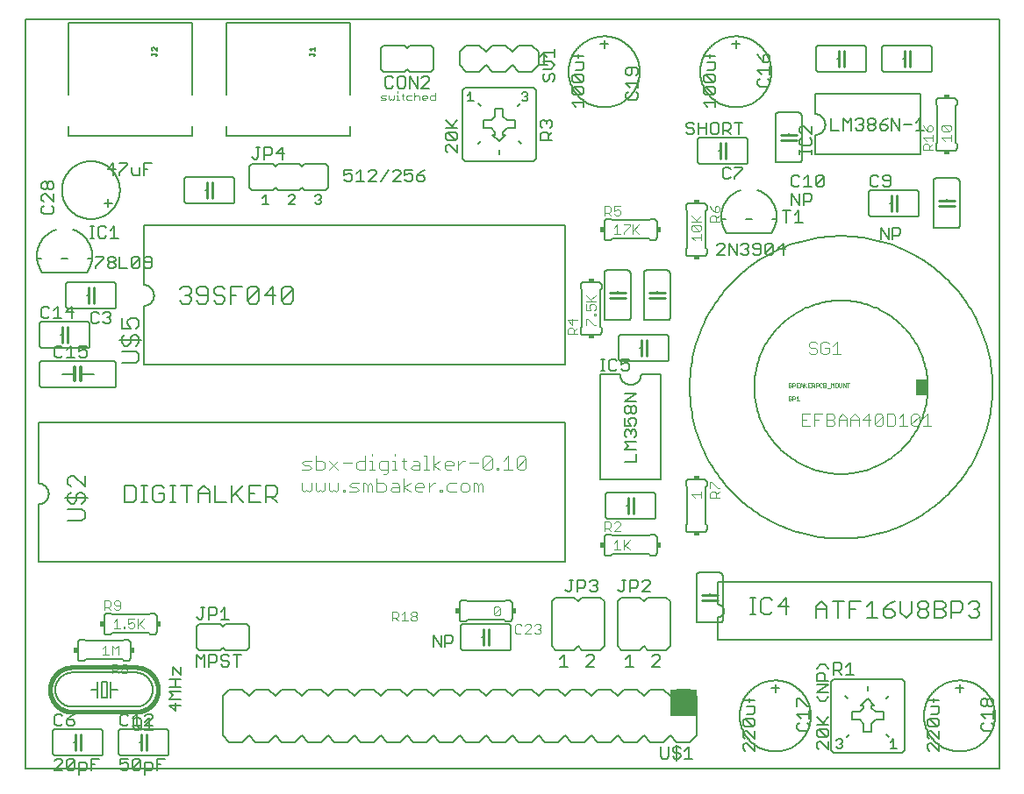
<source format=gto>
G04 EAGLE Gerber RS-274X export*
G75*
%MOMM*%
%FSLAX34Y34*%
%LPD*%
%INSilkscreen Top*%
%IPPOS*%
%AMOC8*
5,1,8,0,0,1.08239X$1,22.5*%
G01*
%ADD10C,0.101600*%
%ADD11C,0.076200*%
%ADD12C,0.152400*%
%ADD13C,0.127000*%
%ADD14C,0.254000*%
%ADD15R,0.508000X0.381000*%
%ADD16C,0.203200*%
%ADD17R,0.381000X0.508000*%
%ADD18R,2.540000X2.540000*%
%ADD19C,0.025400*%
%ADD20R,1.175000X1.600000*%
%ADD21C,0.406400*%
%ADD22C,0.304800*%
%ADD23C,0.177800*%


D10*
X267208Y301244D02*
X273818Y301244D01*
X276021Y303447D01*
X273818Y305650D01*
X269411Y305650D01*
X267208Y307854D01*
X269411Y310057D01*
X276021Y310057D01*
X280305Y314463D02*
X280305Y301244D01*
X286915Y301244D01*
X289118Y303447D01*
X289118Y307854D01*
X286915Y310057D01*
X280305Y310057D01*
X293403Y310057D02*
X302215Y301244D01*
X293403Y301244D02*
X302215Y310057D01*
X306500Y307854D02*
X315313Y307854D01*
X328410Y314463D02*
X328410Y301244D01*
X321800Y301244D01*
X319597Y303447D01*
X319597Y307854D01*
X321800Y310057D01*
X328410Y310057D01*
X332694Y310057D02*
X334897Y310057D01*
X334897Y301244D01*
X332694Y301244D02*
X337101Y301244D01*
X334897Y314463D02*
X334897Y316667D01*
X345832Y296838D02*
X348035Y296838D01*
X350239Y299041D01*
X350239Y310057D01*
X343629Y310057D01*
X341426Y307854D01*
X341426Y303447D01*
X343629Y301244D01*
X350239Y301244D01*
X354523Y310057D02*
X356726Y310057D01*
X356726Y301244D01*
X354523Y301244D02*
X358929Y301244D01*
X356726Y314463D02*
X356726Y316667D01*
X365458Y312260D02*
X365458Y303447D01*
X367661Y301244D01*
X367661Y310057D02*
X363255Y310057D01*
X374189Y310057D02*
X378596Y310057D01*
X380799Y307854D01*
X380799Y301244D01*
X374189Y301244D01*
X371986Y303447D01*
X374189Y305650D01*
X380799Y305650D01*
X385083Y314463D02*
X387286Y314463D01*
X387286Y301244D01*
X385083Y301244D02*
X389490Y301244D01*
X393815Y301244D02*
X393815Y314463D01*
X393815Y305650D02*
X400424Y301244D01*
X393815Y305650D02*
X400424Y310057D01*
X406932Y301244D02*
X411339Y301244D01*
X406932Y301244D02*
X404729Y303447D01*
X404729Y307854D01*
X406932Y310057D01*
X411339Y310057D01*
X413542Y307854D01*
X413542Y305650D01*
X404729Y305650D01*
X417826Y301244D02*
X417826Y310057D01*
X417826Y305650D02*
X422233Y310057D01*
X424436Y310057D01*
X428741Y307854D02*
X437554Y307854D01*
X441838Y312260D02*
X441838Y303447D01*
X441838Y312260D02*
X444041Y314463D01*
X448448Y314463D01*
X450651Y312260D01*
X450651Y303447D01*
X448448Y301244D01*
X444041Y301244D01*
X441838Y303447D01*
X450651Y312260D01*
X454935Y303447D02*
X454935Y301244D01*
X454935Y303447D02*
X457138Y303447D01*
X457138Y301244D01*
X454935Y301244D01*
X461484Y310057D02*
X465890Y314463D01*
X465890Y301244D01*
X461484Y301244D02*
X470297Y301244D01*
X474581Y303447D02*
X474581Y312260D01*
X476784Y314463D01*
X481191Y314463D01*
X483394Y312260D01*
X483394Y303447D01*
X481191Y301244D01*
X476784Y301244D01*
X474581Y303447D01*
X483394Y312260D01*
X267208Y288721D02*
X267208Y282111D01*
X269411Y279908D01*
X271614Y282111D01*
X273818Y279908D01*
X276021Y282111D01*
X276021Y288721D01*
X280305Y288721D02*
X280305Y282111D01*
X282508Y279908D01*
X284712Y282111D01*
X286915Y279908D01*
X289118Y282111D01*
X289118Y288721D01*
X293403Y288721D02*
X293403Y282111D01*
X295606Y279908D01*
X297809Y282111D01*
X300012Y279908D01*
X302215Y282111D01*
X302215Y288721D01*
X306500Y282111D02*
X306500Y279908D01*
X306500Y282111D02*
X308703Y282111D01*
X308703Y279908D01*
X306500Y279908D01*
X313048Y279908D02*
X319658Y279908D01*
X321861Y282111D01*
X319658Y284314D01*
X315252Y284314D01*
X313048Y286518D01*
X315252Y288721D01*
X321861Y288721D01*
X326146Y288721D02*
X326146Y279908D01*
X326146Y288721D02*
X328349Y288721D01*
X330552Y286518D01*
X330552Y279908D01*
X330552Y286518D02*
X332755Y288721D01*
X334958Y286518D01*
X334958Y279908D01*
X339243Y279908D02*
X339243Y293127D01*
X339243Y279908D02*
X345853Y279908D01*
X348056Y282111D01*
X348056Y286518D01*
X345853Y288721D01*
X339243Y288721D01*
X354543Y288721D02*
X358950Y288721D01*
X361153Y286518D01*
X361153Y279908D01*
X354543Y279908D01*
X352340Y282111D01*
X354543Y284314D01*
X361153Y284314D01*
X365437Y279908D02*
X365437Y293127D01*
X365437Y284314D02*
X372047Y279908D01*
X365437Y284314D02*
X372047Y288721D01*
X378555Y279908D02*
X382961Y279908D01*
X378555Y279908D02*
X376352Y282111D01*
X376352Y286518D01*
X378555Y288721D01*
X382961Y288721D01*
X385165Y286518D01*
X385165Y284314D01*
X376352Y284314D01*
X389449Y279908D02*
X389449Y288721D01*
X393855Y288721D02*
X389449Y284314D01*
X393855Y288721D02*
X396059Y288721D01*
X400363Y282111D02*
X400363Y279908D01*
X400363Y282111D02*
X402567Y282111D01*
X402567Y279908D01*
X400363Y279908D01*
X409115Y288721D02*
X415725Y288721D01*
X409115Y288721D02*
X406912Y286518D01*
X406912Y282111D01*
X409115Y279908D01*
X415725Y279908D01*
X422212Y279908D02*
X426619Y279908D01*
X428822Y282111D01*
X428822Y286518D01*
X426619Y288721D01*
X422212Y288721D01*
X420009Y286518D01*
X420009Y282111D01*
X422212Y279908D01*
X433107Y279908D02*
X433107Y288721D01*
X435310Y288721D01*
X437513Y286518D01*
X437513Y279908D01*
X437513Y286518D02*
X439716Y288721D01*
X441919Y286518D01*
X441919Y279908D01*
D11*
X346967Y658241D02*
X343281Y658241D01*
X346967Y658241D02*
X348196Y659470D01*
X346967Y660698D01*
X344510Y660698D01*
X343281Y661927D01*
X344510Y663156D01*
X348196Y663156D01*
X350765Y663156D02*
X350765Y659470D01*
X351994Y658241D01*
X353223Y659470D01*
X354451Y658241D01*
X355680Y659470D01*
X355680Y663156D01*
X358249Y663156D02*
X359478Y663156D01*
X359478Y658241D01*
X358249Y658241D02*
X360707Y658241D01*
X359478Y665613D02*
X359478Y666842D01*
X364467Y664385D02*
X364467Y659470D01*
X365696Y658241D01*
X365696Y663156D02*
X363239Y663156D01*
X369457Y663156D02*
X373143Y663156D01*
X369457Y663156D02*
X368228Y661927D01*
X368228Y659470D01*
X369457Y658241D01*
X373143Y658241D01*
X375712Y658241D02*
X375712Y665613D01*
X376941Y663156D02*
X375712Y661927D01*
X376941Y663156D02*
X379398Y663156D01*
X380627Y661927D01*
X380627Y658241D01*
X384425Y658241D02*
X386883Y658241D01*
X384425Y658241D02*
X383197Y659470D01*
X383197Y661927D01*
X384425Y663156D01*
X386883Y663156D01*
X388111Y661927D01*
X388111Y660698D01*
X383197Y660698D01*
X395596Y658241D02*
X395596Y665613D01*
X395596Y658241D02*
X391909Y658241D01*
X390681Y659470D01*
X390681Y661927D01*
X391909Y663156D01*
X395596Y663156D01*
D12*
X424180Y599440D02*
X490220Y599440D01*
X490220Y670560D02*
X424180Y670560D01*
X421640Y601980D02*
X424180Y599440D01*
X421640Y668020D02*
X424180Y670560D01*
X421640Y668020D02*
X421640Y601980D01*
X490220Y670560D02*
X492760Y668020D01*
X492760Y601980D02*
X490220Y599440D01*
X492760Y601980D02*
X492760Y668020D01*
X449580Y638810D02*
X441960Y638810D01*
X441960Y631190D01*
X449580Y631190D01*
X453390Y627380D01*
X453390Y624840D01*
X450850Y624840D01*
X457200Y618490D01*
X463550Y624840D01*
X461010Y624840D01*
X461010Y627380D01*
X464820Y631190D01*
X472440Y631190D01*
X472440Y638810D01*
X464820Y638810D01*
X461010Y642620D01*
X461010Y650240D01*
X453390Y650240D01*
X453390Y642620D01*
X449580Y638810D01*
X474980Y652780D02*
X477520Y655320D01*
X439420Y652780D02*
X436880Y655320D01*
X439420Y618490D02*
X436880Y615950D01*
X457200Y610362D02*
X457200Y606552D01*
X476250Y618490D02*
X478790Y615950D01*
D13*
X479194Y664682D02*
X480634Y666122D01*
X483515Y666122D01*
X484956Y664682D01*
X484956Y663241D01*
X483515Y661801D01*
X482075Y661801D01*
X483515Y661801D02*
X484956Y660360D01*
X484956Y658920D01*
X483515Y657479D01*
X480634Y657479D01*
X479194Y658920D01*
X430005Y666122D02*
X427124Y663241D01*
X430005Y666122D02*
X430005Y657479D01*
X427124Y657479D02*
X432886Y657479D01*
X497195Y619867D02*
X508635Y619867D01*
X497195Y619867D02*
X497195Y625587D01*
X499102Y627494D01*
X502915Y627494D01*
X504822Y625587D01*
X504822Y619867D01*
X504822Y623680D02*
X508635Y627494D01*
X499102Y631561D02*
X497195Y633468D01*
X497195Y637281D01*
X499102Y639188D01*
X501009Y639188D01*
X502915Y637281D01*
X502915Y635374D01*
X502915Y637281D02*
X504822Y639188D01*
X506728Y639188D01*
X508635Y637281D01*
X508635Y633468D01*
X506728Y631561D01*
X417195Y615546D02*
X417195Y607919D01*
X409569Y615546D01*
X407662Y615546D01*
X405755Y613639D01*
X405755Y609826D01*
X407662Y607919D01*
X407662Y619613D02*
X415288Y619613D01*
X407662Y619613D02*
X405755Y621520D01*
X405755Y625333D01*
X407662Y627240D01*
X415288Y627240D01*
X417195Y625333D01*
X417195Y621520D01*
X415288Y619613D01*
X407662Y627240D01*
X405755Y631307D02*
X417195Y631307D01*
X413382Y631307D02*
X405755Y638933D01*
X411475Y633214D02*
X417195Y638933D01*
D12*
X651510Y596900D02*
X694690Y596900D01*
X694690Y622300D02*
X651510Y622300D01*
X648970Y619760D02*
X648970Y599440D01*
X697230Y599440D02*
X697230Y619760D01*
X651510Y596900D02*
X651410Y596902D01*
X651311Y596908D01*
X651211Y596918D01*
X651113Y596931D01*
X651014Y596949D01*
X650917Y596970D01*
X650821Y596995D01*
X650725Y597024D01*
X650631Y597057D01*
X650538Y597093D01*
X650447Y597133D01*
X650357Y597177D01*
X650269Y597224D01*
X650183Y597274D01*
X650099Y597328D01*
X650017Y597385D01*
X649938Y597445D01*
X649860Y597509D01*
X649786Y597575D01*
X649714Y597644D01*
X649645Y597716D01*
X649579Y597790D01*
X649515Y597868D01*
X649455Y597947D01*
X649398Y598029D01*
X649344Y598113D01*
X649294Y598199D01*
X649247Y598287D01*
X649203Y598377D01*
X649163Y598468D01*
X649127Y598561D01*
X649094Y598655D01*
X649065Y598751D01*
X649040Y598847D01*
X649019Y598944D01*
X649001Y599043D01*
X648988Y599141D01*
X648978Y599241D01*
X648972Y599340D01*
X648970Y599440D01*
X694690Y596900D02*
X694790Y596902D01*
X694889Y596908D01*
X694989Y596918D01*
X695087Y596931D01*
X695186Y596949D01*
X695283Y596970D01*
X695379Y596995D01*
X695475Y597024D01*
X695569Y597057D01*
X695662Y597093D01*
X695753Y597133D01*
X695843Y597177D01*
X695931Y597224D01*
X696017Y597274D01*
X696101Y597328D01*
X696183Y597385D01*
X696262Y597445D01*
X696340Y597509D01*
X696414Y597575D01*
X696486Y597644D01*
X696555Y597716D01*
X696621Y597790D01*
X696685Y597868D01*
X696745Y597947D01*
X696802Y598029D01*
X696856Y598113D01*
X696906Y598199D01*
X696953Y598287D01*
X696997Y598377D01*
X697037Y598468D01*
X697073Y598561D01*
X697106Y598655D01*
X697135Y598751D01*
X697160Y598847D01*
X697181Y598944D01*
X697199Y599043D01*
X697212Y599141D01*
X697222Y599241D01*
X697228Y599340D01*
X697230Y599440D01*
X651510Y622300D02*
X651410Y622298D01*
X651311Y622292D01*
X651211Y622282D01*
X651113Y622269D01*
X651014Y622251D01*
X650917Y622230D01*
X650821Y622205D01*
X650725Y622176D01*
X650631Y622143D01*
X650538Y622107D01*
X650447Y622067D01*
X650357Y622023D01*
X650269Y621976D01*
X650183Y621926D01*
X650099Y621872D01*
X650017Y621815D01*
X649938Y621755D01*
X649860Y621691D01*
X649786Y621625D01*
X649714Y621556D01*
X649645Y621484D01*
X649579Y621410D01*
X649515Y621332D01*
X649455Y621253D01*
X649398Y621171D01*
X649344Y621087D01*
X649294Y621001D01*
X649247Y620913D01*
X649203Y620823D01*
X649163Y620732D01*
X649127Y620639D01*
X649094Y620545D01*
X649065Y620449D01*
X649040Y620353D01*
X649019Y620256D01*
X649001Y620157D01*
X648988Y620059D01*
X648978Y619959D01*
X648972Y619860D01*
X648970Y619760D01*
X694690Y622300D02*
X694790Y622298D01*
X694889Y622292D01*
X694989Y622282D01*
X695087Y622269D01*
X695186Y622251D01*
X695283Y622230D01*
X695379Y622205D01*
X695475Y622176D01*
X695569Y622143D01*
X695662Y622107D01*
X695753Y622067D01*
X695843Y622023D01*
X695931Y621976D01*
X696017Y621926D01*
X696101Y621872D01*
X696183Y621815D01*
X696262Y621755D01*
X696340Y621691D01*
X696414Y621625D01*
X696486Y621556D01*
X696555Y621484D01*
X696621Y621410D01*
X696685Y621332D01*
X696745Y621253D01*
X696802Y621171D01*
X696856Y621087D01*
X696906Y621001D01*
X696953Y620913D01*
X696997Y620823D01*
X697037Y620732D01*
X697073Y620639D01*
X697106Y620545D01*
X697135Y620449D01*
X697160Y620353D01*
X697181Y620256D01*
X697199Y620157D01*
X697212Y620059D01*
X697222Y619959D01*
X697228Y619860D01*
X697230Y619760D01*
X670560Y609600D02*
X669290Y609600D01*
D14*
X670560Y609600D02*
X670560Y601980D01*
X670560Y609600D02*
X670560Y617220D01*
X675640Y609600D02*
X675640Y601980D01*
X675640Y609600D02*
X675640Y617220D01*
D12*
X675640Y609600D02*
X676910Y609600D01*
D13*
X678927Y593735D02*
X680834Y591828D01*
X678927Y593735D02*
X675114Y593735D01*
X673207Y591828D01*
X673207Y584202D01*
X675114Y582295D01*
X678927Y582295D01*
X680834Y584202D01*
X684901Y593735D02*
X692528Y593735D01*
X692528Y591828D01*
X684901Y584202D01*
X684901Y582295D01*
X645752Y635008D02*
X643845Y636915D01*
X640032Y636915D01*
X638125Y635008D01*
X638125Y633102D01*
X640032Y631195D01*
X643845Y631195D01*
X645752Y629288D01*
X645752Y627382D01*
X643845Y625475D01*
X640032Y625475D01*
X638125Y627382D01*
X649819Y625475D02*
X649819Y636915D01*
X649819Y631195D02*
X657446Y631195D01*
X657446Y636915D02*
X657446Y625475D01*
X663420Y636915D02*
X667233Y636915D01*
X663420Y636915D02*
X661513Y635008D01*
X661513Y627382D01*
X663420Y625475D01*
X667233Y625475D01*
X669139Y627382D01*
X669139Y635008D01*
X667233Y636915D01*
X673207Y636915D02*
X673207Y625475D01*
X673207Y636915D02*
X678927Y636915D01*
X680833Y635008D01*
X680833Y631195D01*
X678927Y629288D01*
X673207Y629288D01*
X677020Y629288D02*
X680833Y625475D01*
X688714Y625475D02*
X688714Y636915D01*
X684901Y636915D02*
X692527Y636915D01*
D12*
X762000Y664210D02*
X863600Y664210D01*
X863600Y605790D02*
X762000Y605790D01*
X863600Y605790D02*
X863600Y664210D01*
X762000Y664210D02*
X762000Y645160D01*
X762000Y624840D02*
X762000Y605790D01*
X762000Y624840D02*
X762247Y624843D01*
X762495Y624852D01*
X762742Y624867D01*
X762988Y624888D01*
X763234Y624915D01*
X763479Y624948D01*
X763724Y624987D01*
X763967Y625032D01*
X764209Y625083D01*
X764450Y625140D01*
X764689Y625202D01*
X764927Y625271D01*
X765163Y625345D01*
X765397Y625425D01*
X765629Y625510D01*
X765859Y625602D01*
X766087Y625698D01*
X766312Y625801D01*
X766535Y625908D01*
X766755Y626022D01*
X766972Y626140D01*
X767187Y626264D01*
X767398Y626393D01*
X767606Y626527D01*
X767811Y626666D01*
X768012Y626810D01*
X768210Y626958D01*
X768404Y627112D01*
X768594Y627270D01*
X768780Y627433D01*
X768962Y627600D01*
X769140Y627772D01*
X769314Y627948D01*
X769484Y628128D01*
X769649Y628313D01*
X769809Y628501D01*
X769965Y628693D01*
X770117Y628889D01*
X770263Y629088D01*
X770405Y629291D01*
X770541Y629498D01*
X770673Y629707D01*
X770799Y629920D01*
X770920Y630136D01*
X771036Y630354D01*
X771146Y630576D01*
X771251Y630800D01*
X771351Y631026D01*
X771445Y631255D01*
X771533Y631486D01*
X771616Y631720D01*
X771693Y631955D01*
X771764Y632192D01*
X771830Y632430D01*
X771889Y632670D01*
X771943Y632912D01*
X771991Y633155D01*
X772033Y633398D01*
X772069Y633643D01*
X772099Y633889D01*
X772123Y634135D01*
X772141Y634382D01*
X772153Y634629D01*
X772159Y634876D01*
X772159Y635124D01*
X772153Y635371D01*
X772141Y635618D01*
X772123Y635865D01*
X772099Y636111D01*
X772069Y636357D01*
X772033Y636602D01*
X771991Y636845D01*
X771943Y637088D01*
X771889Y637330D01*
X771830Y637570D01*
X771764Y637808D01*
X771693Y638045D01*
X771616Y638280D01*
X771533Y638514D01*
X771445Y638745D01*
X771351Y638974D01*
X771251Y639200D01*
X771146Y639424D01*
X771036Y639646D01*
X770920Y639864D01*
X770799Y640080D01*
X770673Y640293D01*
X770541Y640502D01*
X770405Y640709D01*
X770263Y640912D01*
X770117Y641111D01*
X769965Y641307D01*
X769809Y641499D01*
X769649Y641687D01*
X769484Y641872D01*
X769314Y642052D01*
X769140Y642228D01*
X768962Y642400D01*
X768780Y642567D01*
X768594Y642730D01*
X768404Y642888D01*
X768210Y643042D01*
X768012Y643190D01*
X767811Y643334D01*
X767606Y643473D01*
X767398Y643607D01*
X767187Y643736D01*
X766972Y643860D01*
X766755Y643978D01*
X766535Y644092D01*
X766312Y644199D01*
X766087Y644302D01*
X765859Y644398D01*
X765629Y644490D01*
X765397Y644575D01*
X765163Y644655D01*
X764927Y644729D01*
X764689Y644798D01*
X764450Y644860D01*
X764209Y644917D01*
X763967Y644968D01*
X763724Y645013D01*
X763479Y645052D01*
X763234Y645085D01*
X762988Y645112D01*
X762742Y645133D01*
X762495Y645148D01*
X762247Y645157D01*
X762000Y645160D01*
D13*
X758825Y610238D02*
X758825Y606425D01*
X758825Y608332D02*
X747385Y608332D01*
X747385Y610238D02*
X747385Y606425D01*
X747385Y619941D02*
X749292Y621847D01*
X747385Y619941D02*
X747385Y616128D01*
X749292Y614221D01*
X756918Y614221D01*
X758825Y616128D01*
X758825Y619941D01*
X756918Y621847D01*
X758825Y625915D02*
X758825Y633541D01*
X758825Y625915D02*
X751199Y633541D01*
X749292Y633541D01*
X747385Y631635D01*
X747385Y627822D01*
X749292Y625915D01*
X777875Y629285D02*
X777875Y640725D01*
X777875Y629285D02*
X785502Y629285D01*
X789569Y629285D02*
X789569Y640725D01*
X793382Y636912D01*
X797195Y640725D01*
X797195Y629285D01*
X801263Y638818D02*
X803170Y640725D01*
X806983Y640725D01*
X808889Y638818D01*
X808889Y636912D01*
X806983Y635005D01*
X805076Y635005D01*
X806983Y635005D02*
X808889Y633098D01*
X808889Y631192D01*
X806983Y629285D01*
X803170Y629285D01*
X801263Y631192D01*
X812957Y638818D02*
X814864Y640725D01*
X818677Y640725D01*
X820583Y638818D01*
X820583Y636912D01*
X818677Y635005D01*
X820583Y633098D01*
X820583Y631192D01*
X818677Y629285D01*
X814864Y629285D01*
X812957Y631192D01*
X812957Y633098D01*
X814864Y635005D01*
X812957Y636912D01*
X812957Y638818D01*
X814864Y635005D02*
X818677Y635005D01*
X828464Y638818D02*
X832277Y640725D01*
X828464Y638818D02*
X824651Y635005D01*
X824651Y631192D01*
X826558Y629285D01*
X830371Y629285D01*
X832277Y631192D01*
X832277Y633098D01*
X830371Y635005D01*
X824651Y635005D01*
X836345Y629285D02*
X836345Y640725D01*
X843971Y629285D01*
X843971Y640725D01*
X848039Y635005D02*
X855665Y635005D01*
X859733Y636912D02*
X863546Y640725D01*
X863546Y629285D01*
X859733Y629285D02*
X867359Y629285D01*
D12*
X808990Y685800D02*
X765810Y685800D01*
X765810Y711200D02*
X808990Y711200D01*
X763270Y708660D02*
X763270Y688340D01*
X811530Y688340D02*
X811530Y708660D01*
X765810Y685800D02*
X765710Y685802D01*
X765611Y685808D01*
X765511Y685818D01*
X765413Y685831D01*
X765314Y685849D01*
X765217Y685870D01*
X765121Y685895D01*
X765025Y685924D01*
X764931Y685957D01*
X764838Y685993D01*
X764747Y686033D01*
X764657Y686077D01*
X764569Y686124D01*
X764483Y686174D01*
X764399Y686228D01*
X764317Y686285D01*
X764238Y686345D01*
X764160Y686409D01*
X764086Y686475D01*
X764014Y686544D01*
X763945Y686616D01*
X763879Y686690D01*
X763815Y686768D01*
X763755Y686847D01*
X763698Y686929D01*
X763644Y687013D01*
X763594Y687099D01*
X763547Y687187D01*
X763503Y687277D01*
X763463Y687368D01*
X763427Y687461D01*
X763394Y687555D01*
X763365Y687651D01*
X763340Y687747D01*
X763319Y687844D01*
X763301Y687943D01*
X763288Y688041D01*
X763278Y688141D01*
X763272Y688240D01*
X763270Y688340D01*
X808990Y685800D02*
X809090Y685802D01*
X809189Y685808D01*
X809289Y685818D01*
X809387Y685831D01*
X809486Y685849D01*
X809583Y685870D01*
X809679Y685895D01*
X809775Y685924D01*
X809869Y685957D01*
X809962Y685993D01*
X810053Y686033D01*
X810143Y686077D01*
X810231Y686124D01*
X810317Y686174D01*
X810401Y686228D01*
X810483Y686285D01*
X810562Y686345D01*
X810640Y686409D01*
X810714Y686475D01*
X810786Y686544D01*
X810855Y686616D01*
X810921Y686690D01*
X810985Y686768D01*
X811045Y686847D01*
X811102Y686929D01*
X811156Y687013D01*
X811206Y687099D01*
X811253Y687187D01*
X811297Y687277D01*
X811337Y687368D01*
X811373Y687461D01*
X811406Y687555D01*
X811435Y687651D01*
X811460Y687747D01*
X811481Y687844D01*
X811499Y687943D01*
X811512Y688041D01*
X811522Y688141D01*
X811528Y688240D01*
X811530Y688340D01*
X765810Y711200D02*
X765710Y711198D01*
X765611Y711192D01*
X765511Y711182D01*
X765413Y711169D01*
X765314Y711151D01*
X765217Y711130D01*
X765121Y711105D01*
X765025Y711076D01*
X764931Y711043D01*
X764838Y711007D01*
X764747Y710967D01*
X764657Y710923D01*
X764569Y710876D01*
X764483Y710826D01*
X764399Y710772D01*
X764317Y710715D01*
X764238Y710655D01*
X764160Y710591D01*
X764086Y710525D01*
X764014Y710456D01*
X763945Y710384D01*
X763879Y710310D01*
X763815Y710232D01*
X763755Y710153D01*
X763698Y710071D01*
X763644Y709987D01*
X763594Y709901D01*
X763547Y709813D01*
X763503Y709723D01*
X763463Y709632D01*
X763427Y709539D01*
X763394Y709445D01*
X763365Y709349D01*
X763340Y709253D01*
X763319Y709156D01*
X763301Y709057D01*
X763288Y708959D01*
X763278Y708859D01*
X763272Y708760D01*
X763270Y708660D01*
X808990Y711200D02*
X809090Y711198D01*
X809189Y711192D01*
X809289Y711182D01*
X809387Y711169D01*
X809486Y711151D01*
X809583Y711130D01*
X809679Y711105D01*
X809775Y711076D01*
X809869Y711043D01*
X809962Y711007D01*
X810053Y710967D01*
X810143Y710923D01*
X810231Y710876D01*
X810317Y710826D01*
X810401Y710772D01*
X810483Y710715D01*
X810562Y710655D01*
X810640Y710591D01*
X810714Y710525D01*
X810786Y710456D01*
X810855Y710384D01*
X810921Y710310D01*
X810985Y710232D01*
X811045Y710153D01*
X811102Y710071D01*
X811156Y709987D01*
X811206Y709901D01*
X811253Y709813D01*
X811297Y709723D01*
X811337Y709632D01*
X811373Y709539D01*
X811406Y709445D01*
X811435Y709349D01*
X811460Y709253D01*
X811481Y709156D01*
X811499Y709057D01*
X811512Y708959D01*
X811522Y708859D01*
X811528Y708760D01*
X811530Y708660D01*
X784860Y698500D02*
X783590Y698500D01*
D14*
X784860Y698500D02*
X784860Y690880D01*
X784860Y698500D02*
X784860Y706120D01*
X789940Y698500D02*
X789940Y690880D01*
X789940Y698500D02*
X789940Y706120D01*
D12*
X789940Y698500D02*
X791210Y698500D01*
X749300Y643890D02*
X749300Y600710D01*
X723900Y600710D02*
X723900Y643890D01*
X726440Y598170D02*
X746760Y598170D01*
X746760Y646430D02*
X726440Y646430D01*
X749300Y600710D02*
X749298Y600610D01*
X749292Y600511D01*
X749282Y600411D01*
X749269Y600313D01*
X749251Y600214D01*
X749230Y600117D01*
X749205Y600021D01*
X749176Y599925D01*
X749143Y599831D01*
X749107Y599738D01*
X749067Y599647D01*
X749023Y599557D01*
X748976Y599469D01*
X748926Y599383D01*
X748872Y599299D01*
X748815Y599217D01*
X748755Y599138D01*
X748691Y599060D01*
X748625Y598986D01*
X748556Y598914D01*
X748484Y598845D01*
X748410Y598779D01*
X748332Y598715D01*
X748253Y598655D01*
X748171Y598598D01*
X748087Y598544D01*
X748001Y598494D01*
X747913Y598447D01*
X747823Y598403D01*
X747732Y598363D01*
X747639Y598327D01*
X747545Y598294D01*
X747449Y598265D01*
X747353Y598240D01*
X747256Y598219D01*
X747157Y598201D01*
X747059Y598188D01*
X746959Y598178D01*
X746860Y598172D01*
X746760Y598170D01*
X749300Y643890D02*
X749298Y643990D01*
X749292Y644089D01*
X749282Y644189D01*
X749269Y644287D01*
X749251Y644386D01*
X749230Y644483D01*
X749205Y644579D01*
X749176Y644675D01*
X749143Y644769D01*
X749107Y644862D01*
X749067Y644953D01*
X749023Y645043D01*
X748976Y645131D01*
X748926Y645217D01*
X748872Y645301D01*
X748815Y645383D01*
X748755Y645462D01*
X748691Y645540D01*
X748625Y645614D01*
X748556Y645686D01*
X748484Y645755D01*
X748410Y645821D01*
X748332Y645885D01*
X748253Y645945D01*
X748171Y646002D01*
X748087Y646056D01*
X748001Y646106D01*
X747913Y646153D01*
X747823Y646197D01*
X747732Y646237D01*
X747639Y646273D01*
X747545Y646306D01*
X747449Y646335D01*
X747353Y646360D01*
X747256Y646381D01*
X747157Y646399D01*
X747059Y646412D01*
X746959Y646422D01*
X746860Y646428D01*
X746760Y646430D01*
X723900Y600710D02*
X723902Y600610D01*
X723908Y600511D01*
X723918Y600411D01*
X723931Y600313D01*
X723949Y600214D01*
X723970Y600117D01*
X723995Y600021D01*
X724024Y599925D01*
X724057Y599831D01*
X724093Y599738D01*
X724133Y599647D01*
X724177Y599557D01*
X724224Y599469D01*
X724274Y599383D01*
X724328Y599299D01*
X724385Y599217D01*
X724445Y599138D01*
X724509Y599060D01*
X724575Y598986D01*
X724644Y598914D01*
X724716Y598845D01*
X724790Y598779D01*
X724868Y598715D01*
X724947Y598655D01*
X725029Y598598D01*
X725113Y598544D01*
X725199Y598494D01*
X725287Y598447D01*
X725377Y598403D01*
X725468Y598363D01*
X725561Y598327D01*
X725655Y598294D01*
X725751Y598265D01*
X725847Y598240D01*
X725944Y598219D01*
X726043Y598201D01*
X726141Y598188D01*
X726241Y598178D01*
X726340Y598172D01*
X726440Y598170D01*
X723900Y643890D02*
X723902Y643990D01*
X723908Y644089D01*
X723918Y644189D01*
X723931Y644287D01*
X723949Y644386D01*
X723970Y644483D01*
X723995Y644579D01*
X724024Y644675D01*
X724057Y644769D01*
X724093Y644862D01*
X724133Y644953D01*
X724177Y645043D01*
X724224Y645131D01*
X724274Y645217D01*
X724328Y645301D01*
X724385Y645383D01*
X724445Y645462D01*
X724509Y645540D01*
X724575Y645614D01*
X724644Y645686D01*
X724716Y645755D01*
X724790Y645821D01*
X724868Y645885D01*
X724947Y645945D01*
X725029Y646002D01*
X725113Y646056D01*
X725199Y646106D01*
X725287Y646153D01*
X725377Y646197D01*
X725468Y646237D01*
X725561Y646273D01*
X725655Y646306D01*
X725751Y646335D01*
X725847Y646360D01*
X725944Y646381D01*
X726043Y646399D01*
X726141Y646412D01*
X726241Y646422D01*
X726340Y646428D01*
X726440Y646430D01*
X736600Y619760D02*
X736600Y618490D01*
D14*
X736600Y619760D02*
X744220Y619760D01*
X736600Y619760D02*
X728980Y619760D01*
X736600Y624840D02*
X744220Y624840D01*
X736600Y624840D02*
X728980Y624840D01*
D12*
X736600Y624840D02*
X736600Y626110D01*
D13*
X745495Y586115D02*
X747402Y584208D01*
X745495Y586115D02*
X741682Y586115D01*
X739775Y584208D01*
X739775Y576582D01*
X741682Y574675D01*
X745495Y574675D01*
X747402Y576582D01*
X751469Y582302D02*
X755282Y586115D01*
X755282Y574675D01*
X751469Y574675D02*
X759095Y574675D01*
X763163Y576582D02*
X763163Y584208D01*
X765070Y586115D01*
X768883Y586115D01*
X770789Y584208D01*
X770789Y576582D01*
X768883Y574675D01*
X765070Y574675D01*
X763163Y576582D01*
X770789Y584208D01*
X739775Y568335D02*
X739775Y556895D01*
X747402Y556895D02*
X739775Y568335D01*
X747402Y568335D02*
X747402Y556895D01*
X751469Y556895D02*
X751469Y568335D01*
X757189Y568335D01*
X759095Y566428D01*
X759095Y562615D01*
X757189Y560708D01*
X751469Y560708D01*
D12*
X829310Y711200D02*
X872490Y711200D01*
X872490Y685800D02*
X829310Y685800D01*
X875030Y688340D02*
X875030Y708660D01*
X826770Y708660D02*
X826770Y688340D01*
X872490Y711200D02*
X872590Y711198D01*
X872689Y711192D01*
X872789Y711182D01*
X872887Y711169D01*
X872986Y711151D01*
X873083Y711130D01*
X873179Y711105D01*
X873275Y711076D01*
X873369Y711043D01*
X873462Y711007D01*
X873553Y710967D01*
X873643Y710923D01*
X873731Y710876D01*
X873817Y710826D01*
X873901Y710772D01*
X873983Y710715D01*
X874062Y710655D01*
X874140Y710591D01*
X874214Y710525D01*
X874286Y710456D01*
X874355Y710384D01*
X874421Y710310D01*
X874485Y710232D01*
X874545Y710153D01*
X874602Y710071D01*
X874656Y709987D01*
X874706Y709901D01*
X874753Y709813D01*
X874797Y709723D01*
X874837Y709632D01*
X874873Y709539D01*
X874906Y709445D01*
X874935Y709349D01*
X874960Y709253D01*
X874981Y709156D01*
X874999Y709057D01*
X875012Y708959D01*
X875022Y708859D01*
X875028Y708760D01*
X875030Y708660D01*
X829310Y711200D02*
X829210Y711198D01*
X829111Y711192D01*
X829011Y711182D01*
X828913Y711169D01*
X828814Y711151D01*
X828717Y711130D01*
X828621Y711105D01*
X828525Y711076D01*
X828431Y711043D01*
X828338Y711007D01*
X828247Y710967D01*
X828157Y710923D01*
X828069Y710876D01*
X827983Y710826D01*
X827899Y710772D01*
X827817Y710715D01*
X827738Y710655D01*
X827660Y710591D01*
X827586Y710525D01*
X827514Y710456D01*
X827445Y710384D01*
X827379Y710310D01*
X827315Y710232D01*
X827255Y710153D01*
X827198Y710071D01*
X827144Y709987D01*
X827094Y709901D01*
X827047Y709813D01*
X827003Y709723D01*
X826963Y709632D01*
X826927Y709539D01*
X826894Y709445D01*
X826865Y709349D01*
X826840Y709253D01*
X826819Y709156D01*
X826801Y709057D01*
X826788Y708959D01*
X826778Y708859D01*
X826772Y708760D01*
X826770Y708660D01*
X872490Y685800D02*
X872590Y685802D01*
X872689Y685808D01*
X872789Y685818D01*
X872887Y685831D01*
X872986Y685849D01*
X873083Y685870D01*
X873179Y685895D01*
X873275Y685924D01*
X873369Y685957D01*
X873462Y685993D01*
X873553Y686033D01*
X873643Y686077D01*
X873731Y686124D01*
X873817Y686174D01*
X873901Y686228D01*
X873983Y686285D01*
X874062Y686345D01*
X874140Y686409D01*
X874214Y686475D01*
X874286Y686544D01*
X874355Y686616D01*
X874421Y686690D01*
X874485Y686768D01*
X874545Y686847D01*
X874602Y686929D01*
X874656Y687013D01*
X874706Y687099D01*
X874753Y687187D01*
X874797Y687277D01*
X874837Y687368D01*
X874873Y687461D01*
X874906Y687555D01*
X874935Y687651D01*
X874960Y687747D01*
X874981Y687844D01*
X874999Y687943D01*
X875012Y688041D01*
X875022Y688141D01*
X875028Y688240D01*
X875030Y688340D01*
X829310Y685800D02*
X829210Y685802D01*
X829111Y685808D01*
X829011Y685818D01*
X828913Y685831D01*
X828814Y685849D01*
X828717Y685870D01*
X828621Y685895D01*
X828525Y685924D01*
X828431Y685957D01*
X828338Y685993D01*
X828247Y686033D01*
X828157Y686077D01*
X828069Y686124D01*
X827983Y686174D01*
X827899Y686228D01*
X827817Y686285D01*
X827738Y686345D01*
X827660Y686409D01*
X827586Y686475D01*
X827514Y686544D01*
X827445Y686616D01*
X827379Y686690D01*
X827315Y686768D01*
X827255Y686847D01*
X827198Y686929D01*
X827144Y687013D01*
X827094Y687099D01*
X827047Y687187D01*
X827003Y687277D01*
X826963Y687368D01*
X826927Y687461D01*
X826894Y687555D01*
X826865Y687651D01*
X826840Y687747D01*
X826819Y687844D01*
X826801Y687943D01*
X826788Y688041D01*
X826778Y688141D01*
X826772Y688240D01*
X826770Y688340D01*
X853440Y698500D02*
X854710Y698500D01*
D14*
X853440Y698500D02*
X853440Y706120D01*
X853440Y698500D02*
X853440Y690880D01*
X848360Y698500D02*
X848360Y706120D01*
X848360Y698500D02*
X848360Y690880D01*
D12*
X848360Y698500D02*
X847090Y698500D01*
X878840Y612140D02*
X878842Y612040D01*
X878848Y611941D01*
X878858Y611841D01*
X878871Y611743D01*
X878889Y611644D01*
X878910Y611547D01*
X878935Y611451D01*
X878964Y611355D01*
X878997Y611261D01*
X879033Y611168D01*
X879073Y611077D01*
X879117Y610987D01*
X879164Y610899D01*
X879214Y610813D01*
X879268Y610729D01*
X879325Y610647D01*
X879385Y610568D01*
X879449Y610490D01*
X879515Y610416D01*
X879584Y610344D01*
X879656Y610275D01*
X879730Y610209D01*
X879808Y610145D01*
X879887Y610085D01*
X879969Y610028D01*
X880053Y609974D01*
X880139Y609924D01*
X880227Y609877D01*
X880317Y609833D01*
X880408Y609793D01*
X880501Y609757D01*
X880595Y609724D01*
X880691Y609695D01*
X880787Y609670D01*
X880884Y609649D01*
X880983Y609631D01*
X881081Y609618D01*
X881181Y609608D01*
X881280Y609602D01*
X881380Y609600D01*
X896620Y609600D02*
X896720Y609602D01*
X896819Y609608D01*
X896919Y609618D01*
X897017Y609631D01*
X897116Y609649D01*
X897213Y609670D01*
X897309Y609695D01*
X897405Y609724D01*
X897499Y609757D01*
X897592Y609793D01*
X897683Y609833D01*
X897773Y609877D01*
X897861Y609924D01*
X897947Y609974D01*
X898031Y610028D01*
X898113Y610085D01*
X898192Y610145D01*
X898270Y610209D01*
X898344Y610275D01*
X898416Y610344D01*
X898485Y610416D01*
X898551Y610490D01*
X898615Y610568D01*
X898675Y610647D01*
X898732Y610729D01*
X898786Y610813D01*
X898836Y610899D01*
X898883Y610987D01*
X898927Y611077D01*
X898967Y611168D01*
X899003Y611261D01*
X899036Y611355D01*
X899065Y611451D01*
X899090Y611547D01*
X899111Y611644D01*
X899129Y611743D01*
X899142Y611841D01*
X899152Y611941D01*
X899158Y612040D01*
X899160Y612140D01*
X899160Y657860D02*
X899158Y657960D01*
X899152Y658059D01*
X899142Y658159D01*
X899129Y658257D01*
X899111Y658356D01*
X899090Y658453D01*
X899065Y658549D01*
X899036Y658645D01*
X899003Y658739D01*
X898967Y658832D01*
X898927Y658923D01*
X898883Y659013D01*
X898836Y659101D01*
X898786Y659187D01*
X898732Y659271D01*
X898675Y659353D01*
X898615Y659432D01*
X898551Y659510D01*
X898485Y659584D01*
X898416Y659656D01*
X898344Y659725D01*
X898270Y659791D01*
X898192Y659855D01*
X898113Y659915D01*
X898031Y659972D01*
X897947Y660026D01*
X897861Y660076D01*
X897773Y660123D01*
X897683Y660167D01*
X897592Y660207D01*
X897499Y660243D01*
X897405Y660276D01*
X897309Y660305D01*
X897213Y660330D01*
X897116Y660351D01*
X897017Y660369D01*
X896919Y660382D01*
X896819Y660392D01*
X896720Y660398D01*
X896620Y660400D01*
X881380Y660400D02*
X881280Y660398D01*
X881181Y660392D01*
X881081Y660382D01*
X880983Y660369D01*
X880884Y660351D01*
X880787Y660330D01*
X880691Y660305D01*
X880595Y660276D01*
X880501Y660243D01*
X880408Y660207D01*
X880317Y660167D01*
X880227Y660123D01*
X880139Y660076D01*
X880053Y660026D01*
X879969Y659972D01*
X879887Y659915D01*
X879808Y659855D01*
X879730Y659791D01*
X879656Y659725D01*
X879584Y659656D01*
X879515Y659584D01*
X879449Y659510D01*
X879385Y659432D01*
X879325Y659353D01*
X879268Y659271D01*
X879214Y659187D01*
X879164Y659101D01*
X879117Y659013D01*
X879073Y658923D01*
X879033Y658832D01*
X878997Y658739D01*
X878964Y658645D01*
X878935Y658549D01*
X878910Y658453D01*
X878889Y658356D01*
X878871Y658257D01*
X878858Y658159D01*
X878848Y658059D01*
X878842Y657960D01*
X878840Y657860D01*
X881380Y609600D02*
X896620Y609600D01*
X878840Y612140D02*
X878840Y615950D01*
X880110Y617220D01*
X899160Y615950D02*
X899160Y612140D01*
X899160Y615950D02*
X897890Y617220D01*
X880110Y652780D02*
X878840Y654050D01*
X880110Y652780D02*
X880110Y617220D01*
X897890Y652780D02*
X899160Y654050D01*
X897890Y652780D02*
X897890Y617220D01*
X878840Y654050D02*
X878840Y657860D01*
X899160Y657860D02*
X899160Y654050D01*
X896620Y660400D02*
X881380Y660400D01*
D15*
X889000Y662305D03*
X889000Y607695D03*
D10*
X875538Y610108D02*
X866640Y610108D01*
X866640Y614557D01*
X868123Y616040D01*
X871089Y616040D01*
X872572Y614557D01*
X872572Y610108D01*
X872572Y613074D02*
X875538Y616040D01*
X869606Y619229D02*
X866640Y622195D01*
X875538Y622195D01*
X875538Y619229D02*
X875538Y625161D01*
X868123Y631316D02*
X866640Y634282D01*
X868123Y631316D02*
X871089Y628351D01*
X874055Y628351D01*
X875538Y629834D01*
X875538Y632799D01*
X874055Y634282D01*
X872572Y634282D01*
X871089Y632799D01*
X871089Y628351D01*
X884420Y622218D02*
X887386Y619252D01*
X884420Y622218D02*
X893318Y622218D01*
X893318Y619252D02*
X893318Y625184D01*
X891835Y628373D02*
X885903Y628373D01*
X884420Y629856D01*
X884420Y632822D01*
X885903Y634305D01*
X891835Y634305D01*
X893318Y632822D01*
X893318Y629856D01*
X891835Y628373D01*
X885903Y634305D01*
D12*
X901700Y580390D02*
X901700Y537210D01*
X876300Y537210D02*
X876300Y580390D01*
X878840Y534670D02*
X899160Y534670D01*
X899160Y582930D02*
X878840Y582930D01*
X901700Y537210D02*
X901698Y537110D01*
X901692Y537011D01*
X901682Y536911D01*
X901669Y536813D01*
X901651Y536714D01*
X901630Y536617D01*
X901605Y536521D01*
X901576Y536425D01*
X901543Y536331D01*
X901507Y536238D01*
X901467Y536147D01*
X901423Y536057D01*
X901376Y535969D01*
X901326Y535883D01*
X901272Y535799D01*
X901215Y535717D01*
X901155Y535638D01*
X901091Y535560D01*
X901025Y535486D01*
X900956Y535414D01*
X900884Y535345D01*
X900810Y535279D01*
X900732Y535215D01*
X900653Y535155D01*
X900571Y535098D01*
X900487Y535044D01*
X900401Y534994D01*
X900313Y534947D01*
X900223Y534903D01*
X900132Y534863D01*
X900039Y534827D01*
X899945Y534794D01*
X899849Y534765D01*
X899753Y534740D01*
X899656Y534719D01*
X899557Y534701D01*
X899459Y534688D01*
X899359Y534678D01*
X899260Y534672D01*
X899160Y534670D01*
X901700Y580390D02*
X901698Y580490D01*
X901692Y580589D01*
X901682Y580689D01*
X901669Y580787D01*
X901651Y580886D01*
X901630Y580983D01*
X901605Y581079D01*
X901576Y581175D01*
X901543Y581269D01*
X901507Y581362D01*
X901467Y581453D01*
X901423Y581543D01*
X901376Y581631D01*
X901326Y581717D01*
X901272Y581801D01*
X901215Y581883D01*
X901155Y581962D01*
X901091Y582040D01*
X901025Y582114D01*
X900956Y582186D01*
X900884Y582255D01*
X900810Y582321D01*
X900732Y582385D01*
X900653Y582445D01*
X900571Y582502D01*
X900487Y582556D01*
X900401Y582606D01*
X900313Y582653D01*
X900223Y582697D01*
X900132Y582737D01*
X900039Y582773D01*
X899945Y582806D01*
X899849Y582835D01*
X899753Y582860D01*
X899656Y582881D01*
X899557Y582899D01*
X899459Y582912D01*
X899359Y582922D01*
X899260Y582928D01*
X899160Y582930D01*
X876300Y537210D02*
X876302Y537110D01*
X876308Y537011D01*
X876318Y536911D01*
X876331Y536813D01*
X876349Y536714D01*
X876370Y536617D01*
X876395Y536521D01*
X876424Y536425D01*
X876457Y536331D01*
X876493Y536238D01*
X876533Y536147D01*
X876577Y536057D01*
X876624Y535969D01*
X876674Y535883D01*
X876728Y535799D01*
X876785Y535717D01*
X876845Y535638D01*
X876909Y535560D01*
X876975Y535486D01*
X877044Y535414D01*
X877116Y535345D01*
X877190Y535279D01*
X877268Y535215D01*
X877347Y535155D01*
X877429Y535098D01*
X877513Y535044D01*
X877599Y534994D01*
X877687Y534947D01*
X877777Y534903D01*
X877868Y534863D01*
X877961Y534827D01*
X878055Y534794D01*
X878151Y534765D01*
X878247Y534740D01*
X878344Y534719D01*
X878443Y534701D01*
X878541Y534688D01*
X878641Y534678D01*
X878740Y534672D01*
X878840Y534670D01*
X876300Y580390D02*
X876302Y580490D01*
X876308Y580589D01*
X876318Y580689D01*
X876331Y580787D01*
X876349Y580886D01*
X876370Y580983D01*
X876395Y581079D01*
X876424Y581175D01*
X876457Y581269D01*
X876493Y581362D01*
X876533Y581453D01*
X876577Y581543D01*
X876624Y581631D01*
X876674Y581717D01*
X876728Y581801D01*
X876785Y581883D01*
X876845Y581962D01*
X876909Y582040D01*
X876975Y582114D01*
X877044Y582186D01*
X877116Y582255D01*
X877190Y582321D01*
X877268Y582385D01*
X877347Y582445D01*
X877429Y582502D01*
X877513Y582556D01*
X877599Y582606D01*
X877687Y582653D01*
X877777Y582697D01*
X877868Y582737D01*
X877961Y582773D01*
X878055Y582806D01*
X878151Y582835D01*
X878247Y582860D01*
X878344Y582881D01*
X878443Y582899D01*
X878541Y582912D01*
X878641Y582922D01*
X878740Y582928D01*
X878840Y582930D01*
X889000Y556260D02*
X889000Y554990D01*
D14*
X889000Y556260D02*
X896620Y556260D01*
X889000Y556260D02*
X881380Y556260D01*
X889000Y561340D02*
X896620Y561340D01*
X889000Y561340D02*
X881380Y561340D01*
D12*
X889000Y561340D02*
X889000Y562610D01*
X368300Y688340D02*
X365760Y685800D01*
X368300Y688340D02*
X370840Y685800D01*
X368300Y708660D02*
X365760Y711200D01*
X368300Y708660D02*
X370840Y711200D01*
X391160Y711200D01*
X393700Y708660D01*
X345440Y711200D02*
X342900Y708660D01*
X345440Y711200D02*
X365760Y711200D01*
X342900Y708660D02*
X342900Y688340D01*
X345440Y685800D01*
X365760Y685800D01*
X370840Y685800D02*
X391160Y685800D01*
X393700Y688340D01*
X393700Y708660D01*
D13*
X355186Y679458D02*
X353279Y681365D01*
X349466Y681365D01*
X347559Y679458D01*
X347559Y671832D01*
X349466Y669925D01*
X353279Y669925D01*
X355186Y671832D01*
X361160Y681365D02*
X364973Y681365D01*
X361160Y681365D02*
X359253Y679458D01*
X359253Y671832D01*
X361160Y669925D01*
X364973Y669925D01*
X366880Y671832D01*
X366880Y679458D01*
X364973Y681365D01*
X370947Y681365D02*
X370947Y669925D01*
X378573Y669925D02*
X370947Y681365D01*
X378573Y681365D02*
X378573Y669925D01*
X382641Y669925D02*
X390267Y669925D01*
X382641Y669925D02*
X390267Y677552D01*
X390267Y679458D01*
X388361Y681365D01*
X384548Y681365D01*
X382641Y679458D01*
D16*
X314000Y623500D02*
X194000Y623500D01*
X314000Y663500D02*
X314000Y733500D01*
X314000Y633500D02*
X314000Y623500D01*
X314000Y733500D02*
X194000Y733500D01*
X194000Y663500D01*
X194000Y633500D02*
X194000Y623500D01*
D13*
X278976Y700609D02*
X279781Y701414D01*
X279781Y702219D01*
X278976Y703024D01*
X274951Y703024D01*
X274951Y702219D02*
X274951Y703829D01*
X276561Y706222D02*
X274951Y707832D01*
X279781Y707832D01*
X279781Y706222D02*
X279781Y709442D01*
D12*
X723900Y93980D02*
X723900Y86360D01*
X720090Y90170D02*
X727710Y90170D01*
X689610Y63500D02*
X689620Y64342D01*
X689651Y65183D01*
X689703Y66023D01*
X689775Y66861D01*
X689868Y67697D01*
X689981Y68531D01*
X690115Y69362D01*
X690269Y70190D01*
X690443Y71013D01*
X690638Y71832D01*
X690852Y72646D01*
X691087Y73454D01*
X691341Y74256D01*
X691614Y75052D01*
X691908Y75841D01*
X692220Y76622D01*
X692552Y77396D01*
X692902Y78161D01*
X693271Y78917D01*
X693659Y79664D01*
X694065Y80401D01*
X694488Y81129D01*
X694930Y81845D01*
X695389Y82551D01*
X695865Y83244D01*
X696358Y83927D01*
X696868Y84596D01*
X697393Y85253D01*
X697935Y85897D01*
X698493Y86528D01*
X699066Y87144D01*
X699653Y87747D01*
X700256Y88334D01*
X700872Y88907D01*
X701503Y89465D01*
X702147Y90007D01*
X702804Y90532D01*
X703473Y91042D01*
X704156Y91535D01*
X704849Y92011D01*
X705555Y92470D01*
X706271Y92912D01*
X706999Y93335D01*
X707736Y93741D01*
X708483Y94129D01*
X709239Y94498D01*
X710004Y94848D01*
X710778Y95180D01*
X711559Y95492D01*
X712348Y95786D01*
X713144Y96059D01*
X713946Y96313D01*
X714754Y96548D01*
X715568Y96762D01*
X716387Y96957D01*
X717210Y97131D01*
X718038Y97285D01*
X718869Y97419D01*
X719703Y97532D01*
X720539Y97625D01*
X721377Y97697D01*
X722217Y97749D01*
X723058Y97780D01*
X723900Y97790D01*
X724742Y97780D01*
X725583Y97749D01*
X726423Y97697D01*
X727261Y97625D01*
X728097Y97532D01*
X728931Y97419D01*
X729762Y97285D01*
X730590Y97131D01*
X731413Y96957D01*
X732232Y96762D01*
X733046Y96548D01*
X733854Y96313D01*
X734656Y96059D01*
X735452Y95786D01*
X736241Y95492D01*
X737022Y95180D01*
X737796Y94848D01*
X738561Y94498D01*
X739317Y94129D01*
X740064Y93741D01*
X740801Y93335D01*
X741529Y92912D01*
X742245Y92470D01*
X742951Y92011D01*
X743644Y91535D01*
X744327Y91042D01*
X744996Y90532D01*
X745653Y90007D01*
X746297Y89465D01*
X746928Y88907D01*
X747544Y88334D01*
X748147Y87747D01*
X748734Y87144D01*
X749307Y86528D01*
X749865Y85897D01*
X750407Y85253D01*
X750932Y84596D01*
X751442Y83927D01*
X751935Y83244D01*
X752411Y82551D01*
X752870Y81845D01*
X753312Y81129D01*
X753735Y80401D01*
X754141Y79664D01*
X754529Y78917D01*
X754898Y78161D01*
X755248Y77396D01*
X755580Y76622D01*
X755892Y75841D01*
X756186Y75052D01*
X756459Y74256D01*
X756713Y73454D01*
X756948Y72646D01*
X757162Y71832D01*
X757357Y71013D01*
X757531Y70190D01*
X757685Y69362D01*
X757819Y68531D01*
X757932Y67697D01*
X758025Y66861D01*
X758097Y66023D01*
X758149Y65183D01*
X758180Y64342D01*
X758190Y63500D01*
X758180Y62658D01*
X758149Y61817D01*
X758097Y60977D01*
X758025Y60139D01*
X757932Y59303D01*
X757819Y58469D01*
X757685Y57638D01*
X757531Y56810D01*
X757357Y55987D01*
X757162Y55168D01*
X756948Y54354D01*
X756713Y53546D01*
X756459Y52744D01*
X756186Y51948D01*
X755892Y51159D01*
X755580Y50378D01*
X755248Y49604D01*
X754898Y48839D01*
X754529Y48083D01*
X754141Y47336D01*
X753735Y46599D01*
X753312Y45871D01*
X752870Y45155D01*
X752411Y44449D01*
X751935Y43756D01*
X751442Y43073D01*
X750932Y42404D01*
X750407Y41747D01*
X749865Y41103D01*
X749307Y40472D01*
X748734Y39856D01*
X748147Y39253D01*
X747544Y38666D01*
X746928Y38093D01*
X746297Y37535D01*
X745653Y36993D01*
X744996Y36468D01*
X744327Y35958D01*
X743644Y35465D01*
X742951Y34989D01*
X742245Y34530D01*
X741529Y34088D01*
X740801Y33665D01*
X740064Y33259D01*
X739317Y32871D01*
X738561Y32502D01*
X737796Y32152D01*
X737022Y31820D01*
X736241Y31508D01*
X735452Y31214D01*
X734656Y30941D01*
X733854Y30687D01*
X733046Y30452D01*
X732232Y30238D01*
X731413Y30043D01*
X730590Y29869D01*
X729762Y29715D01*
X728931Y29581D01*
X728097Y29468D01*
X727261Y29375D01*
X726423Y29303D01*
X725583Y29251D01*
X724742Y29220D01*
X723900Y29210D01*
X723058Y29220D01*
X722217Y29251D01*
X721377Y29303D01*
X720539Y29375D01*
X719703Y29468D01*
X718869Y29581D01*
X718038Y29715D01*
X717210Y29869D01*
X716387Y30043D01*
X715568Y30238D01*
X714754Y30452D01*
X713946Y30687D01*
X713144Y30941D01*
X712348Y31214D01*
X711559Y31508D01*
X710778Y31820D01*
X710004Y32152D01*
X709239Y32502D01*
X708483Y32871D01*
X707736Y33259D01*
X706999Y33665D01*
X706271Y34088D01*
X705555Y34530D01*
X704849Y34989D01*
X704156Y35465D01*
X703473Y35958D01*
X702804Y36468D01*
X702147Y36993D01*
X701503Y37535D01*
X700872Y38093D01*
X700256Y38666D01*
X699653Y39253D01*
X699066Y39856D01*
X698493Y40472D01*
X697935Y41103D01*
X697393Y41747D01*
X696868Y42404D01*
X696358Y43073D01*
X695865Y43756D01*
X695389Y44449D01*
X694930Y45155D01*
X694488Y45871D01*
X694065Y46599D01*
X693659Y47336D01*
X693271Y48083D01*
X692902Y48839D01*
X692552Y49604D01*
X692220Y50378D01*
X691908Y51159D01*
X691614Y51948D01*
X691341Y52744D01*
X691087Y53546D01*
X690852Y54354D01*
X690638Y55168D01*
X690443Y55987D01*
X690269Y56810D01*
X690115Y57638D01*
X689981Y58469D01*
X689868Y59303D01*
X689775Y60139D01*
X689703Y60977D01*
X689651Y61817D01*
X689620Y62658D01*
X689610Y63500D01*
D13*
X744845Y55093D02*
X746752Y57000D01*
X744845Y55093D02*
X744845Y51280D01*
X746752Y49373D01*
X754378Y49373D01*
X756285Y51280D01*
X756285Y55093D01*
X754378Y57000D01*
X748659Y61067D02*
X744845Y64880D01*
X756285Y64880D01*
X756285Y61067D02*
X756285Y68694D01*
X744845Y72761D02*
X744845Y80387D01*
X746752Y80387D01*
X754378Y72761D01*
X756285Y72761D01*
X704215Y37510D02*
X704215Y29883D01*
X696589Y37510D01*
X694682Y37510D01*
X692775Y35603D01*
X692775Y31790D01*
X694682Y29883D01*
X704215Y41577D02*
X704215Y49204D01*
X696589Y49204D02*
X704215Y41577D01*
X696589Y49204D02*
X694682Y49204D01*
X692775Y47297D01*
X692775Y43484D01*
X694682Y41577D01*
X694682Y53271D02*
X702308Y53271D01*
X694682Y53271D02*
X692775Y55178D01*
X692775Y58991D01*
X694682Y60897D01*
X702308Y60897D01*
X704215Y58991D01*
X704215Y55178D01*
X702308Y53271D01*
X694682Y60897D01*
X696589Y64965D02*
X702308Y64965D01*
X704215Y66872D01*
X704215Y72591D01*
X696589Y72591D01*
X694682Y78566D02*
X704215Y78566D01*
X694682Y78566D02*
X692775Y80472D01*
X698495Y80472D02*
X698495Y76659D01*
D12*
X901700Y86360D02*
X901700Y93980D01*
X897890Y90170D02*
X905510Y90170D01*
X867410Y63500D02*
X867420Y64342D01*
X867451Y65183D01*
X867503Y66023D01*
X867575Y66861D01*
X867668Y67697D01*
X867781Y68531D01*
X867915Y69362D01*
X868069Y70190D01*
X868243Y71013D01*
X868438Y71832D01*
X868652Y72646D01*
X868887Y73454D01*
X869141Y74256D01*
X869414Y75052D01*
X869708Y75841D01*
X870020Y76622D01*
X870352Y77396D01*
X870702Y78161D01*
X871071Y78917D01*
X871459Y79664D01*
X871865Y80401D01*
X872288Y81129D01*
X872730Y81845D01*
X873189Y82551D01*
X873665Y83244D01*
X874158Y83927D01*
X874668Y84596D01*
X875193Y85253D01*
X875735Y85897D01*
X876293Y86528D01*
X876866Y87144D01*
X877453Y87747D01*
X878056Y88334D01*
X878672Y88907D01*
X879303Y89465D01*
X879947Y90007D01*
X880604Y90532D01*
X881273Y91042D01*
X881956Y91535D01*
X882649Y92011D01*
X883355Y92470D01*
X884071Y92912D01*
X884799Y93335D01*
X885536Y93741D01*
X886283Y94129D01*
X887039Y94498D01*
X887804Y94848D01*
X888578Y95180D01*
X889359Y95492D01*
X890148Y95786D01*
X890944Y96059D01*
X891746Y96313D01*
X892554Y96548D01*
X893368Y96762D01*
X894187Y96957D01*
X895010Y97131D01*
X895838Y97285D01*
X896669Y97419D01*
X897503Y97532D01*
X898339Y97625D01*
X899177Y97697D01*
X900017Y97749D01*
X900858Y97780D01*
X901700Y97790D01*
X902542Y97780D01*
X903383Y97749D01*
X904223Y97697D01*
X905061Y97625D01*
X905897Y97532D01*
X906731Y97419D01*
X907562Y97285D01*
X908390Y97131D01*
X909213Y96957D01*
X910032Y96762D01*
X910846Y96548D01*
X911654Y96313D01*
X912456Y96059D01*
X913252Y95786D01*
X914041Y95492D01*
X914822Y95180D01*
X915596Y94848D01*
X916361Y94498D01*
X917117Y94129D01*
X917864Y93741D01*
X918601Y93335D01*
X919329Y92912D01*
X920045Y92470D01*
X920751Y92011D01*
X921444Y91535D01*
X922127Y91042D01*
X922796Y90532D01*
X923453Y90007D01*
X924097Y89465D01*
X924728Y88907D01*
X925344Y88334D01*
X925947Y87747D01*
X926534Y87144D01*
X927107Y86528D01*
X927665Y85897D01*
X928207Y85253D01*
X928732Y84596D01*
X929242Y83927D01*
X929735Y83244D01*
X930211Y82551D01*
X930670Y81845D01*
X931112Y81129D01*
X931535Y80401D01*
X931941Y79664D01*
X932329Y78917D01*
X932698Y78161D01*
X933048Y77396D01*
X933380Y76622D01*
X933692Y75841D01*
X933986Y75052D01*
X934259Y74256D01*
X934513Y73454D01*
X934748Y72646D01*
X934962Y71832D01*
X935157Y71013D01*
X935331Y70190D01*
X935485Y69362D01*
X935619Y68531D01*
X935732Y67697D01*
X935825Y66861D01*
X935897Y66023D01*
X935949Y65183D01*
X935980Y64342D01*
X935990Y63500D01*
X935980Y62658D01*
X935949Y61817D01*
X935897Y60977D01*
X935825Y60139D01*
X935732Y59303D01*
X935619Y58469D01*
X935485Y57638D01*
X935331Y56810D01*
X935157Y55987D01*
X934962Y55168D01*
X934748Y54354D01*
X934513Y53546D01*
X934259Y52744D01*
X933986Y51948D01*
X933692Y51159D01*
X933380Y50378D01*
X933048Y49604D01*
X932698Y48839D01*
X932329Y48083D01*
X931941Y47336D01*
X931535Y46599D01*
X931112Y45871D01*
X930670Y45155D01*
X930211Y44449D01*
X929735Y43756D01*
X929242Y43073D01*
X928732Y42404D01*
X928207Y41747D01*
X927665Y41103D01*
X927107Y40472D01*
X926534Y39856D01*
X925947Y39253D01*
X925344Y38666D01*
X924728Y38093D01*
X924097Y37535D01*
X923453Y36993D01*
X922796Y36468D01*
X922127Y35958D01*
X921444Y35465D01*
X920751Y34989D01*
X920045Y34530D01*
X919329Y34088D01*
X918601Y33665D01*
X917864Y33259D01*
X917117Y32871D01*
X916361Y32502D01*
X915596Y32152D01*
X914822Y31820D01*
X914041Y31508D01*
X913252Y31214D01*
X912456Y30941D01*
X911654Y30687D01*
X910846Y30452D01*
X910032Y30238D01*
X909213Y30043D01*
X908390Y29869D01*
X907562Y29715D01*
X906731Y29581D01*
X905897Y29468D01*
X905061Y29375D01*
X904223Y29303D01*
X903383Y29251D01*
X902542Y29220D01*
X901700Y29210D01*
X900858Y29220D01*
X900017Y29251D01*
X899177Y29303D01*
X898339Y29375D01*
X897503Y29468D01*
X896669Y29581D01*
X895838Y29715D01*
X895010Y29869D01*
X894187Y30043D01*
X893368Y30238D01*
X892554Y30452D01*
X891746Y30687D01*
X890944Y30941D01*
X890148Y31214D01*
X889359Y31508D01*
X888578Y31820D01*
X887804Y32152D01*
X887039Y32502D01*
X886283Y32871D01*
X885536Y33259D01*
X884799Y33665D01*
X884071Y34088D01*
X883355Y34530D01*
X882649Y34989D01*
X881956Y35465D01*
X881273Y35958D01*
X880604Y36468D01*
X879947Y36993D01*
X879303Y37535D01*
X878672Y38093D01*
X878056Y38666D01*
X877453Y39253D01*
X876866Y39856D01*
X876293Y40472D01*
X875735Y41103D01*
X875193Y41747D01*
X874668Y42404D01*
X874158Y43073D01*
X873665Y43756D01*
X873189Y44449D01*
X872730Y45155D01*
X872288Y45871D01*
X871865Y46599D01*
X871459Y47336D01*
X871071Y48083D01*
X870702Y48839D01*
X870352Y49604D01*
X870020Y50378D01*
X869708Y51159D01*
X869414Y51948D01*
X869141Y52744D01*
X868887Y53546D01*
X868652Y54354D01*
X868438Y55168D01*
X868243Y55987D01*
X868069Y56810D01*
X867915Y57638D01*
X867781Y58469D01*
X867668Y59303D01*
X867575Y60139D01*
X867503Y60977D01*
X867451Y61817D01*
X867420Y62658D01*
X867410Y63500D01*
D13*
X922645Y55093D02*
X924552Y57000D01*
X922645Y55093D02*
X922645Y51280D01*
X924552Y49373D01*
X932178Y49373D01*
X934085Y51280D01*
X934085Y55093D01*
X932178Y57000D01*
X926459Y61067D02*
X922645Y64880D01*
X934085Y64880D01*
X934085Y61067D02*
X934085Y68694D01*
X924552Y72761D02*
X922645Y74668D01*
X922645Y78481D01*
X924552Y80387D01*
X926459Y80387D01*
X928365Y78481D01*
X930272Y80387D01*
X932178Y80387D01*
X934085Y78481D01*
X934085Y74668D01*
X932178Y72761D01*
X930272Y72761D01*
X928365Y74668D01*
X926459Y72761D01*
X924552Y72761D01*
X928365Y74668D02*
X928365Y78481D01*
X882015Y37510D02*
X882015Y29883D01*
X874389Y37510D01*
X872482Y37510D01*
X870575Y35603D01*
X870575Y31790D01*
X872482Y29883D01*
X882015Y41577D02*
X882015Y49204D01*
X874389Y49204D02*
X882015Y41577D01*
X874389Y49204D02*
X872482Y49204D01*
X870575Y47297D01*
X870575Y43484D01*
X872482Y41577D01*
X872482Y53271D02*
X880108Y53271D01*
X872482Y53271D02*
X870575Y55178D01*
X870575Y58991D01*
X872482Y60897D01*
X880108Y60897D01*
X882015Y58991D01*
X882015Y55178D01*
X880108Y53271D01*
X872482Y60897D01*
X874389Y64965D02*
X880108Y64965D01*
X882015Y66872D01*
X882015Y72591D01*
X874389Y72591D01*
X872482Y78566D02*
X882015Y78566D01*
X872482Y78566D02*
X870575Y80472D01*
X876295Y80472D02*
X876295Y76659D01*
D16*
X161600Y623500D02*
X41600Y623500D01*
X161600Y663500D02*
X161600Y733500D01*
X161600Y633500D02*
X161600Y623500D01*
X161600Y733500D02*
X41600Y733500D01*
X41600Y663500D01*
X41600Y633500D02*
X41600Y623500D01*
D13*
X126576Y700609D02*
X127381Y701414D01*
X127381Y702219D01*
X126576Y703024D01*
X122551Y703024D01*
X122551Y702219D02*
X122551Y703829D01*
X127381Y706222D02*
X127381Y709442D01*
X127381Y706222D02*
X124161Y709442D01*
X123356Y709442D01*
X122551Y708637D01*
X122551Y707027D01*
X123356Y706222D01*
D12*
X561340Y238760D02*
X561240Y238758D01*
X561141Y238752D01*
X561041Y238742D01*
X560943Y238729D01*
X560844Y238711D01*
X560747Y238690D01*
X560651Y238665D01*
X560555Y238636D01*
X560461Y238603D01*
X560368Y238567D01*
X560277Y238527D01*
X560187Y238483D01*
X560099Y238436D01*
X560013Y238386D01*
X559929Y238332D01*
X559847Y238275D01*
X559768Y238215D01*
X559690Y238151D01*
X559616Y238085D01*
X559544Y238016D01*
X559475Y237944D01*
X559409Y237870D01*
X559345Y237792D01*
X559285Y237713D01*
X559228Y237631D01*
X559174Y237547D01*
X559124Y237461D01*
X559077Y237373D01*
X559033Y237283D01*
X558993Y237192D01*
X558957Y237099D01*
X558924Y237005D01*
X558895Y236909D01*
X558870Y236813D01*
X558849Y236716D01*
X558831Y236617D01*
X558818Y236519D01*
X558808Y236419D01*
X558802Y236320D01*
X558800Y236220D01*
X558800Y220980D02*
X558802Y220880D01*
X558808Y220781D01*
X558818Y220681D01*
X558831Y220583D01*
X558849Y220484D01*
X558870Y220387D01*
X558895Y220291D01*
X558924Y220195D01*
X558957Y220101D01*
X558993Y220008D01*
X559033Y219917D01*
X559077Y219827D01*
X559124Y219739D01*
X559174Y219653D01*
X559228Y219569D01*
X559285Y219487D01*
X559345Y219408D01*
X559409Y219330D01*
X559475Y219256D01*
X559544Y219184D01*
X559616Y219115D01*
X559690Y219049D01*
X559768Y218985D01*
X559847Y218925D01*
X559929Y218868D01*
X560013Y218814D01*
X560099Y218764D01*
X560187Y218717D01*
X560277Y218673D01*
X560368Y218633D01*
X560461Y218597D01*
X560555Y218564D01*
X560651Y218535D01*
X560747Y218510D01*
X560844Y218489D01*
X560943Y218471D01*
X561041Y218458D01*
X561141Y218448D01*
X561240Y218442D01*
X561340Y218440D01*
X607060Y218440D02*
X607160Y218442D01*
X607259Y218448D01*
X607359Y218458D01*
X607457Y218471D01*
X607556Y218489D01*
X607653Y218510D01*
X607749Y218535D01*
X607845Y218564D01*
X607939Y218597D01*
X608032Y218633D01*
X608123Y218673D01*
X608213Y218717D01*
X608301Y218764D01*
X608387Y218814D01*
X608471Y218868D01*
X608553Y218925D01*
X608632Y218985D01*
X608710Y219049D01*
X608784Y219115D01*
X608856Y219184D01*
X608925Y219256D01*
X608991Y219330D01*
X609055Y219408D01*
X609115Y219487D01*
X609172Y219569D01*
X609226Y219653D01*
X609276Y219739D01*
X609323Y219827D01*
X609367Y219917D01*
X609407Y220008D01*
X609443Y220101D01*
X609476Y220195D01*
X609505Y220291D01*
X609530Y220387D01*
X609551Y220484D01*
X609569Y220583D01*
X609582Y220681D01*
X609592Y220781D01*
X609598Y220880D01*
X609600Y220980D01*
X609600Y236220D02*
X609598Y236320D01*
X609592Y236419D01*
X609582Y236519D01*
X609569Y236617D01*
X609551Y236716D01*
X609530Y236813D01*
X609505Y236909D01*
X609476Y237005D01*
X609443Y237099D01*
X609407Y237192D01*
X609367Y237283D01*
X609323Y237373D01*
X609276Y237461D01*
X609226Y237547D01*
X609172Y237631D01*
X609115Y237713D01*
X609055Y237792D01*
X608991Y237870D01*
X608925Y237944D01*
X608856Y238016D01*
X608784Y238085D01*
X608710Y238151D01*
X608632Y238215D01*
X608553Y238275D01*
X608471Y238332D01*
X608387Y238386D01*
X608301Y238436D01*
X608213Y238483D01*
X608123Y238527D01*
X608032Y238567D01*
X607939Y238603D01*
X607845Y238636D01*
X607749Y238665D01*
X607653Y238690D01*
X607556Y238711D01*
X607457Y238729D01*
X607359Y238742D01*
X607259Y238752D01*
X607160Y238758D01*
X607060Y238760D01*
X558800Y236220D02*
X558800Y220980D01*
X561340Y238760D02*
X565150Y238760D01*
X566420Y237490D01*
X565150Y218440D02*
X561340Y218440D01*
X565150Y218440D02*
X566420Y219710D01*
X601980Y237490D02*
X603250Y238760D01*
X601980Y237490D02*
X566420Y237490D01*
X601980Y219710D02*
X603250Y218440D01*
X601980Y219710D02*
X566420Y219710D01*
X603250Y238760D02*
X607060Y238760D01*
X607060Y218440D02*
X603250Y218440D01*
X609600Y220980D02*
X609600Y236220D01*
D17*
X611505Y228600D03*
X556895Y228600D03*
D10*
X559308Y242062D02*
X559308Y250960D01*
X563757Y250960D01*
X565240Y249477D01*
X565240Y246511D01*
X563757Y245028D01*
X559308Y245028D01*
X562274Y245028D02*
X565240Y242062D01*
X568429Y242062D02*
X574361Y242062D01*
X568429Y242062D02*
X574361Y247994D01*
X574361Y249477D01*
X572878Y250960D01*
X569912Y250960D01*
X568429Y249477D01*
X571418Y233180D02*
X568452Y230214D01*
X571418Y233180D02*
X571418Y224282D01*
X568452Y224282D02*
X574384Y224282D01*
X577573Y224282D02*
X577573Y233180D01*
X577573Y227248D02*
X583505Y233180D01*
X579056Y228731D02*
X583505Y224282D01*
D12*
X562610Y254000D02*
X605790Y254000D01*
X605790Y279400D02*
X562610Y279400D01*
X560070Y276860D02*
X560070Y256540D01*
X608330Y256540D02*
X608330Y276860D01*
X562610Y254000D02*
X562510Y254002D01*
X562411Y254008D01*
X562311Y254018D01*
X562213Y254031D01*
X562114Y254049D01*
X562017Y254070D01*
X561921Y254095D01*
X561825Y254124D01*
X561731Y254157D01*
X561638Y254193D01*
X561547Y254233D01*
X561457Y254277D01*
X561369Y254324D01*
X561283Y254374D01*
X561199Y254428D01*
X561117Y254485D01*
X561038Y254545D01*
X560960Y254609D01*
X560886Y254675D01*
X560814Y254744D01*
X560745Y254816D01*
X560679Y254890D01*
X560615Y254968D01*
X560555Y255047D01*
X560498Y255129D01*
X560444Y255213D01*
X560394Y255299D01*
X560347Y255387D01*
X560303Y255477D01*
X560263Y255568D01*
X560227Y255661D01*
X560194Y255755D01*
X560165Y255851D01*
X560140Y255947D01*
X560119Y256044D01*
X560101Y256143D01*
X560088Y256241D01*
X560078Y256341D01*
X560072Y256440D01*
X560070Y256540D01*
X605790Y254000D02*
X605890Y254002D01*
X605989Y254008D01*
X606089Y254018D01*
X606187Y254031D01*
X606286Y254049D01*
X606383Y254070D01*
X606479Y254095D01*
X606575Y254124D01*
X606669Y254157D01*
X606762Y254193D01*
X606853Y254233D01*
X606943Y254277D01*
X607031Y254324D01*
X607117Y254374D01*
X607201Y254428D01*
X607283Y254485D01*
X607362Y254545D01*
X607440Y254609D01*
X607514Y254675D01*
X607586Y254744D01*
X607655Y254816D01*
X607721Y254890D01*
X607785Y254968D01*
X607845Y255047D01*
X607902Y255129D01*
X607956Y255213D01*
X608006Y255299D01*
X608053Y255387D01*
X608097Y255477D01*
X608137Y255568D01*
X608173Y255661D01*
X608206Y255755D01*
X608235Y255851D01*
X608260Y255947D01*
X608281Y256044D01*
X608299Y256143D01*
X608312Y256241D01*
X608322Y256341D01*
X608328Y256440D01*
X608330Y256540D01*
X562610Y279400D02*
X562510Y279398D01*
X562411Y279392D01*
X562311Y279382D01*
X562213Y279369D01*
X562114Y279351D01*
X562017Y279330D01*
X561921Y279305D01*
X561825Y279276D01*
X561731Y279243D01*
X561638Y279207D01*
X561547Y279167D01*
X561457Y279123D01*
X561369Y279076D01*
X561283Y279026D01*
X561199Y278972D01*
X561117Y278915D01*
X561038Y278855D01*
X560960Y278791D01*
X560886Y278725D01*
X560814Y278656D01*
X560745Y278584D01*
X560679Y278510D01*
X560615Y278432D01*
X560555Y278353D01*
X560498Y278271D01*
X560444Y278187D01*
X560394Y278101D01*
X560347Y278013D01*
X560303Y277923D01*
X560263Y277832D01*
X560227Y277739D01*
X560194Y277645D01*
X560165Y277549D01*
X560140Y277453D01*
X560119Y277356D01*
X560101Y277257D01*
X560088Y277159D01*
X560078Y277059D01*
X560072Y276960D01*
X560070Y276860D01*
X605790Y279400D02*
X605890Y279398D01*
X605989Y279392D01*
X606089Y279382D01*
X606187Y279369D01*
X606286Y279351D01*
X606383Y279330D01*
X606479Y279305D01*
X606575Y279276D01*
X606669Y279243D01*
X606762Y279207D01*
X606853Y279167D01*
X606943Y279123D01*
X607031Y279076D01*
X607117Y279026D01*
X607201Y278972D01*
X607283Y278915D01*
X607362Y278855D01*
X607440Y278791D01*
X607514Y278725D01*
X607586Y278656D01*
X607655Y278584D01*
X607721Y278510D01*
X607785Y278432D01*
X607845Y278353D01*
X607902Y278271D01*
X607956Y278187D01*
X608006Y278101D01*
X608053Y278013D01*
X608097Y277923D01*
X608137Y277832D01*
X608173Y277739D01*
X608206Y277645D01*
X608235Y277549D01*
X608260Y277453D01*
X608281Y277356D01*
X608299Y277257D01*
X608312Y277159D01*
X608322Y277059D01*
X608328Y276960D01*
X608330Y276860D01*
X581660Y266700D02*
X580390Y266700D01*
D14*
X581660Y266700D02*
X581660Y259080D01*
X581660Y266700D02*
X581660Y274320D01*
X586740Y266700D02*
X586740Y259080D01*
X586740Y266700D02*
X586740Y274320D01*
D12*
X586740Y266700D02*
X588010Y266700D01*
X613410Y292100D02*
X613410Y393700D01*
X554990Y393700D02*
X554990Y292100D01*
X613410Y292100D01*
X613410Y393700D02*
X594360Y393700D01*
X574040Y393700D02*
X554990Y393700D01*
X574040Y393700D02*
X574043Y393453D01*
X574052Y393205D01*
X574067Y392958D01*
X574088Y392712D01*
X574115Y392466D01*
X574148Y392221D01*
X574187Y391976D01*
X574232Y391733D01*
X574283Y391491D01*
X574340Y391250D01*
X574402Y391011D01*
X574471Y390773D01*
X574545Y390537D01*
X574625Y390303D01*
X574710Y390071D01*
X574802Y389841D01*
X574898Y389613D01*
X575001Y389388D01*
X575108Y389165D01*
X575222Y388945D01*
X575340Y388728D01*
X575464Y388513D01*
X575593Y388302D01*
X575727Y388094D01*
X575866Y387889D01*
X576010Y387688D01*
X576158Y387490D01*
X576312Y387296D01*
X576470Y387106D01*
X576633Y386920D01*
X576800Y386738D01*
X576972Y386560D01*
X577148Y386386D01*
X577328Y386216D01*
X577513Y386051D01*
X577701Y385891D01*
X577893Y385735D01*
X578089Y385583D01*
X578288Y385437D01*
X578491Y385295D01*
X578698Y385159D01*
X578907Y385027D01*
X579120Y384901D01*
X579336Y384780D01*
X579554Y384664D01*
X579776Y384554D01*
X580000Y384449D01*
X580226Y384349D01*
X580455Y384255D01*
X580686Y384167D01*
X580920Y384084D01*
X581155Y384007D01*
X581392Y383936D01*
X581630Y383870D01*
X581870Y383811D01*
X582112Y383757D01*
X582355Y383709D01*
X582598Y383667D01*
X582843Y383631D01*
X583089Y383601D01*
X583335Y383577D01*
X583582Y383559D01*
X583829Y383547D01*
X584076Y383541D01*
X584324Y383541D01*
X584571Y383547D01*
X584818Y383559D01*
X585065Y383577D01*
X585311Y383601D01*
X585557Y383631D01*
X585802Y383667D01*
X586045Y383709D01*
X586288Y383757D01*
X586530Y383811D01*
X586770Y383870D01*
X587008Y383936D01*
X587245Y384007D01*
X587480Y384084D01*
X587714Y384167D01*
X587945Y384255D01*
X588174Y384349D01*
X588400Y384449D01*
X588624Y384554D01*
X588846Y384664D01*
X589064Y384780D01*
X589280Y384901D01*
X589493Y385027D01*
X589702Y385159D01*
X589909Y385295D01*
X590112Y385437D01*
X590311Y385583D01*
X590507Y385735D01*
X590699Y385891D01*
X590887Y386051D01*
X591072Y386216D01*
X591252Y386386D01*
X591428Y386560D01*
X591600Y386738D01*
X591767Y386920D01*
X591930Y387106D01*
X592088Y387296D01*
X592242Y387490D01*
X592390Y387688D01*
X592534Y387889D01*
X592673Y388094D01*
X592807Y388302D01*
X592936Y388513D01*
X593060Y388728D01*
X593178Y388945D01*
X593292Y389165D01*
X593399Y389388D01*
X593502Y389613D01*
X593598Y389841D01*
X593690Y390071D01*
X593775Y390303D01*
X593855Y390537D01*
X593929Y390773D01*
X593998Y391011D01*
X594060Y391250D01*
X594117Y391491D01*
X594168Y391733D01*
X594213Y391976D01*
X594252Y392221D01*
X594285Y392466D01*
X594312Y392712D01*
X594333Y392958D01*
X594348Y393205D01*
X594357Y393453D01*
X594360Y393700D01*
D13*
X559438Y396875D02*
X555625Y396875D01*
X557532Y396875D02*
X557532Y408315D01*
X559438Y408315D02*
X555625Y408315D01*
X569141Y408315D02*
X571047Y406408D01*
X569141Y408315D02*
X565328Y408315D01*
X563421Y406408D01*
X563421Y398782D01*
X565328Y396875D01*
X569141Y396875D01*
X571047Y398782D01*
X575115Y408315D02*
X582741Y408315D01*
X575115Y408315D02*
X575115Y402595D01*
X578928Y404502D01*
X580835Y404502D01*
X582741Y402595D01*
X582741Y398782D01*
X580835Y396875D01*
X577022Y396875D01*
X575115Y398782D01*
X578475Y308931D02*
X589915Y308931D01*
X589915Y316558D01*
X589915Y320625D02*
X578475Y320625D01*
X582289Y324438D01*
X578475Y328252D01*
X589915Y328252D01*
X580382Y332319D02*
X578475Y334226D01*
X578475Y338039D01*
X580382Y339945D01*
X582289Y339945D01*
X584195Y338039D01*
X584195Y336132D01*
X584195Y338039D02*
X586102Y339945D01*
X588008Y339945D01*
X589915Y338039D01*
X589915Y334226D01*
X588008Y332319D01*
X578475Y344013D02*
X578475Y351639D01*
X578475Y344013D02*
X584195Y344013D01*
X582289Y347826D01*
X582289Y349733D01*
X584195Y351639D01*
X588008Y351639D01*
X589915Y349733D01*
X589915Y345920D01*
X588008Y344013D01*
X580382Y355707D02*
X578475Y357614D01*
X578475Y361427D01*
X580382Y363333D01*
X582289Y363333D01*
X584195Y361427D01*
X586102Y363333D01*
X588008Y363333D01*
X589915Y361427D01*
X589915Y357614D01*
X588008Y355707D01*
X586102Y355707D01*
X584195Y357614D01*
X582289Y355707D01*
X580382Y355707D01*
X584195Y357614D02*
X584195Y361427D01*
X589915Y367401D02*
X578475Y367401D01*
X589915Y375027D01*
X578475Y375027D01*
D12*
X584200Y448310D02*
X584200Y491490D01*
X558800Y491490D02*
X558800Y448310D01*
X561340Y445770D02*
X581660Y445770D01*
X581660Y494030D02*
X561340Y494030D01*
X584200Y448310D02*
X584198Y448210D01*
X584192Y448111D01*
X584182Y448011D01*
X584169Y447913D01*
X584151Y447814D01*
X584130Y447717D01*
X584105Y447621D01*
X584076Y447525D01*
X584043Y447431D01*
X584007Y447338D01*
X583967Y447247D01*
X583923Y447157D01*
X583876Y447069D01*
X583826Y446983D01*
X583772Y446899D01*
X583715Y446817D01*
X583655Y446738D01*
X583591Y446660D01*
X583525Y446586D01*
X583456Y446514D01*
X583384Y446445D01*
X583310Y446379D01*
X583232Y446315D01*
X583153Y446255D01*
X583071Y446198D01*
X582987Y446144D01*
X582901Y446094D01*
X582813Y446047D01*
X582723Y446003D01*
X582632Y445963D01*
X582539Y445927D01*
X582445Y445894D01*
X582349Y445865D01*
X582253Y445840D01*
X582156Y445819D01*
X582057Y445801D01*
X581959Y445788D01*
X581859Y445778D01*
X581760Y445772D01*
X581660Y445770D01*
X584200Y491490D02*
X584198Y491590D01*
X584192Y491689D01*
X584182Y491789D01*
X584169Y491887D01*
X584151Y491986D01*
X584130Y492083D01*
X584105Y492179D01*
X584076Y492275D01*
X584043Y492369D01*
X584007Y492462D01*
X583967Y492553D01*
X583923Y492643D01*
X583876Y492731D01*
X583826Y492817D01*
X583772Y492901D01*
X583715Y492983D01*
X583655Y493062D01*
X583591Y493140D01*
X583525Y493214D01*
X583456Y493286D01*
X583384Y493355D01*
X583310Y493421D01*
X583232Y493485D01*
X583153Y493545D01*
X583071Y493602D01*
X582987Y493656D01*
X582901Y493706D01*
X582813Y493753D01*
X582723Y493797D01*
X582632Y493837D01*
X582539Y493873D01*
X582445Y493906D01*
X582349Y493935D01*
X582253Y493960D01*
X582156Y493981D01*
X582057Y493999D01*
X581959Y494012D01*
X581859Y494022D01*
X581760Y494028D01*
X581660Y494030D01*
X558800Y448310D02*
X558802Y448210D01*
X558808Y448111D01*
X558818Y448011D01*
X558831Y447913D01*
X558849Y447814D01*
X558870Y447717D01*
X558895Y447621D01*
X558924Y447525D01*
X558957Y447431D01*
X558993Y447338D01*
X559033Y447247D01*
X559077Y447157D01*
X559124Y447069D01*
X559174Y446983D01*
X559228Y446899D01*
X559285Y446817D01*
X559345Y446738D01*
X559409Y446660D01*
X559475Y446586D01*
X559544Y446514D01*
X559616Y446445D01*
X559690Y446379D01*
X559768Y446315D01*
X559847Y446255D01*
X559929Y446198D01*
X560013Y446144D01*
X560099Y446094D01*
X560187Y446047D01*
X560277Y446003D01*
X560368Y445963D01*
X560461Y445927D01*
X560555Y445894D01*
X560651Y445865D01*
X560747Y445840D01*
X560844Y445819D01*
X560943Y445801D01*
X561041Y445788D01*
X561141Y445778D01*
X561240Y445772D01*
X561340Y445770D01*
X558800Y491490D02*
X558802Y491590D01*
X558808Y491689D01*
X558818Y491789D01*
X558831Y491887D01*
X558849Y491986D01*
X558870Y492083D01*
X558895Y492179D01*
X558924Y492275D01*
X558957Y492369D01*
X558993Y492462D01*
X559033Y492553D01*
X559077Y492643D01*
X559124Y492731D01*
X559174Y492817D01*
X559228Y492901D01*
X559285Y492983D01*
X559345Y493062D01*
X559409Y493140D01*
X559475Y493214D01*
X559544Y493286D01*
X559616Y493355D01*
X559690Y493421D01*
X559768Y493485D01*
X559847Y493545D01*
X559929Y493602D01*
X560013Y493656D01*
X560099Y493706D01*
X560187Y493753D01*
X560277Y493797D01*
X560368Y493837D01*
X560461Y493873D01*
X560555Y493906D01*
X560651Y493935D01*
X560747Y493960D01*
X560844Y493981D01*
X560943Y493999D01*
X561041Y494012D01*
X561141Y494022D01*
X561240Y494028D01*
X561340Y494030D01*
X571500Y467360D02*
X571500Y466090D01*
D14*
X571500Y467360D02*
X579120Y467360D01*
X571500Y467360D02*
X563880Y467360D01*
X571500Y472440D02*
X579120Y472440D01*
X571500Y472440D02*
X563880Y472440D01*
D12*
X571500Y472440D02*
X571500Y473710D01*
X535940Y434340D02*
X535942Y434240D01*
X535948Y434141D01*
X535958Y434041D01*
X535971Y433943D01*
X535989Y433844D01*
X536010Y433747D01*
X536035Y433651D01*
X536064Y433555D01*
X536097Y433461D01*
X536133Y433368D01*
X536173Y433277D01*
X536217Y433187D01*
X536264Y433099D01*
X536314Y433013D01*
X536368Y432929D01*
X536425Y432847D01*
X536485Y432768D01*
X536549Y432690D01*
X536615Y432616D01*
X536684Y432544D01*
X536756Y432475D01*
X536830Y432409D01*
X536908Y432345D01*
X536987Y432285D01*
X537069Y432228D01*
X537153Y432174D01*
X537239Y432124D01*
X537327Y432077D01*
X537417Y432033D01*
X537508Y431993D01*
X537601Y431957D01*
X537695Y431924D01*
X537791Y431895D01*
X537887Y431870D01*
X537984Y431849D01*
X538083Y431831D01*
X538181Y431818D01*
X538281Y431808D01*
X538380Y431802D01*
X538480Y431800D01*
X553720Y431800D02*
X553820Y431802D01*
X553919Y431808D01*
X554019Y431818D01*
X554117Y431831D01*
X554216Y431849D01*
X554313Y431870D01*
X554409Y431895D01*
X554505Y431924D01*
X554599Y431957D01*
X554692Y431993D01*
X554783Y432033D01*
X554873Y432077D01*
X554961Y432124D01*
X555047Y432174D01*
X555131Y432228D01*
X555213Y432285D01*
X555292Y432345D01*
X555370Y432409D01*
X555444Y432475D01*
X555516Y432544D01*
X555585Y432616D01*
X555651Y432690D01*
X555715Y432768D01*
X555775Y432847D01*
X555832Y432929D01*
X555886Y433013D01*
X555936Y433099D01*
X555983Y433187D01*
X556027Y433277D01*
X556067Y433368D01*
X556103Y433461D01*
X556136Y433555D01*
X556165Y433651D01*
X556190Y433747D01*
X556211Y433844D01*
X556229Y433943D01*
X556242Y434041D01*
X556252Y434141D01*
X556258Y434240D01*
X556260Y434340D01*
X556260Y480060D02*
X556258Y480160D01*
X556252Y480259D01*
X556242Y480359D01*
X556229Y480457D01*
X556211Y480556D01*
X556190Y480653D01*
X556165Y480749D01*
X556136Y480845D01*
X556103Y480939D01*
X556067Y481032D01*
X556027Y481123D01*
X555983Y481213D01*
X555936Y481301D01*
X555886Y481387D01*
X555832Y481471D01*
X555775Y481553D01*
X555715Y481632D01*
X555651Y481710D01*
X555585Y481784D01*
X555516Y481856D01*
X555444Y481925D01*
X555370Y481991D01*
X555292Y482055D01*
X555213Y482115D01*
X555131Y482172D01*
X555047Y482226D01*
X554961Y482276D01*
X554873Y482323D01*
X554783Y482367D01*
X554692Y482407D01*
X554599Y482443D01*
X554505Y482476D01*
X554409Y482505D01*
X554313Y482530D01*
X554216Y482551D01*
X554117Y482569D01*
X554019Y482582D01*
X553919Y482592D01*
X553820Y482598D01*
X553720Y482600D01*
X538480Y482600D02*
X538380Y482598D01*
X538281Y482592D01*
X538181Y482582D01*
X538083Y482569D01*
X537984Y482551D01*
X537887Y482530D01*
X537791Y482505D01*
X537695Y482476D01*
X537601Y482443D01*
X537508Y482407D01*
X537417Y482367D01*
X537327Y482323D01*
X537239Y482276D01*
X537153Y482226D01*
X537069Y482172D01*
X536987Y482115D01*
X536908Y482055D01*
X536830Y481991D01*
X536756Y481925D01*
X536684Y481856D01*
X536615Y481784D01*
X536549Y481710D01*
X536485Y481632D01*
X536425Y481553D01*
X536368Y481471D01*
X536314Y481387D01*
X536264Y481301D01*
X536217Y481213D01*
X536173Y481123D01*
X536133Y481032D01*
X536097Y480939D01*
X536064Y480845D01*
X536035Y480749D01*
X536010Y480653D01*
X535989Y480556D01*
X535971Y480457D01*
X535958Y480359D01*
X535948Y480259D01*
X535942Y480160D01*
X535940Y480060D01*
X538480Y431800D02*
X553720Y431800D01*
X535940Y434340D02*
X535940Y438150D01*
X537210Y439420D01*
X556260Y438150D02*
X556260Y434340D01*
X556260Y438150D02*
X554990Y439420D01*
X537210Y474980D02*
X535940Y476250D01*
X537210Y474980D02*
X537210Y439420D01*
X554990Y474980D02*
X556260Y476250D01*
X554990Y474980D02*
X554990Y439420D01*
X535940Y476250D02*
X535940Y480060D01*
X556260Y480060D02*
X556260Y476250D01*
X553720Y482600D02*
X538480Y482600D01*
D15*
X546100Y484505D03*
X546100Y429895D03*
D10*
X532638Y432308D02*
X523740Y432308D01*
X523740Y436757D01*
X525223Y438240D01*
X528189Y438240D01*
X529672Y436757D01*
X529672Y432308D01*
X529672Y435274D02*
X532638Y438240D01*
X532638Y445878D02*
X523740Y445878D01*
X528189Y441429D01*
X528189Y447361D01*
X541520Y447384D02*
X541520Y441452D01*
X541520Y447384D02*
X543003Y447384D01*
X548935Y441452D01*
X550418Y441452D01*
X550418Y450573D02*
X548935Y450573D01*
X548935Y452056D01*
X550418Y452056D01*
X550418Y450573D01*
X541520Y455134D02*
X541520Y461066D01*
X541520Y455134D02*
X545969Y455134D01*
X544486Y458100D01*
X544486Y459583D01*
X545969Y461066D01*
X548935Y461066D01*
X550418Y459583D01*
X550418Y456617D01*
X548935Y455134D01*
X550418Y464255D02*
X541520Y464255D01*
X547452Y464255D02*
X541520Y470187D01*
X545969Y465738D02*
X550418Y470187D01*
D12*
X596900Y491490D02*
X596900Y448310D01*
X622300Y448310D02*
X622300Y491490D01*
X619760Y494030D02*
X599440Y494030D01*
X599440Y445770D02*
X619760Y445770D01*
X596900Y491490D02*
X596902Y491590D01*
X596908Y491689D01*
X596918Y491789D01*
X596931Y491887D01*
X596949Y491986D01*
X596970Y492083D01*
X596995Y492179D01*
X597024Y492275D01*
X597057Y492369D01*
X597093Y492462D01*
X597133Y492553D01*
X597177Y492643D01*
X597224Y492731D01*
X597274Y492817D01*
X597328Y492901D01*
X597385Y492983D01*
X597445Y493062D01*
X597509Y493140D01*
X597575Y493214D01*
X597644Y493286D01*
X597716Y493355D01*
X597790Y493421D01*
X597868Y493485D01*
X597947Y493545D01*
X598029Y493602D01*
X598113Y493656D01*
X598199Y493706D01*
X598287Y493753D01*
X598377Y493797D01*
X598468Y493837D01*
X598561Y493873D01*
X598655Y493906D01*
X598751Y493935D01*
X598847Y493960D01*
X598944Y493981D01*
X599043Y493999D01*
X599141Y494012D01*
X599241Y494022D01*
X599340Y494028D01*
X599440Y494030D01*
X596900Y448310D02*
X596902Y448210D01*
X596908Y448111D01*
X596918Y448011D01*
X596931Y447913D01*
X596949Y447814D01*
X596970Y447717D01*
X596995Y447621D01*
X597024Y447525D01*
X597057Y447431D01*
X597093Y447338D01*
X597133Y447247D01*
X597177Y447157D01*
X597224Y447069D01*
X597274Y446983D01*
X597328Y446899D01*
X597385Y446817D01*
X597445Y446738D01*
X597509Y446660D01*
X597575Y446586D01*
X597644Y446514D01*
X597716Y446445D01*
X597790Y446379D01*
X597868Y446315D01*
X597947Y446255D01*
X598029Y446198D01*
X598113Y446144D01*
X598199Y446094D01*
X598287Y446047D01*
X598377Y446003D01*
X598468Y445963D01*
X598561Y445927D01*
X598655Y445894D01*
X598751Y445865D01*
X598847Y445840D01*
X598944Y445819D01*
X599043Y445801D01*
X599141Y445788D01*
X599241Y445778D01*
X599340Y445772D01*
X599440Y445770D01*
X622300Y491490D02*
X622298Y491590D01*
X622292Y491689D01*
X622282Y491789D01*
X622269Y491887D01*
X622251Y491986D01*
X622230Y492083D01*
X622205Y492179D01*
X622176Y492275D01*
X622143Y492369D01*
X622107Y492462D01*
X622067Y492553D01*
X622023Y492643D01*
X621976Y492731D01*
X621926Y492817D01*
X621872Y492901D01*
X621815Y492983D01*
X621755Y493062D01*
X621691Y493140D01*
X621625Y493214D01*
X621556Y493286D01*
X621484Y493355D01*
X621410Y493421D01*
X621332Y493485D01*
X621253Y493545D01*
X621171Y493602D01*
X621087Y493656D01*
X621001Y493706D01*
X620913Y493753D01*
X620823Y493797D01*
X620732Y493837D01*
X620639Y493873D01*
X620545Y493906D01*
X620449Y493935D01*
X620353Y493960D01*
X620256Y493981D01*
X620157Y493999D01*
X620059Y494012D01*
X619959Y494022D01*
X619860Y494028D01*
X619760Y494030D01*
X622300Y448310D02*
X622298Y448210D01*
X622292Y448111D01*
X622282Y448011D01*
X622269Y447913D01*
X622251Y447814D01*
X622230Y447717D01*
X622205Y447621D01*
X622176Y447525D01*
X622143Y447431D01*
X622107Y447338D01*
X622067Y447247D01*
X622023Y447157D01*
X621976Y447069D01*
X621926Y446983D01*
X621872Y446899D01*
X621815Y446817D01*
X621755Y446738D01*
X621691Y446660D01*
X621625Y446586D01*
X621556Y446514D01*
X621484Y446445D01*
X621410Y446379D01*
X621332Y446315D01*
X621253Y446255D01*
X621171Y446198D01*
X621087Y446144D01*
X621001Y446094D01*
X620913Y446047D01*
X620823Y446003D01*
X620732Y445963D01*
X620639Y445927D01*
X620545Y445894D01*
X620449Y445865D01*
X620353Y445840D01*
X620256Y445819D01*
X620157Y445801D01*
X620059Y445788D01*
X619959Y445778D01*
X619860Y445772D01*
X619760Y445770D01*
X609600Y472440D02*
X609600Y473710D01*
D14*
X609600Y472440D02*
X601980Y472440D01*
X609600Y472440D02*
X617220Y472440D01*
X609600Y467360D02*
X601980Y467360D01*
X609600Y467360D02*
X617220Y467360D01*
D12*
X609600Y467360D02*
X609600Y466090D01*
X618490Y406400D02*
X575310Y406400D01*
X575310Y431800D02*
X618490Y431800D01*
X572770Y429260D02*
X572770Y408940D01*
X621030Y408940D02*
X621030Y429260D01*
X575310Y406400D02*
X575210Y406402D01*
X575111Y406408D01*
X575011Y406418D01*
X574913Y406431D01*
X574814Y406449D01*
X574717Y406470D01*
X574621Y406495D01*
X574525Y406524D01*
X574431Y406557D01*
X574338Y406593D01*
X574247Y406633D01*
X574157Y406677D01*
X574069Y406724D01*
X573983Y406774D01*
X573899Y406828D01*
X573817Y406885D01*
X573738Y406945D01*
X573660Y407009D01*
X573586Y407075D01*
X573514Y407144D01*
X573445Y407216D01*
X573379Y407290D01*
X573315Y407368D01*
X573255Y407447D01*
X573198Y407529D01*
X573144Y407613D01*
X573094Y407699D01*
X573047Y407787D01*
X573003Y407877D01*
X572963Y407968D01*
X572927Y408061D01*
X572894Y408155D01*
X572865Y408251D01*
X572840Y408347D01*
X572819Y408444D01*
X572801Y408543D01*
X572788Y408641D01*
X572778Y408741D01*
X572772Y408840D01*
X572770Y408940D01*
X618490Y406400D02*
X618590Y406402D01*
X618689Y406408D01*
X618789Y406418D01*
X618887Y406431D01*
X618986Y406449D01*
X619083Y406470D01*
X619179Y406495D01*
X619275Y406524D01*
X619369Y406557D01*
X619462Y406593D01*
X619553Y406633D01*
X619643Y406677D01*
X619731Y406724D01*
X619817Y406774D01*
X619901Y406828D01*
X619983Y406885D01*
X620062Y406945D01*
X620140Y407009D01*
X620214Y407075D01*
X620286Y407144D01*
X620355Y407216D01*
X620421Y407290D01*
X620485Y407368D01*
X620545Y407447D01*
X620602Y407529D01*
X620656Y407613D01*
X620706Y407699D01*
X620753Y407787D01*
X620797Y407877D01*
X620837Y407968D01*
X620873Y408061D01*
X620906Y408155D01*
X620935Y408251D01*
X620960Y408347D01*
X620981Y408444D01*
X620999Y408543D01*
X621012Y408641D01*
X621022Y408741D01*
X621028Y408840D01*
X621030Y408940D01*
X575310Y431800D02*
X575210Y431798D01*
X575111Y431792D01*
X575011Y431782D01*
X574913Y431769D01*
X574814Y431751D01*
X574717Y431730D01*
X574621Y431705D01*
X574525Y431676D01*
X574431Y431643D01*
X574338Y431607D01*
X574247Y431567D01*
X574157Y431523D01*
X574069Y431476D01*
X573983Y431426D01*
X573899Y431372D01*
X573817Y431315D01*
X573738Y431255D01*
X573660Y431191D01*
X573586Y431125D01*
X573514Y431056D01*
X573445Y430984D01*
X573379Y430910D01*
X573315Y430832D01*
X573255Y430753D01*
X573198Y430671D01*
X573144Y430587D01*
X573094Y430501D01*
X573047Y430413D01*
X573003Y430323D01*
X572963Y430232D01*
X572927Y430139D01*
X572894Y430045D01*
X572865Y429949D01*
X572840Y429853D01*
X572819Y429756D01*
X572801Y429657D01*
X572788Y429559D01*
X572778Y429459D01*
X572772Y429360D01*
X572770Y429260D01*
X618490Y431800D02*
X618590Y431798D01*
X618689Y431792D01*
X618789Y431782D01*
X618887Y431769D01*
X618986Y431751D01*
X619083Y431730D01*
X619179Y431705D01*
X619275Y431676D01*
X619369Y431643D01*
X619462Y431607D01*
X619553Y431567D01*
X619643Y431523D01*
X619731Y431476D01*
X619817Y431426D01*
X619901Y431372D01*
X619983Y431315D01*
X620062Y431255D01*
X620140Y431191D01*
X620214Y431125D01*
X620286Y431056D01*
X620355Y430984D01*
X620421Y430910D01*
X620485Y430832D01*
X620545Y430753D01*
X620602Y430671D01*
X620656Y430587D01*
X620706Y430501D01*
X620753Y430413D01*
X620797Y430323D01*
X620837Y430232D01*
X620873Y430139D01*
X620906Y430045D01*
X620935Y429949D01*
X620960Y429853D01*
X620981Y429756D01*
X620999Y429657D01*
X621012Y429559D01*
X621022Y429459D01*
X621028Y429360D01*
X621030Y429260D01*
X594360Y419100D02*
X593090Y419100D01*
D14*
X594360Y419100D02*
X594360Y411480D01*
X594360Y419100D02*
X594360Y426720D01*
X599440Y419100D02*
X599440Y411480D01*
X599440Y419100D02*
X599440Y426720D01*
D12*
X599440Y419100D02*
X600710Y419100D01*
X469900Y157480D02*
X469898Y157380D01*
X469892Y157281D01*
X469882Y157181D01*
X469869Y157083D01*
X469851Y156984D01*
X469830Y156887D01*
X469805Y156791D01*
X469776Y156695D01*
X469743Y156601D01*
X469707Y156508D01*
X469667Y156417D01*
X469623Y156327D01*
X469576Y156239D01*
X469526Y156153D01*
X469472Y156069D01*
X469415Y155987D01*
X469355Y155908D01*
X469291Y155830D01*
X469225Y155756D01*
X469156Y155684D01*
X469084Y155615D01*
X469010Y155549D01*
X468932Y155485D01*
X468853Y155425D01*
X468771Y155368D01*
X468687Y155314D01*
X468601Y155264D01*
X468513Y155217D01*
X468423Y155173D01*
X468332Y155133D01*
X468239Y155097D01*
X468145Y155064D01*
X468049Y155035D01*
X467953Y155010D01*
X467856Y154989D01*
X467757Y154971D01*
X467659Y154958D01*
X467559Y154948D01*
X467460Y154942D01*
X467360Y154940D01*
X469900Y172720D02*
X469898Y172820D01*
X469892Y172919D01*
X469882Y173019D01*
X469869Y173117D01*
X469851Y173216D01*
X469830Y173313D01*
X469805Y173409D01*
X469776Y173505D01*
X469743Y173599D01*
X469707Y173692D01*
X469667Y173783D01*
X469623Y173873D01*
X469576Y173961D01*
X469526Y174047D01*
X469472Y174131D01*
X469415Y174213D01*
X469355Y174292D01*
X469291Y174370D01*
X469225Y174444D01*
X469156Y174516D01*
X469084Y174585D01*
X469010Y174651D01*
X468932Y174715D01*
X468853Y174775D01*
X468771Y174832D01*
X468687Y174886D01*
X468601Y174936D01*
X468513Y174983D01*
X468423Y175027D01*
X468332Y175067D01*
X468239Y175103D01*
X468145Y175136D01*
X468049Y175165D01*
X467953Y175190D01*
X467856Y175211D01*
X467757Y175229D01*
X467659Y175242D01*
X467559Y175252D01*
X467460Y175258D01*
X467360Y175260D01*
X421640Y175260D02*
X421540Y175258D01*
X421441Y175252D01*
X421341Y175242D01*
X421243Y175229D01*
X421144Y175211D01*
X421047Y175190D01*
X420951Y175165D01*
X420855Y175136D01*
X420761Y175103D01*
X420668Y175067D01*
X420577Y175027D01*
X420487Y174983D01*
X420399Y174936D01*
X420313Y174886D01*
X420229Y174832D01*
X420147Y174775D01*
X420068Y174715D01*
X419990Y174651D01*
X419916Y174585D01*
X419844Y174516D01*
X419775Y174444D01*
X419709Y174370D01*
X419645Y174292D01*
X419585Y174213D01*
X419528Y174131D01*
X419474Y174047D01*
X419424Y173961D01*
X419377Y173873D01*
X419333Y173783D01*
X419293Y173692D01*
X419257Y173599D01*
X419224Y173505D01*
X419195Y173409D01*
X419170Y173313D01*
X419149Y173216D01*
X419131Y173117D01*
X419118Y173019D01*
X419108Y172919D01*
X419102Y172820D01*
X419100Y172720D01*
X419100Y157480D02*
X419102Y157380D01*
X419108Y157281D01*
X419118Y157181D01*
X419131Y157083D01*
X419149Y156984D01*
X419170Y156887D01*
X419195Y156791D01*
X419224Y156695D01*
X419257Y156601D01*
X419293Y156508D01*
X419333Y156417D01*
X419377Y156327D01*
X419424Y156239D01*
X419474Y156153D01*
X419528Y156069D01*
X419585Y155987D01*
X419645Y155908D01*
X419709Y155830D01*
X419775Y155756D01*
X419844Y155684D01*
X419916Y155615D01*
X419990Y155549D01*
X420068Y155485D01*
X420147Y155425D01*
X420229Y155368D01*
X420313Y155314D01*
X420399Y155264D01*
X420487Y155217D01*
X420577Y155173D01*
X420668Y155133D01*
X420761Y155097D01*
X420855Y155064D01*
X420951Y155035D01*
X421047Y155010D01*
X421144Y154989D01*
X421243Y154971D01*
X421341Y154958D01*
X421441Y154948D01*
X421540Y154942D01*
X421640Y154940D01*
X469900Y157480D02*
X469900Y172720D01*
X467360Y154940D02*
X463550Y154940D01*
X462280Y156210D01*
X463550Y175260D02*
X467360Y175260D01*
X463550Y175260D02*
X462280Y173990D01*
X426720Y156210D02*
X425450Y154940D01*
X426720Y156210D02*
X462280Y156210D01*
X426720Y173990D02*
X425450Y175260D01*
X426720Y173990D02*
X462280Y173990D01*
X425450Y154940D02*
X421640Y154940D01*
X421640Y175260D02*
X425450Y175260D01*
X419100Y172720D02*
X419100Y157480D01*
D17*
X417195Y165100D03*
X471805Y165100D03*
D10*
X354144Y164346D02*
X354144Y155448D01*
X354144Y164346D02*
X358593Y164346D01*
X360076Y162863D01*
X360076Y159897D01*
X358593Y158414D01*
X354144Y158414D01*
X357110Y158414D02*
X360076Y155448D01*
X363265Y161380D02*
X366231Y164346D01*
X366231Y155448D01*
X363265Y155448D02*
X369197Y155448D01*
X372387Y162863D02*
X373870Y164346D01*
X376835Y164346D01*
X378318Y162863D01*
X378318Y161380D01*
X376835Y159897D01*
X378318Y158414D01*
X378318Y156931D01*
X376835Y155448D01*
X373870Y155448D01*
X372387Y156931D01*
X372387Y158414D01*
X373870Y159897D01*
X372387Y161380D01*
X372387Y162863D01*
X373870Y159897D02*
X376835Y159897D01*
X452143Y162011D02*
X452143Y167943D01*
X453626Y169426D01*
X456591Y169426D01*
X458074Y167943D01*
X458074Y162011D01*
X456591Y160528D01*
X453626Y160528D01*
X452143Y162011D01*
X458074Y167943D01*
D12*
X466090Y127000D02*
X422910Y127000D01*
X422910Y152400D02*
X466090Y152400D01*
X420370Y149860D02*
X420370Y129540D01*
X468630Y129540D02*
X468630Y149860D01*
X422910Y127000D02*
X422810Y127002D01*
X422711Y127008D01*
X422611Y127018D01*
X422513Y127031D01*
X422414Y127049D01*
X422317Y127070D01*
X422221Y127095D01*
X422125Y127124D01*
X422031Y127157D01*
X421938Y127193D01*
X421847Y127233D01*
X421757Y127277D01*
X421669Y127324D01*
X421583Y127374D01*
X421499Y127428D01*
X421417Y127485D01*
X421338Y127545D01*
X421260Y127609D01*
X421186Y127675D01*
X421114Y127744D01*
X421045Y127816D01*
X420979Y127890D01*
X420915Y127968D01*
X420855Y128047D01*
X420798Y128129D01*
X420744Y128213D01*
X420694Y128299D01*
X420647Y128387D01*
X420603Y128477D01*
X420563Y128568D01*
X420527Y128661D01*
X420494Y128755D01*
X420465Y128851D01*
X420440Y128947D01*
X420419Y129044D01*
X420401Y129143D01*
X420388Y129241D01*
X420378Y129341D01*
X420372Y129440D01*
X420370Y129540D01*
X466090Y127000D02*
X466190Y127002D01*
X466289Y127008D01*
X466389Y127018D01*
X466487Y127031D01*
X466586Y127049D01*
X466683Y127070D01*
X466779Y127095D01*
X466875Y127124D01*
X466969Y127157D01*
X467062Y127193D01*
X467153Y127233D01*
X467243Y127277D01*
X467331Y127324D01*
X467417Y127374D01*
X467501Y127428D01*
X467583Y127485D01*
X467662Y127545D01*
X467740Y127609D01*
X467814Y127675D01*
X467886Y127744D01*
X467955Y127816D01*
X468021Y127890D01*
X468085Y127968D01*
X468145Y128047D01*
X468202Y128129D01*
X468256Y128213D01*
X468306Y128299D01*
X468353Y128387D01*
X468397Y128477D01*
X468437Y128568D01*
X468473Y128661D01*
X468506Y128755D01*
X468535Y128851D01*
X468560Y128947D01*
X468581Y129044D01*
X468599Y129143D01*
X468612Y129241D01*
X468622Y129341D01*
X468628Y129440D01*
X468630Y129540D01*
X422910Y152400D02*
X422810Y152398D01*
X422711Y152392D01*
X422611Y152382D01*
X422513Y152369D01*
X422414Y152351D01*
X422317Y152330D01*
X422221Y152305D01*
X422125Y152276D01*
X422031Y152243D01*
X421938Y152207D01*
X421847Y152167D01*
X421757Y152123D01*
X421669Y152076D01*
X421583Y152026D01*
X421499Y151972D01*
X421417Y151915D01*
X421338Y151855D01*
X421260Y151791D01*
X421186Y151725D01*
X421114Y151656D01*
X421045Y151584D01*
X420979Y151510D01*
X420915Y151432D01*
X420855Y151353D01*
X420798Y151271D01*
X420744Y151187D01*
X420694Y151101D01*
X420647Y151013D01*
X420603Y150923D01*
X420563Y150832D01*
X420527Y150739D01*
X420494Y150645D01*
X420465Y150549D01*
X420440Y150453D01*
X420419Y150356D01*
X420401Y150257D01*
X420388Y150159D01*
X420378Y150059D01*
X420372Y149960D01*
X420370Y149860D01*
X466090Y152400D02*
X466190Y152398D01*
X466289Y152392D01*
X466389Y152382D01*
X466487Y152369D01*
X466586Y152351D01*
X466683Y152330D01*
X466779Y152305D01*
X466875Y152276D01*
X466969Y152243D01*
X467062Y152207D01*
X467153Y152167D01*
X467243Y152123D01*
X467331Y152076D01*
X467417Y152026D01*
X467501Y151972D01*
X467583Y151915D01*
X467662Y151855D01*
X467740Y151791D01*
X467814Y151725D01*
X467886Y151656D01*
X467955Y151584D01*
X468021Y151510D01*
X468085Y151432D01*
X468145Y151353D01*
X468202Y151271D01*
X468256Y151187D01*
X468306Y151101D01*
X468353Y151013D01*
X468397Y150923D01*
X468437Y150832D01*
X468473Y150739D01*
X468506Y150645D01*
X468535Y150549D01*
X468560Y150453D01*
X468581Y150356D01*
X468599Y150257D01*
X468612Y150159D01*
X468622Y150059D01*
X468628Y149960D01*
X468630Y149860D01*
X441960Y139700D02*
X440690Y139700D01*
D14*
X441960Y139700D02*
X441960Y132080D01*
X441960Y139700D02*
X441960Y147320D01*
X447040Y139700D02*
X447040Y132080D01*
X447040Y139700D02*
X447040Y147320D01*
D12*
X447040Y139700D02*
X448310Y139700D01*
D10*
X477524Y151900D02*
X479049Y150375D01*
X477524Y151900D02*
X474473Y151900D01*
X472948Y150375D01*
X472948Y144273D01*
X474473Y142748D01*
X477524Y142748D01*
X479049Y144273D01*
X482303Y142748D02*
X488404Y142748D01*
X482303Y142748D02*
X488404Y148849D01*
X488404Y150375D01*
X486879Y151900D01*
X483828Y151900D01*
X482303Y150375D01*
X491658Y150375D02*
X493184Y151900D01*
X496234Y151900D01*
X497760Y150375D01*
X497760Y148849D01*
X496234Y147324D01*
X494709Y147324D01*
X496234Y147324D02*
X497760Y145799D01*
X497760Y144273D01*
X496234Y142748D01*
X493184Y142748D01*
X491658Y144273D01*
D13*
X393807Y141615D02*
X393807Y130175D01*
X401434Y130175D02*
X393807Y141615D01*
X401434Y141615D02*
X401434Y130175D01*
X405501Y130175D02*
X405501Y141615D01*
X411221Y141615D01*
X413128Y139708D01*
X413128Y135895D01*
X411221Y133988D01*
X405501Y133988D01*
D12*
X83820Y558800D02*
X80010Y558800D01*
X80010Y562610D01*
X80010Y558800D02*
X76200Y558800D01*
X80010Y558800D02*
X80010Y554990D01*
X35560Y571500D02*
X35568Y572186D01*
X35594Y572871D01*
X35636Y573555D01*
X35695Y574239D01*
X35770Y574920D01*
X35862Y575600D01*
X35971Y576277D01*
X36097Y576951D01*
X36239Y577622D01*
X36397Y578289D01*
X36572Y578952D01*
X36763Y579611D01*
X36970Y580264D01*
X37193Y580913D01*
X37432Y581555D01*
X37687Y582192D01*
X37957Y582822D01*
X38243Y583446D01*
X38543Y584062D01*
X38859Y584671D01*
X39190Y585272D01*
X39535Y585864D01*
X39895Y586448D01*
X40269Y587023D01*
X40657Y587588D01*
X41058Y588144D01*
X41474Y588690D01*
X41902Y589225D01*
X42344Y589750D01*
X42798Y590263D01*
X43265Y590766D01*
X43743Y591257D01*
X44234Y591735D01*
X44737Y592202D01*
X45250Y592656D01*
X45775Y593098D01*
X46310Y593526D01*
X46856Y593942D01*
X47412Y594343D01*
X47977Y594731D01*
X48552Y595105D01*
X49136Y595465D01*
X49728Y595810D01*
X50329Y596141D01*
X50938Y596457D01*
X51554Y596757D01*
X52178Y597043D01*
X52808Y597313D01*
X53445Y597568D01*
X54087Y597807D01*
X54736Y598030D01*
X55389Y598237D01*
X56048Y598428D01*
X56711Y598603D01*
X57378Y598761D01*
X58049Y598903D01*
X58723Y599029D01*
X59400Y599138D01*
X60080Y599230D01*
X60761Y599305D01*
X61445Y599364D01*
X62129Y599406D01*
X62814Y599432D01*
X63500Y599440D01*
X64186Y599432D01*
X64871Y599406D01*
X65555Y599364D01*
X66239Y599305D01*
X66920Y599230D01*
X67600Y599138D01*
X68277Y599029D01*
X68951Y598903D01*
X69622Y598761D01*
X70289Y598603D01*
X70952Y598428D01*
X71611Y598237D01*
X72264Y598030D01*
X72913Y597807D01*
X73555Y597568D01*
X74192Y597313D01*
X74822Y597043D01*
X75446Y596757D01*
X76062Y596457D01*
X76671Y596141D01*
X77272Y595810D01*
X77864Y595465D01*
X78448Y595105D01*
X79023Y594731D01*
X79588Y594343D01*
X80144Y593942D01*
X80690Y593526D01*
X81225Y593098D01*
X81750Y592656D01*
X82263Y592202D01*
X82766Y591735D01*
X83257Y591257D01*
X83735Y590766D01*
X84202Y590263D01*
X84656Y589750D01*
X85098Y589225D01*
X85526Y588690D01*
X85942Y588144D01*
X86343Y587588D01*
X86731Y587023D01*
X87105Y586448D01*
X87465Y585864D01*
X87810Y585272D01*
X88141Y584671D01*
X88457Y584062D01*
X88757Y583446D01*
X89043Y582822D01*
X89313Y582192D01*
X89568Y581555D01*
X89807Y580913D01*
X90030Y580264D01*
X90237Y579611D01*
X90428Y578952D01*
X90603Y578289D01*
X90761Y577622D01*
X90903Y576951D01*
X91029Y576277D01*
X91138Y575600D01*
X91230Y574920D01*
X91305Y574239D01*
X91364Y573555D01*
X91406Y572871D01*
X91432Y572186D01*
X91440Y571500D01*
X91432Y570814D01*
X91406Y570129D01*
X91364Y569445D01*
X91305Y568761D01*
X91230Y568080D01*
X91138Y567400D01*
X91029Y566723D01*
X90903Y566049D01*
X90761Y565378D01*
X90603Y564711D01*
X90428Y564048D01*
X90237Y563389D01*
X90030Y562736D01*
X89807Y562087D01*
X89568Y561445D01*
X89313Y560808D01*
X89043Y560178D01*
X88757Y559554D01*
X88457Y558938D01*
X88141Y558329D01*
X87810Y557728D01*
X87465Y557136D01*
X87105Y556552D01*
X86731Y555977D01*
X86343Y555412D01*
X85942Y554856D01*
X85526Y554310D01*
X85098Y553775D01*
X84656Y553250D01*
X84202Y552737D01*
X83735Y552234D01*
X83257Y551743D01*
X82766Y551265D01*
X82263Y550798D01*
X81750Y550344D01*
X81225Y549902D01*
X80690Y549474D01*
X80144Y549058D01*
X79588Y548657D01*
X79023Y548269D01*
X78448Y547895D01*
X77864Y547535D01*
X77272Y547190D01*
X76671Y546859D01*
X76062Y546543D01*
X75446Y546243D01*
X74822Y545957D01*
X74192Y545687D01*
X73555Y545432D01*
X72913Y545193D01*
X72264Y544970D01*
X71611Y544763D01*
X70952Y544572D01*
X70289Y544397D01*
X69622Y544239D01*
X68951Y544097D01*
X68277Y543971D01*
X67600Y543862D01*
X66920Y543770D01*
X66239Y543695D01*
X65555Y543636D01*
X64871Y543594D01*
X64186Y543568D01*
X63500Y543560D01*
X62814Y543568D01*
X62129Y543594D01*
X61445Y543636D01*
X60761Y543695D01*
X60080Y543770D01*
X59400Y543862D01*
X58723Y543971D01*
X58049Y544097D01*
X57378Y544239D01*
X56711Y544397D01*
X56048Y544572D01*
X55389Y544763D01*
X54736Y544970D01*
X54087Y545193D01*
X53445Y545432D01*
X52808Y545687D01*
X52178Y545957D01*
X51554Y546243D01*
X50938Y546543D01*
X50329Y546859D01*
X49728Y547190D01*
X49136Y547535D01*
X48552Y547895D01*
X47977Y548269D01*
X47412Y548657D01*
X46856Y549058D01*
X46310Y549474D01*
X45775Y549902D01*
X45250Y550344D01*
X44737Y550798D01*
X44234Y551265D01*
X43743Y551743D01*
X43265Y552234D01*
X42798Y552737D01*
X42344Y553250D01*
X41902Y553775D01*
X41474Y554310D01*
X41058Y554856D01*
X40657Y555412D01*
X40269Y555977D01*
X39895Y556552D01*
X39535Y557136D01*
X39190Y557728D01*
X38859Y558329D01*
X38543Y558938D01*
X38243Y559554D01*
X37957Y560178D01*
X37687Y560808D01*
X37432Y561445D01*
X37193Y562087D01*
X36970Y562736D01*
X36763Y563389D01*
X36572Y564048D01*
X36397Y564711D01*
X36239Y565378D01*
X36097Y566049D01*
X35971Y566723D01*
X35862Y567400D01*
X35770Y568080D01*
X35695Y568761D01*
X35636Y569445D01*
X35594Y570129D01*
X35568Y570814D01*
X35560Y571500D01*
D13*
X17772Y556110D02*
X15865Y554203D01*
X15865Y550390D01*
X17772Y548483D01*
X25398Y548483D01*
X27305Y550390D01*
X27305Y554203D01*
X25398Y556110D01*
X27305Y560177D02*
X27305Y567804D01*
X19679Y567804D02*
X27305Y560177D01*
X19679Y567804D02*
X17772Y567804D01*
X15865Y565897D01*
X15865Y562084D01*
X17772Y560177D01*
X17772Y571871D02*
X15865Y573778D01*
X15865Y577591D01*
X17772Y579497D01*
X19679Y579497D01*
X21585Y577591D01*
X23492Y579497D01*
X25398Y579497D01*
X27305Y577591D01*
X27305Y573778D01*
X25398Y571871D01*
X23492Y571871D01*
X21585Y573778D01*
X19679Y571871D01*
X17772Y571871D01*
X21585Y573778D02*
X21585Y577591D01*
X85309Y586105D02*
X85309Y597545D01*
X79589Y591825D01*
X87216Y591825D01*
X91283Y597545D02*
X98910Y597545D01*
X98910Y595638D01*
X91283Y588012D01*
X91283Y586105D01*
X102977Y588012D02*
X102977Y593732D01*
X102977Y588012D02*
X104884Y586105D01*
X110603Y586105D01*
X110603Y593732D01*
X114671Y597545D02*
X114671Y586105D01*
X114671Y597545D02*
X122297Y597545D01*
X118484Y591825D02*
X114671Y591825D01*
D12*
X558800Y541020D02*
X558802Y541120D01*
X558808Y541219D01*
X558818Y541319D01*
X558831Y541417D01*
X558849Y541516D01*
X558870Y541613D01*
X558895Y541709D01*
X558924Y541805D01*
X558957Y541899D01*
X558993Y541992D01*
X559033Y542083D01*
X559077Y542173D01*
X559124Y542261D01*
X559174Y542347D01*
X559228Y542431D01*
X559285Y542513D01*
X559345Y542592D01*
X559409Y542670D01*
X559475Y542744D01*
X559544Y542816D01*
X559616Y542885D01*
X559690Y542951D01*
X559768Y543015D01*
X559847Y543075D01*
X559929Y543132D01*
X560013Y543186D01*
X560099Y543236D01*
X560187Y543283D01*
X560277Y543327D01*
X560368Y543367D01*
X560461Y543403D01*
X560555Y543436D01*
X560651Y543465D01*
X560747Y543490D01*
X560844Y543511D01*
X560943Y543529D01*
X561041Y543542D01*
X561141Y543552D01*
X561240Y543558D01*
X561340Y543560D01*
X558800Y525780D02*
X558802Y525680D01*
X558808Y525581D01*
X558818Y525481D01*
X558831Y525383D01*
X558849Y525284D01*
X558870Y525187D01*
X558895Y525091D01*
X558924Y524995D01*
X558957Y524901D01*
X558993Y524808D01*
X559033Y524717D01*
X559077Y524627D01*
X559124Y524539D01*
X559174Y524453D01*
X559228Y524369D01*
X559285Y524287D01*
X559345Y524208D01*
X559409Y524130D01*
X559475Y524056D01*
X559544Y523984D01*
X559616Y523915D01*
X559690Y523849D01*
X559768Y523785D01*
X559847Y523725D01*
X559929Y523668D01*
X560013Y523614D01*
X560099Y523564D01*
X560187Y523517D01*
X560277Y523473D01*
X560368Y523433D01*
X560461Y523397D01*
X560555Y523364D01*
X560651Y523335D01*
X560747Y523310D01*
X560844Y523289D01*
X560943Y523271D01*
X561041Y523258D01*
X561141Y523248D01*
X561240Y523242D01*
X561340Y523240D01*
X607060Y523240D02*
X607160Y523242D01*
X607259Y523248D01*
X607359Y523258D01*
X607457Y523271D01*
X607556Y523289D01*
X607653Y523310D01*
X607749Y523335D01*
X607845Y523364D01*
X607939Y523397D01*
X608032Y523433D01*
X608123Y523473D01*
X608213Y523517D01*
X608301Y523564D01*
X608387Y523614D01*
X608471Y523668D01*
X608553Y523725D01*
X608632Y523785D01*
X608710Y523849D01*
X608784Y523915D01*
X608856Y523984D01*
X608925Y524056D01*
X608991Y524130D01*
X609055Y524208D01*
X609115Y524287D01*
X609172Y524369D01*
X609226Y524453D01*
X609276Y524539D01*
X609323Y524627D01*
X609367Y524717D01*
X609407Y524808D01*
X609443Y524901D01*
X609476Y524995D01*
X609505Y525091D01*
X609530Y525187D01*
X609551Y525284D01*
X609569Y525383D01*
X609582Y525481D01*
X609592Y525581D01*
X609598Y525680D01*
X609600Y525780D01*
X609600Y541020D02*
X609598Y541120D01*
X609592Y541219D01*
X609582Y541319D01*
X609569Y541417D01*
X609551Y541516D01*
X609530Y541613D01*
X609505Y541709D01*
X609476Y541805D01*
X609443Y541899D01*
X609407Y541992D01*
X609367Y542083D01*
X609323Y542173D01*
X609276Y542261D01*
X609226Y542347D01*
X609172Y542431D01*
X609115Y542513D01*
X609055Y542592D01*
X608991Y542670D01*
X608925Y542744D01*
X608856Y542816D01*
X608784Y542885D01*
X608710Y542951D01*
X608632Y543015D01*
X608553Y543075D01*
X608471Y543132D01*
X608387Y543186D01*
X608301Y543236D01*
X608213Y543283D01*
X608123Y543327D01*
X608032Y543367D01*
X607939Y543403D01*
X607845Y543436D01*
X607749Y543465D01*
X607653Y543490D01*
X607556Y543511D01*
X607457Y543529D01*
X607359Y543542D01*
X607259Y543552D01*
X607160Y543558D01*
X607060Y543560D01*
X558800Y541020D02*
X558800Y525780D01*
X561340Y543560D02*
X565150Y543560D01*
X566420Y542290D01*
X565150Y523240D02*
X561340Y523240D01*
X565150Y523240D02*
X566420Y524510D01*
X601980Y542290D02*
X603250Y543560D01*
X601980Y542290D02*
X566420Y542290D01*
X601980Y524510D02*
X603250Y523240D01*
X601980Y524510D02*
X566420Y524510D01*
X603250Y543560D02*
X607060Y543560D01*
X607060Y523240D02*
X603250Y523240D01*
X609600Y525780D02*
X609600Y541020D01*
D17*
X611505Y533400D03*
X556895Y533400D03*
D10*
X559308Y546862D02*
X559308Y555760D01*
X563757Y555760D01*
X565240Y554277D01*
X565240Y551311D01*
X563757Y549828D01*
X559308Y549828D01*
X562274Y549828D02*
X565240Y546862D01*
X568429Y555760D02*
X574361Y555760D01*
X568429Y555760D02*
X568429Y551311D01*
X571395Y552794D01*
X572878Y552794D01*
X574361Y551311D01*
X574361Y548345D01*
X572878Y546862D01*
X569912Y546862D01*
X568429Y548345D01*
X571418Y537980D02*
X568452Y535014D01*
X571418Y537980D02*
X571418Y529082D01*
X568452Y529082D02*
X574384Y529082D01*
X577573Y537980D02*
X583505Y537980D01*
X583505Y536497D01*
X577573Y530565D01*
X577573Y529082D01*
X586695Y529082D02*
X586695Y537980D01*
X592626Y537980D02*
X586695Y532048D01*
X588178Y533531D02*
X592626Y529082D01*
D12*
X816610Y571500D02*
X859790Y571500D01*
X859790Y546100D02*
X816610Y546100D01*
X862330Y548640D02*
X862330Y568960D01*
X814070Y568960D02*
X814070Y548640D01*
X859790Y571500D02*
X859890Y571498D01*
X859989Y571492D01*
X860089Y571482D01*
X860187Y571469D01*
X860286Y571451D01*
X860383Y571430D01*
X860479Y571405D01*
X860575Y571376D01*
X860669Y571343D01*
X860762Y571307D01*
X860853Y571267D01*
X860943Y571223D01*
X861031Y571176D01*
X861117Y571126D01*
X861201Y571072D01*
X861283Y571015D01*
X861362Y570955D01*
X861440Y570891D01*
X861514Y570825D01*
X861586Y570756D01*
X861655Y570684D01*
X861721Y570610D01*
X861785Y570532D01*
X861845Y570453D01*
X861902Y570371D01*
X861956Y570287D01*
X862006Y570201D01*
X862053Y570113D01*
X862097Y570023D01*
X862137Y569932D01*
X862173Y569839D01*
X862206Y569745D01*
X862235Y569649D01*
X862260Y569553D01*
X862281Y569456D01*
X862299Y569357D01*
X862312Y569259D01*
X862322Y569159D01*
X862328Y569060D01*
X862330Y568960D01*
X816610Y571500D02*
X816510Y571498D01*
X816411Y571492D01*
X816311Y571482D01*
X816213Y571469D01*
X816114Y571451D01*
X816017Y571430D01*
X815921Y571405D01*
X815825Y571376D01*
X815731Y571343D01*
X815638Y571307D01*
X815547Y571267D01*
X815457Y571223D01*
X815369Y571176D01*
X815283Y571126D01*
X815199Y571072D01*
X815117Y571015D01*
X815038Y570955D01*
X814960Y570891D01*
X814886Y570825D01*
X814814Y570756D01*
X814745Y570684D01*
X814679Y570610D01*
X814615Y570532D01*
X814555Y570453D01*
X814498Y570371D01*
X814444Y570287D01*
X814394Y570201D01*
X814347Y570113D01*
X814303Y570023D01*
X814263Y569932D01*
X814227Y569839D01*
X814194Y569745D01*
X814165Y569649D01*
X814140Y569553D01*
X814119Y569456D01*
X814101Y569357D01*
X814088Y569259D01*
X814078Y569159D01*
X814072Y569060D01*
X814070Y568960D01*
X859790Y546100D02*
X859890Y546102D01*
X859989Y546108D01*
X860089Y546118D01*
X860187Y546131D01*
X860286Y546149D01*
X860383Y546170D01*
X860479Y546195D01*
X860575Y546224D01*
X860669Y546257D01*
X860762Y546293D01*
X860853Y546333D01*
X860943Y546377D01*
X861031Y546424D01*
X861117Y546474D01*
X861201Y546528D01*
X861283Y546585D01*
X861362Y546645D01*
X861440Y546709D01*
X861514Y546775D01*
X861586Y546844D01*
X861655Y546916D01*
X861721Y546990D01*
X861785Y547068D01*
X861845Y547147D01*
X861902Y547229D01*
X861956Y547313D01*
X862006Y547399D01*
X862053Y547487D01*
X862097Y547577D01*
X862137Y547668D01*
X862173Y547761D01*
X862206Y547855D01*
X862235Y547951D01*
X862260Y548047D01*
X862281Y548144D01*
X862299Y548243D01*
X862312Y548341D01*
X862322Y548441D01*
X862328Y548540D01*
X862330Y548640D01*
X816610Y546100D02*
X816510Y546102D01*
X816411Y546108D01*
X816311Y546118D01*
X816213Y546131D01*
X816114Y546149D01*
X816017Y546170D01*
X815921Y546195D01*
X815825Y546224D01*
X815731Y546257D01*
X815638Y546293D01*
X815547Y546333D01*
X815457Y546377D01*
X815369Y546424D01*
X815283Y546474D01*
X815199Y546528D01*
X815117Y546585D01*
X815038Y546645D01*
X814960Y546709D01*
X814886Y546775D01*
X814814Y546844D01*
X814745Y546916D01*
X814679Y546990D01*
X814615Y547068D01*
X814555Y547147D01*
X814498Y547229D01*
X814444Y547313D01*
X814394Y547399D01*
X814347Y547487D01*
X814303Y547577D01*
X814263Y547668D01*
X814227Y547761D01*
X814194Y547855D01*
X814165Y547951D01*
X814140Y548047D01*
X814119Y548144D01*
X814101Y548243D01*
X814088Y548341D01*
X814078Y548441D01*
X814072Y548540D01*
X814070Y548640D01*
X840740Y558800D02*
X842010Y558800D01*
D14*
X840740Y558800D02*
X840740Y566420D01*
X840740Y558800D02*
X840740Y551180D01*
X835660Y558800D02*
X835660Y566420D01*
X835660Y558800D02*
X835660Y551180D01*
D12*
X835660Y558800D02*
X834390Y558800D01*
D13*
X823602Y584208D02*
X821695Y586115D01*
X817882Y586115D01*
X815975Y584208D01*
X815975Y576582D01*
X817882Y574675D01*
X821695Y574675D01*
X823602Y576582D01*
X827669Y576582D02*
X829576Y574675D01*
X833389Y574675D01*
X835295Y576582D01*
X835295Y584208D01*
X833389Y586115D01*
X829576Y586115D01*
X827669Y584208D01*
X827669Y582302D01*
X829576Y580395D01*
X835295Y580395D01*
X825607Y535315D02*
X825607Y523875D01*
X833234Y523875D02*
X825607Y535315D01*
X833234Y535315D02*
X833234Y523875D01*
X837301Y523875D02*
X837301Y535315D01*
X843021Y535315D01*
X844928Y533408D01*
X844928Y529595D01*
X843021Y527688D01*
X837301Y527688D01*
D12*
X199390Y584200D02*
X156210Y584200D01*
X156210Y558800D02*
X199390Y558800D01*
X201930Y561340D02*
X201930Y581660D01*
X153670Y581660D02*
X153670Y561340D01*
X199390Y584200D02*
X199490Y584198D01*
X199589Y584192D01*
X199689Y584182D01*
X199787Y584169D01*
X199886Y584151D01*
X199983Y584130D01*
X200079Y584105D01*
X200175Y584076D01*
X200269Y584043D01*
X200362Y584007D01*
X200453Y583967D01*
X200543Y583923D01*
X200631Y583876D01*
X200717Y583826D01*
X200801Y583772D01*
X200883Y583715D01*
X200962Y583655D01*
X201040Y583591D01*
X201114Y583525D01*
X201186Y583456D01*
X201255Y583384D01*
X201321Y583310D01*
X201385Y583232D01*
X201445Y583153D01*
X201502Y583071D01*
X201556Y582987D01*
X201606Y582901D01*
X201653Y582813D01*
X201697Y582723D01*
X201737Y582632D01*
X201773Y582539D01*
X201806Y582445D01*
X201835Y582349D01*
X201860Y582253D01*
X201881Y582156D01*
X201899Y582057D01*
X201912Y581959D01*
X201922Y581859D01*
X201928Y581760D01*
X201930Y581660D01*
X156210Y584200D02*
X156110Y584198D01*
X156011Y584192D01*
X155911Y584182D01*
X155813Y584169D01*
X155714Y584151D01*
X155617Y584130D01*
X155521Y584105D01*
X155425Y584076D01*
X155331Y584043D01*
X155238Y584007D01*
X155147Y583967D01*
X155057Y583923D01*
X154969Y583876D01*
X154883Y583826D01*
X154799Y583772D01*
X154717Y583715D01*
X154638Y583655D01*
X154560Y583591D01*
X154486Y583525D01*
X154414Y583456D01*
X154345Y583384D01*
X154279Y583310D01*
X154215Y583232D01*
X154155Y583153D01*
X154098Y583071D01*
X154044Y582987D01*
X153994Y582901D01*
X153947Y582813D01*
X153903Y582723D01*
X153863Y582632D01*
X153827Y582539D01*
X153794Y582445D01*
X153765Y582349D01*
X153740Y582253D01*
X153719Y582156D01*
X153701Y582057D01*
X153688Y581959D01*
X153678Y581859D01*
X153672Y581760D01*
X153670Y581660D01*
X199390Y558800D02*
X199490Y558802D01*
X199589Y558808D01*
X199689Y558818D01*
X199787Y558831D01*
X199886Y558849D01*
X199983Y558870D01*
X200079Y558895D01*
X200175Y558924D01*
X200269Y558957D01*
X200362Y558993D01*
X200453Y559033D01*
X200543Y559077D01*
X200631Y559124D01*
X200717Y559174D01*
X200801Y559228D01*
X200883Y559285D01*
X200962Y559345D01*
X201040Y559409D01*
X201114Y559475D01*
X201186Y559544D01*
X201255Y559616D01*
X201321Y559690D01*
X201385Y559768D01*
X201445Y559847D01*
X201502Y559929D01*
X201556Y560013D01*
X201606Y560099D01*
X201653Y560187D01*
X201697Y560277D01*
X201737Y560368D01*
X201773Y560461D01*
X201806Y560555D01*
X201835Y560651D01*
X201860Y560747D01*
X201881Y560844D01*
X201899Y560943D01*
X201912Y561041D01*
X201922Y561141D01*
X201928Y561240D01*
X201930Y561340D01*
X156210Y558800D02*
X156110Y558802D01*
X156011Y558808D01*
X155911Y558818D01*
X155813Y558831D01*
X155714Y558849D01*
X155617Y558870D01*
X155521Y558895D01*
X155425Y558924D01*
X155331Y558957D01*
X155238Y558993D01*
X155147Y559033D01*
X155057Y559077D01*
X154969Y559124D01*
X154883Y559174D01*
X154799Y559228D01*
X154717Y559285D01*
X154638Y559345D01*
X154560Y559409D01*
X154486Y559475D01*
X154414Y559544D01*
X154345Y559616D01*
X154279Y559690D01*
X154215Y559768D01*
X154155Y559847D01*
X154098Y559929D01*
X154044Y560013D01*
X153994Y560099D01*
X153947Y560187D01*
X153903Y560277D01*
X153863Y560368D01*
X153827Y560461D01*
X153794Y560555D01*
X153765Y560651D01*
X153740Y560747D01*
X153719Y560844D01*
X153701Y560943D01*
X153688Y561041D01*
X153678Y561141D01*
X153672Y561240D01*
X153670Y561340D01*
X180340Y571500D02*
X181610Y571500D01*
D14*
X180340Y571500D02*
X180340Y579120D01*
X180340Y571500D02*
X180340Y563880D01*
X175260Y571500D02*
X175260Y579120D01*
X175260Y571500D02*
X175260Y563880D01*
D12*
X175260Y571500D02*
X173990Y571500D01*
D13*
X0Y12700D02*
X939800Y12700D01*
X939800Y736600D01*
X0Y736600D01*
X0Y12700D01*
D12*
X628650Y38100D02*
X641350Y38100D01*
X628650Y38100D02*
X622300Y44450D01*
X615950Y38100D01*
X603250Y38100D01*
X596900Y44450D01*
X641350Y38100D02*
X647700Y44450D01*
X596900Y44450D02*
X590550Y38100D01*
X577850Y38100D01*
X571500Y44450D01*
X565150Y38100D02*
X552450Y38100D01*
X546100Y44450D01*
X539750Y38100D01*
X527050Y38100D01*
X520700Y44450D01*
X565150Y38100D02*
X571500Y44450D01*
X520700Y44450D02*
X514350Y38100D01*
X501650Y38100D01*
X495300Y44450D01*
X622300Y82550D02*
X628650Y88900D01*
X603250Y88900D02*
X596900Y82550D01*
X603250Y88900D02*
X615950Y88900D01*
X622300Y82550D01*
X647700Y82550D02*
X647700Y44450D01*
X647700Y82550D02*
X641350Y88900D01*
X628650Y88900D01*
X577850Y88900D02*
X571500Y82550D01*
X577850Y88900D02*
X590550Y88900D01*
X596900Y82550D01*
X552450Y88900D02*
X546100Y82550D01*
X527050Y88900D02*
X520700Y82550D01*
X527050Y88900D02*
X539750Y88900D01*
X546100Y82550D01*
X565150Y88900D02*
X571500Y82550D01*
X565150Y88900D02*
X552450Y88900D01*
X501650Y88900D02*
X495300Y82550D01*
X501650Y88900D02*
X514350Y88900D01*
X520700Y82550D01*
X476250Y38100D02*
X469900Y44450D01*
X476250Y38100D02*
X488950Y38100D01*
X495300Y44450D01*
X495300Y82550D02*
X488950Y88900D01*
X476250Y88900D01*
X469900Y82550D01*
X463550Y38100D02*
X450850Y38100D01*
X444500Y44450D01*
X438150Y38100D01*
X425450Y38100D01*
X419100Y44450D01*
X463550Y38100D02*
X469900Y44450D01*
X419100Y44450D02*
X412750Y38100D01*
X400050Y38100D01*
X393700Y44450D01*
X387350Y38100D02*
X374650Y38100D01*
X368300Y44450D01*
X361950Y38100D01*
X349250Y38100D01*
X342900Y44450D01*
X387350Y38100D02*
X393700Y44450D01*
X342900Y44450D02*
X336550Y38100D01*
X323850Y38100D01*
X317500Y44450D01*
X444500Y82550D02*
X450850Y88900D01*
X425450Y88900D02*
X419100Y82550D01*
X425450Y88900D02*
X438150Y88900D01*
X444500Y82550D01*
X463550Y88900D02*
X469900Y82550D01*
X463550Y88900D02*
X450850Y88900D01*
X400050Y88900D02*
X393700Y82550D01*
X400050Y88900D02*
X412750Y88900D01*
X419100Y82550D01*
X374650Y88900D02*
X368300Y82550D01*
X349250Y88900D02*
X342900Y82550D01*
X349250Y88900D02*
X361950Y88900D01*
X368300Y82550D01*
X387350Y88900D02*
X393700Y82550D01*
X387350Y88900D02*
X374650Y88900D01*
X323850Y88900D02*
X317500Y82550D01*
X323850Y88900D02*
X336550Y88900D01*
X342900Y82550D01*
X298450Y38100D02*
X292100Y44450D01*
X298450Y38100D02*
X311150Y38100D01*
X317500Y44450D01*
X317500Y82550D02*
X311150Y88900D01*
X298450Y88900D01*
X292100Y82550D01*
X285750Y38100D02*
X273050Y38100D01*
X266700Y44450D01*
X260350Y38100D01*
X247650Y38100D01*
X241300Y44450D01*
X285750Y38100D02*
X292100Y44450D01*
X241300Y44450D02*
X234950Y38100D01*
X222250Y38100D01*
X215900Y44450D01*
X209550Y38100D02*
X196850Y38100D01*
X190500Y44450D01*
X209550Y38100D02*
X215900Y44450D01*
X266700Y82550D02*
X273050Y88900D01*
X247650Y88900D02*
X241300Y82550D01*
X247650Y88900D02*
X260350Y88900D01*
X266700Y82550D01*
X285750Y88900D02*
X292100Y82550D01*
X285750Y88900D02*
X273050Y88900D01*
X222250Y88900D02*
X215900Y82550D01*
X222250Y88900D02*
X234950Y88900D01*
X241300Y82550D01*
X196850Y88900D02*
X190500Y82550D01*
X209550Y88900D02*
X215900Y82550D01*
X209550Y88900D02*
X196850Y88900D01*
D18*
X635000Y76200D03*
D12*
X190500Y82550D02*
X190500Y44450D01*
D13*
X613253Y33665D02*
X613253Y24132D01*
X615160Y22225D01*
X618973Y22225D01*
X620880Y24132D01*
X620880Y33665D01*
X624947Y24132D02*
X626854Y22225D01*
X630667Y22225D01*
X632574Y24132D01*
X632574Y26038D01*
X630667Y27945D01*
X626854Y27945D01*
X624947Y29852D01*
X624947Y31758D01*
X626854Y33665D01*
X630667Y33665D01*
X632574Y31758D01*
X628760Y35571D02*
X628760Y20318D01*
X636641Y29852D02*
X640454Y33665D01*
X640454Y22225D01*
X636641Y22225D02*
X644267Y22225D01*
D12*
X488950Y685800D02*
X476250Y685800D01*
X469900Y692150D01*
X469900Y704850D02*
X476250Y711200D01*
X469900Y692150D02*
X463550Y685800D01*
X450850Y685800D01*
X444500Y692150D01*
X444500Y704850D02*
X450850Y711200D01*
X463550Y711200D01*
X469900Y704850D01*
X495300Y704850D02*
X495300Y692150D01*
X488950Y685800D01*
X495300Y704850D02*
X488950Y711200D01*
X476250Y711200D01*
X444500Y692150D02*
X438150Y685800D01*
X425450Y685800D01*
X419100Y692150D01*
X419100Y704850D02*
X425450Y711200D01*
X438150Y711200D01*
X444500Y704850D01*
X419100Y704850D02*
X419100Y692150D01*
D13*
X496941Y700412D02*
X500754Y704225D01*
X500754Y692785D01*
X496941Y692785D02*
X504568Y692785D01*
X501642Y684380D02*
X499735Y682473D01*
X499735Y678660D01*
X501642Y676753D01*
X503549Y676753D01*
X505455Y678660D01*
X505455Y682473D01*
X507362Y684380D01*
X509268Y684380D01*
X511175Y682473D01*
X511175Y678660D01*
X509268Y676753D01*
X507362Y688447D02*
X499735Y688447D01*
X507362Y688447D02*
X511175Y692260D01*
X507362Y696074D01*
X499735Y696074D01*
X503549Y700141D02*
X499735Y703954D01*
X511175Y703954D01*
X511175Y700141D02*
X511175Y707767D01*
D12*
X779780Y99060D02*
X845820Y99060D01*
X845820Y27940D02*
X779780Y27940D01*
X848360Y96520D02*
X845820Y99060D01*
X848360Y30480D02*
X845820Y27940D01*
X848360Y30480D02*
X848360Y96520D01*
X779780Y27940D02*
X777240Y30480D01*
X777240Y96520D02*
X779780Y99060D01*
X777240Y96520D02*
X777240Y30480D01*
X820420Y59690D02*
X828040Y59690D01*
X828040Y67310D01*
X820420Y67310D01*
X816610Y71120D01*
X816610Y73660D01*
X819150Y73660D01*
X812800Y80010D01*
X806450Y73660D01*
X808990Y73660D01*
X808990Y71120D01*
X805180Y67310D01*
X797560Y67310D01*
X797560Y59690D01*
X805180Y59690D01*
X808990Y55880D01*
X808990Y48260D01*
X816610Y48260D01*
X816610Y55880D01*
X820420Y59690D01*
X795020Y45720D02*
X792480Y43180D01*
X830580Y45720D02*
X833120Y43180D01*
X830580Y80010D02*
X833120Y82550D01*
X812800Y88138D02*
X812800Y91948D01*
X793750Y80010D02*
X791210Y82550D01*
D13*
X784396Y41028D02*
X782955Y39588D01*
X784396Y41028D02*
X787277Y41028D01*
X788717Y39588D01*
X788717Y38147D01*
X787277Y36707D01*
X785836Y36707D01*
X787277Y36707D02*
X788717Y35266D01*
X788717Y33826D01*
X787277Y32385D01*
X784396Y32385D01*
X782955Y33826D01*
X835025Y38147D02*
X837906Y41028D01*
X837906Y32385D01*
X835025Y32385D02*
X840787Y32385D01*
X780415Y103505D02*
X780415Y114945D01*
X786135Y114945D01*
X788042Y113038D01*
X788042Y109225D01*
X786135Y107318D01*
X780415Y107318D01*
X784228Y107318D02*
X788042Y103505D01*
X792109Y111132D02*
X795922Y114945D01*
X795922Y103505D01*
X792109Y103505D02*
X799735Y103505D01*
X775335Y38996D02*
X775335Y31369D01*
X767709Y38996D01*
X765802Y38996D01*
X763895Y37089D01*
X763895Y33276D01*
X765802Y31369D01*
X765802Y43063D02*
X773428Y43063D01*
X765802Y43063D02*
X763895Y44970D01*
X763895Y48783D01*
X765802Y50689D01*
X773428Y50689D01*
X775335Y48783D01*
X775335Y44970D01*
X773428Y43063D01*
X765802Y50689D01*
X763895Y54757D02*
X775335Y54757D01*
X771522Y54757D02*
X763895Y62383D01*
X769615Y56664D02*
X775335Y62383D01*
X771522Y78145D02*
X775335Y81958D01*
X771522Y78145D02*
X767709Y78145D01*
X763895Y81958D01*
X763895Y85941D02*
X775335Y85941D01*
X775335Y93567D02*
X763895Y85941D01*
X763895Y93567D02*
X775335Y93567D01*
X775335Y97635D02*
X763895Y97635D01*
X763895Y103355D01*
X765802Y105261D01*
X769615Y105261D01*
X771522Y103355D01*
X771522Y97635D01*
X775335Y109329D02*
X771522Y113142D01*
X767709Y113142D01*
X763895Y109329D01*
X641350Y381000D02*
X641394Y384584D01*
X641526Y388166D01*
X641746Y391744D01*
X642053Y395315D01*
X642448Y398878D01*
X642931Y402430D01*
X643500Y405969D01*
X644156Y409493D01*
X644899Y413000D01*
X645727Y416487D01*
X646641Y419953D01*
X647639Y423396D01*
X648721Y426813D01*
X649887Y430203D01*
X651136Y433563D01*
X652467Y436891D01*
X653880Y440185D01*
X655372Y443444D01*
X656945Y446666D01*
X658595Y449847D01*
X660324Y452988D01*
X662129Y456085D01*
X664009Y459136D01*
X665964Y462141D01*
X667992Y465097D01*
X670092Y468002D01*
X672262Y470855D01*
X674502Y473653D01*
X676810Y476396D01*
X679184Y479081D01*
X681624Y481707D01*
X684127Y484273D01*
X686693Y486776D01*
X689319Y489216D01*
X692004Y491590D01*
X694747Y493898D01*
X697545Y496138D01*
X700398Y498308D01*
X703303Y500408D01*
X706259Y502436D01*
X709264Y504391D01*
X712315Y506271D01*
X715412Y508076D01*
X718553Y509805D01*
X721734Y511455D01*
X724956Y513028D01*
X728215Y514520D01*
X731509Y515933D01*
X734837Y517264D01*
X738197Y518513D01*
X741587Y519679D01*
X745004Y520761D01*
X748447Y521759D01*
X751913Y522673D01*
X755400Y523501D01*
X758907Y524244D01*
X762431Y524900D01*
X765970Y525469D01*
X769522Y525952D01*
X773085Y526347D01*
X776656Y526654D01*
X780234Y526874D01*
X783816Y527006D01*
X787400Y527050D01*
X790984Y527006D01*
X794566Y526874D01*
X798144Y526654D01*
X801715Y526347D01*
X805278Y525952D01*
X808830Y525469D01*
X812369Y524900D01*
X815893Y524244D01*
X819400Y523501D01*
X822887Y522673D01*
X826353Y521759D01*
X829796Y520761D01*
X833213Y519679D01*
X836603Y518513D01*
X839963Y517264D01*
X843291Y515933D01*
X846585Y514520D01*
X849844Y513028D01*
X853066Y511455D01*
X856247Y509805D01*
X859388Y508076D01*
X862485Y506271D01*
X865536Y504391D01*
X868541Y502436D01*
X871497Y500408D01*
X874402Y498308D01*
X877255Y496138D01*
X880053Y493898D01*
X882796Y491590D01*
X885481Y489216D01*
X888107Y486776D01*
X890673Y484273D01*
X893176Y481707D01*
X895616Y479081D01*
X897990Y476396D01*
X900298Y473653D01*
X902538Y470855D01*
X904708Y468002D01*
X906808Y465097D01*
X908836Y462141D01*
X910791Y459136D01*
X912671Y456085D01*
X914476Y452988D01*
X916205Y449847D01*
X917855Y446666D01*
X919428Y443444D01*
X920920Y440185D01*
X922333Y436891D01*
X923664Y433563D01*
X924913Y430203D01*
X926079Y426813D01*
X927161Y423396D01*
X928159Y419953D01*
X929073Y416487D01*
X929901Y413000D01*
X930644Y409493D01*
X931300Y405969D01*
X931869Y402430D01*
X932352Y398878D01*
X932747Y395315D01*
X933054Y391744D01*
X933274Y388166D01*
X933406Y384584D01*
X933450Y381000D01*
X933406Y377416D01*
X933274Y373834D01*
X933054Y370256D01*
X932747Y366685D01*
X932352Y363122D01*
X931869Y359570D01*
X931300Y356031D01*
X930644Y352507D01*
X929901Y349000D01*
X929073Y345513D01*
X928159Y342047D01*
X927161Y338604D01*
X926079Y335187D01*
X924913Y331797D01*
X923664Y328437D01*
X922333Y325109D01*
X920920Y321815D01*
X919428Y318556D01*
X917855Y315334D01*
X916205Y312153D01*
X914476Y309012D01*
X912671Y305915D01*
X910791Y302864D01*
X908836Y299859D01*
X906808Y296903D01*
X904708Y293998D01*
X902538Y291145D01*
X900298Y288347D01*
X897990Y285604D01*
X895616Y282919D01*
X893176Y280293D01*
X890673Y277727D01*
X888107Y275224D01*
X885481Y272784D01*
X882796Y270410D01*
X880053Y268102D01*
X877255Y265862D01*
X874402Y263692D01*
X871497Y261592D01*
X868541Y259564D01*
X865536Y257609D01*
X862485Y255729D01*
X859388Y253924D01*
X856247Y252195D01*
X853066Y250545D01*
X849844Y248972D01*
X846585Y247480D01*
X843291Y246067D01*
X839963Y244736D01*
X836603Y243487D01*
X833213Y242321D01*
X829796Y241239D01*
X826353Y240241D01*
X822887Y239327D01*
X819400Y238499D01*
X815893Y237756D01*
X812369Y237100D01*
X808830Y236531D01*
X805278Y236048D01*
X801715Y235653D01*
X798144Y235346D01*
X794566Y235126D01*
X790984Y234994D01*
X787400Y234950D01*
X783816Y234994D01*
X780234Y235126D01*
X776656Y235346D01*
X773085Y235653D01*
X769522Y236048D01*
X765970Y236531D01*
X762431Y237100D01*
X758907Y237756D01*
X755400Y238499D01*
X751913Y239327D01*
X748447Y240241D01*
X745004Y241239D01*
X741587Y242321D01*
X738197Y243487D01*
X734837Y244736D01*
X731509Y246067D01*
X728215Y247480D01*
X724956Y248972D01*
X721734Y250545D01*
X718553Y252195D01*
X715412Y253924D01*
X712315Y255729D01*
X709264Y257609D01*
X706259Y259564D01*
X703303Y261592D01*
X700398Y263692D01*
X697545Y265862D01*
X694747Y268102D01*
X692004Y270410D01*
X689319Y272784D01*
X686693Y275224D01*
X684127Y277727D01*
X681624Y280293D01*
X679184Y282919D01*
X676810Y285604D01*
X674502Y288347D01*
X672262Y291145D01*
X670092Y293998D01*
X667992Y296903D01*
X665964Y299859D01*
X664009Y302864D01*
X662129Y305915D01*
X660324Y309012D01*
X658595Y312153D01*
X656945Y315334D01*
X655372Y318556D01*
X653880Y321815D01*
X652467Y325109D01*
X651136Y328437D01*
X649887Y331797D01*
X648721Y335187D01*
X647639Y338604D01*
X646641Y342047D01*
X645727Y345513D01*
X644899Y349000D01*
X644156Y352507D01*
X643500Y356031D01*
X642931Y359570D01*
X642448Y363122D01*
X642053Y366685D01*
X641746Y370256D01*
X641526Y373834D01*
X641394Y377416D01*
X641350Y381000D01*
D19*
X738634Y372240D02*
X739269Y371605D01*
X738634Y372240D02*
X737363Y372240D01*
X736727Y371605D01*
X736727Y370969D01*
X737363Y370334D01*
X738634Y370334D01*
X739269Y369698D01*
X739269Y369063D01*
X738634Y368427D01*
X737363Y368427D01*
X736727Y369063D01*
X740469Y368427D02*
X740469Y372240D01*
X742376Y372240D01*
X743011Y371605D01*
X743011Y370334D01*
X742376Y369698D01*
X740469Y369698D01*
X744211Y370969D02*
X745482Y372240D01*
X745482Y368427D01*
X744211Y368427D02*
X746753Y368427D01*
X739269Y384305D02*
X738634Y384940D01*
X737363Y384940D01*
X736727Y384305D01*
X736727Y383669D01*
X737363Y383034D01*
X738634Y383034D01*
X739269Y382398D01*
X739269Y381763D01*
X738634Y381127D01*
X737363Y381127D01*
X736727Y381763D01*
X740469Y381127D02*
X740469Y384940D01*
X742376Y384940D01*
X743011Y384305D01*
X743011Y383034D01*
X742376Y382398D01*
X740469Y382398D01*
X744211Y384940D02*
X746753Y384940D01*
X744211Y384940D02*
X744211Y381127D01*
X746753Y381127D01*
X745482Y383034D02*
X744211Y383034D01*
X747953Y383669D02*
X747953Y381127D01*
X747953Y383669D02*
X749224Y384940D01*
X750495Y383669D01*
X750495Y381127D01*
X750495Y383034D02*
X747953Y383034D01*
X751695Y384940D02*
X751695Y381127D01*
X751695Y382398D02*
X754237Y384940D01*
X752331Y383034D02*
X754237Y381127D01*
X755437Y384940D02*
X757979Y384940D01*
X755437Y384940D02*
X755437Y381127D01*
X757979Y381127D01*
X756708Y383034D02*
X755437Y383034D01*
X759179Y381127D02*
X759179Y384940D01*
X761086Y384940D01*
X761722Y384305D01*
X761722Y383034D01*
X761086Y382398D01*
X759179Y382398D01*
X760450Y382398D02*
X761722Y381127D01*
X762921Y381127D02*
X762921Y384940D01*
X764828Y384940D01*
X765464Y384305D01*
X765464Y383034D01*
X764828Y382398D01*
X762921Y382398D01*
X768570Y384940D02*
X769206Y384305D01*
X768570Y384940D02*
X767299Y384940D01*
X766664Y384305D01*
X766664Y381763D01*
X767299Y381127D01*
X768570Y381127D01*
X769206Y381763D01*
X770406Y381127D02*
X770406Y384940D01*
X772312Y384940D01*
X772948Y384305D01*
X772948Y383669D01*
X772312Y383034D01*
X772948Y382398D01*
X772948Y381763D01*
X772312Y381127D01*
X770406Y381127D01*
X770406Y383034D02*
X772312Y383034D01*
X774148Y380491D02*
X776690Y380491D01*
X777890Y381127D02*
X777890Y384940D01*
X779161Y383669D01*
X780432Y384940D01*
X780432Y381127D01*
X782267Y384940D02*
X783538Y384940D01*
X782267Y384940D02*
X781632Y384305D01*
X781632Y381763D01*
X782267Y381127D01*
X783538Y381127D01*
X784174Y381763D01*
X784174Y384305D01*
X783538Y384940D01*
X785374Y384940D02*
X785374Y381763D01*
X786009Y381127D01*
X787280Y381127D01*
X787916Y381763D01*
X787916Y384940D01*
X789116Y384940D02*
X789116Y381127D01*
X791658Y381127D02*
X789116Y384940D01*
X791658Y384940D02*
X791658Y381127D01*
X794129Y381127D02*
X794129Y384940D01*
X792858Y384940D02*
X795400Y384940D01*
D16*
X703650Y381000D02*
X703675Y383055D01*
X703751Y385109D01*
X703877Y387161D01*
X704053Y389209D01*
X704280Y391252D01*
X704556Y393289D01*
X704883Y395318D01*
X705259Y397339D01*
X705685Y399350D01*
X706160Y401350D01*
X706684Y403337D01*
X707256Y405311D01*
X707877Y407271D01*
X708546Y409215D01*
X709262Y411141D01*
X710025Y413050D01*
X710835Y414939D01*
X711691Y416808D01*
X712592Y418655D01*
X713539Y420479D01*
X714530Y422280D01*
X715565Y424056D01*
X716644Y425806D01*
X717764Y427529D01*
X718927Y429224D01*
X720131Y430890D01*
X721376Y432526D01*
X722660Y434130D01*
X723984Y435703D01*
X725345Y437243D01*
X726744Y438749D01*
X728180Y440220D01*
X729651Y441656D01*
X731157Y443055D01*
X732697Y444416D01*
X734270Y445740D01*
X735874Y447024D01*
X737510Y448269D01*
X739176Y449473D01*
X740871Y450636D01*
X742594Y451756D01*
X744344Y452835D01*
X746120Y453870D01*
X747921Y454861D01*
X749745Y455808D01*
X751592Y456709D01*
X753461Y457565D01*
X755350Y458375D01*
X757259Y459138D01*
X759185Y459854D01*
X761129Y460523D01*
X763089Y461144D01*
X765063Y461716D01*
X767050Y462240D01*
X769050Y462715D01*
X771061Y463141D01*
X773082Y463517D01*
X775111Y463844D01*
X777148Y464120D01*
X779191Y464347D01*
X781239Y464523D01*
X783291Y464649D01*
X785345Y464725D01*
X787400Y464750D01*
X789455Y464725D01*
X791509Y464649D01*
X793561Y464523D01*
X795609Y464347D01*
X797652Y464120D01*
X799689Y463844D01*
X801718Y463517D01*
X803739Y463141D01*
X805750Y462715D01*
X807750Y462240D01*
X809737Y461716D01*
X811711Y461144D01*
X813671Y460523D01*
X815615Y459854D01*
X817541Y459138D01*
X819450Y458375D01*
X821339Y457565D01*
X823208Y456709D01*
X825055Y455808D01*
X826879Y454861D01*
X828680Y453870D01*
X830456Y452835D01*
X832206Y451756D01*
X833929Y450636D01*
X835624Y449473D01*
X837290Y448269D01*
X838926Y447024D01*
X840530Y445740D01*
X842103Y444416D01*
X843643Y443055D01*
X845149Y441656D01*
X846620Y440220D01*
X848056Y438749D01*
X849455Y437243D01*
X850816Y435703D01*
X852140Y434130D01*
X853424Y432526D01*
X854669Y430890D01*
X855873Y429224D01*
X857036Y427529D01*
X858156Y425806D01*
X859235Y424056D01*
X860270Y422280D01*
X861261Y420479D01*
X862208Y418655D01*
X863109Y416808D01*
X863965Y414939D01*
X864775Y413050D01*
X865538Y411141D01*
X866254Y409215D01*
X866923Y407271D01*
X867544Y405311D01*
X868116Y403337D01*
X868640Y401350D01*
X869115Y399350D01*
X869541Y397339D01*
X869917Y395318D01*
X870244Y393289D01*
X870520Y391252D01*
X870747Y389209D01*
X870923Y387161D01*
X871049Y385109D01*
X871125Y383055D01*
X871150Y381000D01*
X871125Y378945D01*
X871049Y376891D01*
X870923Y374839D01*
X870747Y372791D01*
X870520Y370748D01*
X870244Y368711D01*
X869917Y366682D01*
X869541Y364661D01*
X869115Y362650D01*
X868640Y360650D01*
X868116Y358663D01*
X867544Y356689D01*
X866923Y354729D01*
X866254Y352785D01*
X865538Y350859D01*
X864775Y348950D01*
X863965Y347061D01*
X863109Y345192D01*
X862208Y343345D01*
X861261Y341521D01*
X860270Y339720D01*
X859235Y337944D01*
X858156Y336194D01*
X857036Y334471D01*
X855873Y332776D01*
X854669Y331110D01*
X853424Y329474D01*
X852140Y327870D01*
X850816Y326297D01*
X849455Y324757D01*
X848056Y323251D01*
X846620Y321780D01*
X845149Y320344D01*
X843643Y318945D01*
X842103Y317584D01*
X840530Y316260D01*
X838926Y314976D01*
X837290Y313731D01*
X835624Y312527D01*
X833929Y311364D01*
X832206Y310244D01*
X830456Y309165D01*
X828680Y308130D01*
X826879Y307139D01*
X825055Y306192D01*
X823208Y305291D01*
X821339Y304435D01*
X819450Y303625D01*
X817541Y302862D01*
X815615Y302146D01*
X813671Y301477D01*
X811711Y300856D01*
X809737Y300284D01*
X807750Y299760D01*
X805750Y299285D01*
X803739Y298859D01*
X801718Y298483D01*
X799689Y298156D01*
X797652Y297880D01*
X795609Y297653D01*
X793561Y297477D01*
X791509Y297351D01*
X789455Y297275D01*
X787400Y297250D01*
X785345Y297275D01*
X783291Y297351D01*
X781239Y297477D01*
X779191Y297653D01*
X777148Y297880D01*
X775111Y298156D01*
X773082Y298483D01*
X771061Y298859D01*
X769050Y299285D01*
X767050Y299760D01*
X765063Y300284D01*
X763089Y300856D01*
X761129Y301477D01*
X759185Y302146D01*
X757259Y302862D01*
X755350Y303625D01*
X753461Y304435D01*
X751592Y305291D01*
X749745Y306192D01*
X747921Y307139D01*
X746120Y308130D01*
X744344Y309165D01*
X742594Y310244D01*
X740871Y311364D01*
X739176Y312527D01*
X737510Y313731D01*
X735874Y314976D01*
X734270Y316260D01*
X732697Y317584D01*
X731157Y318945D01*
X729651Y320344D01*
X728180Y321780D01*
X726744Y323251D01*
X725345Y324757D01*
X723984Y326297D01*
X722660Y327870D01*
X721376Y329474D01*
X720131Y331110D01*
X718927Y332776D01*
X717764Y334471D01*
X716644Y336194D01*
X715565Y337944D01*
X714530Y339720D01*
X713539Y341521D01*
X712592Y343345D01*
X711691Y345192D01*
X710835Y347061D01*
X710025Y348950D01*
X709262Y350859D01*
X708546Y352785D01*
X707877Y354729D01*
X707256Y356689D01*
X706684Y358663D01*
X706160Y360650D01*
X705685Y362650D01*
X705259Y364661D01*
X704883Y366682D01*
X704556Y368711D01*
X704280Y370748D01*
X704053Y372791D01*
X703877Y374839D01*
X703751Y376891D01*
X703675Y378945D01*
X703650Y381000D01*
D20*
X865275Y381000D03*
D10*
X763954Y423003D02*
X762005Y424952D01*
X758107Y424952D01*
X756158Y423003D01*
X756158Y421054D01*
X758107Y419105D01*
X762005Y419105D01*
X763954Y417156D01*
X763954Y415207D01*
X762005Y413258D01*
X758107Y413258D01*
X756158Y415207D01*
X773699Y424952D02*
X775648Y423003D01*
X773699Y424952D02*
X769801Y424952D01*
X767852Y423003D01*
X767852Y415207D01*
X769801Y413258D01*
X773699Y413258D01*
X775648Y415207D01*
X775648Y419105D01*
X771750Y419105D01*
X779546Y421054D02*
X783444Y424952D01*
X783444Y413258D01*
X779546Y413258D02*
X787342Y413258D01*
X757604Y355102D02*
X749808Y355102D01*
X749808Y343408D01*
X757604Y343408D01*
X753706Y349255D02*
X749808Y349255D01*
X761502Y343408D02*
X761502Y355102D01*
X769298Y355102D01*
X765400Y349255D02*
X761502Y349255D01*
X773196Y343408D02*
X773196Y355102D01*
X779043Y355102D01*
X780992Y353153D01*
X780992Y351204D01*
X779043Y349255D01*
X780992Y347306D01*
X780992Y345357D01*
X779043Y343408D01*
X773196Y343408D01*
X773196Y349255D02*
X779043Y349255D01*
X784890Y351204D02*
X784890Y343408D01*
X784890Y351204D02*
X788788Y355102D01*
X792686Y351204D01*
X792686Y343408D01*
X792686Y349255D02*
X784890Y349255D01*
X796584Y351204D02*
X796584Y343408D01*
X796584Y351204D02*
X800482Y355102D01*
X804380Y351204D01*
X804380Y343408D01*
X804380Y349255D02*
X796584Y349255D01*
X814125Y343408D02*
X814125Y355102D01*
X808278Y349255D01*
X816074Y349255D01*
X819972Y345357D02*
X819972Y353153D01*
X821921Y355102D01*
X825819Y355102D01*
X827768Y353153D01*
X827768Y345357D01*
X825819Y343408D01*
X821921Y343408D01*
X819972Y345357D01*
X827768Y353153D01*
X831666Y355102D02*
X831666Y343408D01*
X837513Y343408D01*
X839462Y345357D01*
X839462Y353153D01*
X837513Y355102D01*
X831666Y355102D01*
X843360Y351204D02*
X847258Y355102D01*
X847258Y343408D01*
X843360Y343408D02*
X851156Y343408D01*
X855054Y345357D02*
X855054Y353153D01*
X857003Y355102D01*
X860901Y355102D01*
X862850Y353153D01*
X862850Y345357D01*
X860901Y343408D01*
X857003Y343408D01*
X855054Y345357D01*
X862850Y353153D01*
X866748Y351204D02*
X870646Y355102D01*
X870646Y343408D01*
X866748Y343408D02*
X874544Y343408D01*
D12*
X685800Y708660D02*
X685800Y716280D01*
X681990Y712470D02*
X689610Y712470D01*
X651510Y685800D02*
X651520Y686642D01*
X651551Y687483D01*
X651603Y688323D01*
X651675Y689161D01*
X651768Y689997D01*
X651881Y690831D01*
X652015Y691662D01*
X652169Y692490D01*
X652343Y693313D01*
X652538Y694132D01*
X652752Y694946D01*
X652987Y695754D01*
X653241Y696556D01*
X653514Y697352D01*
X653808Y698141D01*
X654120Y698922D01*
X654452Y699696D01*
X654802Y700461D01*
X655171Y701217D01*
X655559Y701964D01*
X655965Y702701D01*
X656388Y703429D01*
X656830Y704145D01*
X657289Y704851D01*
X657765Y705544D01*
X658258Y706227D01*
X658768Y706896D01*
X659293Y707553D01*
X659835Y708197D01*
X660393Y708828D01*
X660966Y709444D01*
X661553Y710047D01*
X662156Y710634D01*
X662772Y711207D01*
X663403Y711765D01*
X664047Y712307D01*
X664704Y712832D01*
X665373Y713342D01*
X666056Y713835D01*
X666749Y714311D01*
X667455Y714770D01*
X668171Y715212D01*
X668899Y715635D01*
X669636Y716041D01*
X670383Y716429D01*
X671139Y716798D01*
X671904Y717148D01*
X672678Y717480D01*
X673459Y717792D01*
X674248Y718086D01*
X675044Y718359D01*
X675846Y718613D01*
X676654Y718848D01*
X677468Y719062D01*
X678287Y719257D01*
X679110Y719431D01*
X679938Y719585D01*
X680769Y719719D01*
X681603Y719832D01*
X682439Y719925D01*
X683277Y719997D01*
X684117Y720049D01*
X684958Y720080D01*
X685800Y720090D01*
X686642Y720080D01*
X687483Y720049D01*
X688323Y719997D01*
X689161Y719925D01*
X689997Y719832D01*
X690831Y719719D01*
X691662Y719585D01*
X692490Y719431D01*
X693313Y719257D01*
X694132Y719062D01*
X694946Y718848D01*
X695754Y718613D01*
X696556Y718359D01*
X697352Y718086D01*
X698141Y717792D01*
X698922Y717480D01*
X699696Y717148D01*
X700461Y716798D01*
X701217Y716429D01*
X701964Y716041D01*
X702701Y715635D01*
X703429Y715212D01*
X704145Y714770D01*
X704851Y714311D01*
X705544Y713835D01*
X706227Y713342D01*
X706896Y712832D01*
X707553Y712307D01*
X708197Y711765D01*
X708828Y711207D01*
X709444Y710634D01*
X710047Y710047D01*
X710634Y709444D01*
X711207Y708828D01*
X711765Y708197D01*
X712307Y707553D01*
X712832Y706896D01*
X713342Y706227D01*
X713835Y705544D01*
X714311Y704851D01*
X714770Y704145D01*
X715212Y703429D01*
X715635Y702701D01*
X716041Y701964D01*
X716429Y701217D01*
X716798Y700461D01*
X717148Y699696D01*
X717480Y698922D01*
X717792Y698141D01*
X718086Y697352D01*
X718359Y696556D01*
X718613Y695754D01*
X718848Y694946D01*
X719062Y694132D01*
X719257Y693313D01*
X719431Y692490D01*
X719585Y691662D01*
X719719Y690831D01*
X719832Y689997D01*
X719925Y689161D01*
X719997Y688323D01*
X720049Y687483D01*
X720080Y686642D01*
X720090Y685800D01*
X720080Y684958D01*
X720049Y684117D01*
X719997Y683277D01*
X719925Y682439D01*
X719832Y681603D01*
X719719Y680769D01*
X719585Y679938D01*
X719431Y679110D01*
X719257Y678287D01*
X719062Y677468D01*
X718848Y676654D01*
X718613Y675846D01*
X718359Y675044D01*
X718086Y674248D01*
X717792Y673459D01*
X717480Y672678D01*
X717148Y671904D01*
X716798Y671139D01*
X716429Y670383D01*
X716041Y669636D01*
X715635Y668899D01*
X715212Y668171D01*
X714770Y667455D01*
X714311Y666749D01*
X713835Y666056D01*
X713342Y665373D01*
X712832Y664704D01*
X712307Y664047D01*
X711765Y663403D01*
X711207Y662772D01*
X710634Y662156D01*
X710047Y661553D01*
X709444Y660966D01*
X708828Y660393D01*
X708197Y659835D01*
X707553Y659293D01*
X706896Y658768D01*
X706227Y658258D01*
X705544Y657765D01*
X704851Y657289D01*
X704145Y656830D01*
X703429Y656388D01*
X702701Y655965D01*
X701964Y655559D01*
X701217Y655171D01*
X700461Y654802D01*
X699696Y654452D01*
X698922Y654120D01*
X698141Y653808D01*
X697352Y653514D01*
X696556Y653241D01*
X695754Y652987D01*
X694946Y652752D01*
X694132Y652538D01*
X693313Y652343D01*
X692490Y652169D01*
X691662Y652015D01*
X690831Y651881D01*
X689997Y651768D01*
X689161Y651675D01*
X688323Y651603D01*
X687483Y651551D01*
X686642Y651520D01*
X685800Y651510D01*
X684958Y651520D01*
X684117Y651551D01*
X683277Y651603D01*
X682439Y651675D01*
X681603Y651768D01*
X680769Y651881D01*
X679938Y652015D01*
X679110Y652169D01*
X678287Y652343D01*
X677468Y652538D01*
X676654Y652752D01*
X675846Y652987D01*
X675044Y653241D01*
X674248Y653514D01*
X673459Y653808D01*
X672678Y654120D01*
X671904Y654452D01*
X671139Y654802D01*
X670383Y655171D01*
X669636Y655559D01*
X668899Y655965D01*
X668171Y656388D01*
X667455Y656830D01*
X666749Y657289D01*
X666056Y657765D01*
X665373Y658258D01*
X664704Y658768D01*
X664047Y659293D01*
X663403Y659835D01*
X662772Y660393D01*
X662156Y660966D01*
X661553Y661553D01*
X660966Y662156D01*
X660393Y662772D01*
X659835Y663403D01*
X659293Y664047D01*
X658768Y664704D01*
X658258Y665373D01*
X657765Y666056D01*
X657289Y666749D01*
X656830Y667455D01*
X656388Y668171D01*
X655965Y668899D01*
X655559Y669636D01*
X655171Y670383D01*
X654802Y671139D01*
X654452Y671904D01*
X654120Y672678D01*
X653808Y673459D01*
X653514Y674248D01*
X653241Y675044D01*
X652987Y675846D01*
X652752Y676654D01*
X652538Y677468D01*
X652343Y678287D01*
X652169Y679110D01*
X652015Y679938D01*
X651881Y680769D01*
X651768Y681603D01*
X651675Y682439D01*
X651603Y683277D01*
X651551Y684117D01*
X651520Y684958D01*
X651510Y685800D01*
D13*
X706745Y677393D02*
X708652Y679300D01*
X706745Y677393D02*
X706745Y673580D01*
X708652Y671673D01*
X716278Y671673D01*
X718185Y673580D01*
X718185Y677393D01*
X716278Y679300D01*
X710559Y683367D02*
X706745Y687180D01*
X718185Y687180D01*
X718185Y683367D02*
X718185Y690994D01*
X708652Y698874D02*
X706745Y702687D01*
X708652Y698874D02*
X712465Y695061D01*
X716278Y695061D01*
X718185Y696968D01*
X718185Y700781D01*
X716278Y702687D01*
X714372Y702687D01*
X712465Y700781D01*
X712465Y695061D01*
X658489Y652183D02*
X654675Y655996D01*
X666115Y655996D01*
X666115Y652183D02*
X666115Y659810D01*
X664208Y663877D02*
X656582Y663877D01*
X654675Y665784D01*
X654675Y669597D01*
X656582Y671504D01*
X664208Y671504D01*
X666115Y669597D01*
X666115Y665784D01*
X664208Y663877D01*
X656582Y671504D01*
X656582Y675571D02*
X664208Y675571D01*
X656582Y675571D02*
X654675Y677478D01*
X654675Y681291D01*
X656582Y683197D01*
X664208Y683197D01*
X666115Y681291D01*
X666115Y677478D01*
X664208Y675571D01*
X656582Y683197D01*
X658489Y687265D02*
X664208Y687265D01*
X666115Y689172D01*
X666115Y694891D01*
X658489Y694891D01*
X656582Y700866D02*
X666115Y700866D01*
X656582Y700866D02*
X654675Y702772D01*
X660395Y702772D02*
X660395Y698959D01*
D12*
X655320Y292100D02*
X655420Y292098D01*
X655519Y292092D01*
X655619Y292082D01*
X655717Y292069D01*
X655816Y292051D01*
X655913Y292030D01*
X656009Y292005D01*
X656105Y291976D01*
X656199Y291943D01*
X656292Y291907D01*
X656383Y291867D01*
X656473Y291823D01*
X656561Y291776D01*
X656647Y291726D01*
X656731Y291672D01*
X656813Y291615D01*
X656892Y291555D01*
X656970Y291491D01*
X657044Y291425D01*
X657116Y291356D01*
X657185Y291284D01*
X657251Y291210D01*
X657315Y291132D01*
X657375Y291053D01*
X657432Y290971D01*
X657486Y290887D01*
X657536Y290801D01*
X657583Y290713D01*
X657627Y290623D01*
X657667Y290532D01*
X657703Y290439D01*
X657736Y290345D01*
X657765Y290249D01*
X657790Y290153D01*
X657811Y290056D01*
X657829Y289957D01*
X657842Y289859D01*
X657852Y289759D01*
X657858Y289660D01*
X657860Y289560D01*
X640080Y292100D02*
X639980Y292098D01*
X639881Y292092D01*
X639781Y292082D01*
X639683Y292069D01*
X639584Y292051D01*
X639487Y292030D01*
X639391Y292005D01*
X639295Y291976D01*
X639201Y291943D01*
X639108Y291907D01*
X639017Y291867D01*
X638927Y291823D01*
X638839Y291776D01*
X638753Y291726D01*
X638669Y291672D01*
X638587Y291615D01*
X638508Y291555D01*
X638430Y291491D01*
X638356Y291425D01*
X638284Y291356D01*
X638215Y291284D01*
X638149Y291210D01*
X638085Y291132D01*
X638025Y291053D01*
X637968Y290971D01*
X637914Y290887D01*
X637864Y290801D01*
X637817Y290713D01*
X637773Y290623D01*
X637733Y290532D01*
X637697Y290439D01*
X637664Y290345D01*
X637635Y290249D01*
X637610Y290153D01*
X637589Y290056D01*
X637571Y289957D01*
X637558Y289859D01*
X637548Y289759D01*
X637542Y289660D01*
X637540Y289560D01*
X637540Y243840D02*
X637542Y243740D01*
X637548Y243641D01*
X637558Y243541D01*
X637571Y243443D01*
X637589Y243344D01*
X637610Y243247D01*
X637635Y243151D01*
X637664Y243055D01*
X637697Y242961D01*
X637733Y242868D01*
X637773Y242777D01*
X637817Y242687D01*
X637864Y242599D01*
X637914Y242513D01*
X637968Y242429D01*
X638025Y242347D01*
X638085Y242268D01*
X638149Y242190D01*
X638215Y242116D01*
X638284Y242044D01*
X638356Y241975D01*
X638430Y241909D01*
X638508Y241845D01*
X638587Y241785D01*
X638669Y241728D01*
X638753Y241674D01*
X638839Y241624D01*
X638927Y241577D01*
X639017Y241533D01*
X639108Y241493D01*
X639201Y241457D01*
X639295Y241424D01*
X639391Y241395D01*
X639487Y241370D01*
X639584Y241349D01*
X639683Y241331D01*
X639781Y241318D01*
X639881Y241308D01*
X639980Y241302D01*
X640080Y241300D01*
X655320Y241300D02*
X655420Y241302D01*
X655519Y241308D01*
X655619Y241318D01*
X655717Y241331D01*
X655816Y241349D01*
X655913Y241370D01*
X656009Y241395D01*
X656105Y241424D01*
X656199Y241457D01*
X656292Y241493D01*
X656383Y241533D01*
X656473Y241577D01*
X656561Y241624D01*
X656647Y241674D01*
X656731Y241728D01*
X656813Y241785D01*
X656892Y241845D01*
X656970Y241909D01*
X657044Y241975D01*
X657116Y242044D01*
X657185Y242116D01*
X657251Y242190D01*
X657315Y242268D01*
X657375Y242347D01*
X657432Y242429D01*
X657486Y242513D01*
X657536Y242599D01*
X657583Y242687D01*
X657627Y242777D01*
X657667Y242868D01*
X657703Y242961D01*
X657736Y243055D01*
X657765Y243151D01*
X657790Y243247D01*
X657811Y243344D01*
X657829Y243443D01*
X657842Y243541D01*
X657852Y243641D01*
X657858Y243740D01*
X657860Y243840D01*
X655320Y292100D02*
X640080Y292100D01*
X657860Y289560D02*
X657860Y285750D01*
X656590Y284480D01*
X637540Y285750D02*
X637540Y289560D01*
X637540Y285750D02*
X638810Y284480D01*
X656590Y248920D02*
X657860Y247650D01*
X656590Y248920D02*
X656590Y284480D01*
X638810Y248920D02*
X637540Y247650D01*
X638810Y248920D02*
X638810Y284480D01*
X657860Y247650D02*
X657860Y243840D01*
X637540Y243840D02*
X637540Y247650D01*
X640080Y241300D02*
X655320Y241300D01*
D15*
X647700Y239395D03*
X647700Y294005D03*
D10*
X661154Y274365D02*
X670052Y274365D01*
X661154Y274365D02*
X661154Y278814D01*
X662637Y280297D01*
X665603Y280297D01*
X667086Y278814D01*
X667086Y274365D01*
X667086Y277331D02*
X670052Y280297D01*
X661154Y283487D02*
X661154Y289418D01*
X662637Y289418D01*
X668569Y283487D01*
X670052Y283487D01*
X646340Y274343D02*
X643374Y277309D01*
X652272Y277309D01*
X652272Y280274D02*
X652272Y274343D01*
D12*
X571500Y173990D02*
X571500Y130810D01*
X596900Y173990D02*
X593090Y177800D01*
X596900Y173990D02*
X600710Y177800D01*
X618490Y177800D01*
X622300Y173990D01*
X622300Y130810D01*
X618490Y127000D01*
X600710Y127000D01*
X596900Y130810D01*
X593090Y127000D01*
X571500Y173990D02*
X575310Y177800D01*
X593090Y177800D01*
X571500Y130810D02*
X575310Y127000D01*
X593090Y127000D01*
D13*
X583568Y122565D02*
X579755Y118752D01*
X583568Y122565D02*
X583568Y111125D01*
X579755Y111125D02*
X587382Y111125D01*
X605155Y111125D02*
X612782Y111125D01*
X605155Y111125D02*
X612782Y118752D01*
X612782Y120658D01*
X610875Y122565D01*
X607062Y122565D01*
X605155Y120658D01*
X574042Y183515D02*
X572135Y185422D01*
X574042Y183515D02*
X575948Y183515D01*
X577855Y185422D01*
X577855Y194955D01*
X575948Y194955D02*
X579762Y194955D01*
X583829Y194955D02*
X583829Y183515D01*
X583829Y194955D02*
X589549Y194955D01*
X591455Y193048D01*
X591455Y189235D01*
X589549Y187328D01*
X583829Y187328D01*
X595523Y183515D02*
X603149Y183515D01*
X595523Y183515D02*
X603149Y191142D01*
X603149Y193048D01*
X601243Y194955D01*
X597430Y194955D01*
X595523Y193048D01*
D12*
X558800Y708660D02*
X558800Y716280D01*
X554990Y712470D02*
X562610Y712470D01*
X524510Y685800D02*
X524520Y686642D01*
X524551Y687483D01*
X524603Y688323D01*
X524675Y689161D01*
X524768Y689997D01*
X524881Y690831D01*
X525015Y691662D01*
X525169Y692490D01*
X525343Y693313D01*
X525538Y694132D01*
X525752Y694946D01*
X525987Y695754D01*
X526241Y696556D01*
X526514Y697352D01*
X526808Y698141D01*
X527120Y698922D01*
X527452Y699696D01*
X527802Y700461D01*
X528171Y701217D01*
X528559Y701964D01*
X528965Y702701D01*
X529388Y703429D01*
X529830Y704145D01*
X530289Y704851D01*
X530765Y705544D01*
X531258Y706227D01*
X531768Y706896D01*
X532293Y707553D01*
X532835Y708197D01*
X533393Y708828D01*
X533966Y709444D01*
X534553Y710047D01*
X535156Y710634D01*
X535772Y711207D01*
X536403Y711765D01*
X537047Y712307D01*
X537704Y712832D01*
X538373Y713342D01*
X539056Y713835D01*
X539749Y714311D01*
X540455Y714770D01*
X541171Y715212D01*
X541899Y715635D01*
X542636Y716041D01*
X543383Y716429D01*
X544139Y716798D01*
X544904Y717148D01*
X545678Y717480D01*
X546459Y717792D01*
X547248Y718086D01*
X548044Y718359D01*
X548846Y718613D01*
X549654Y718848D01*
X550468Y719062D01*
X551287Y719257D01*
X552110Y719431D01*
X552938Y719585D01*
X553769Y719719D01*
X554603Y719832D01*
X555439Y719925D01*
X556277Y719997D01*
X557117Y720049D01*
X557958Y720080D01*
X558800Y720090D01*
X559642Y720080D01*
X560483Y720049D01*
X561323Y719997D01*
X562161Y719925D01*
X562997Y719832D01*
X563831Y719719D01*
X564662Y719585D01*
X565490Y719431D01*
X566313Y719257D01*
X567132Y719062D01*
X567946Y718848D01*
X568754Y718613D01*
X569556Y718359D01*
X570352Y718086D01*
X571141Y717792D01*
X571922Y717480D01*
X572696Y717148D01*
X573461Y716798D01*
X574217Y716429D01*
X574964Y716041D01*
X575701Y715635D01*
X576429Y715212D01*
X577145Y714770D01*
X577851Y714311D01*
X578544Y713835D01*
X579227Y713342D01*
X579896Y712832D01*
X580553Y712307D01*
X581197Y711765D01*
X581828Y711207D01*
X582444Y710634D01*
X583047Y710047D01*
X583634Y709444D01*
X584207Y708828D01*
X584765Y708197D01*
X585307Y707553D01*
X585832Y706896D01*
X586342Y706227D01*
X586835Y705544D01*
X587311Y704851D01*
X587770Y704145D01*
X588212Y703429D01*
X588635Y702701D01*
X589041Y701964D01*
X589429Y701217D01*
X589798Y700461D01*
X590148Y699696D01*
X590480Y698922D01*
X590792Y698141D01*
X591086Y697352D01*
X591359Y696556D01*
X591613Y695754D01*
X591848Y694946D01*
X592062Y694132D01*
X592257Y693313D01*
X592431Y692490D01*
X592585Y691662D01*
X592719Y690831D01*
X592832Y689997D01*
X592925Y689161D01*
X592997Y688323D01*
X593049Y687483D01*
X593080Y686642D01*
X593090Y685800D01*
X593080Y684958D01*
X593049Y684117D01*
X592997Y683277D01*
X592925Y682439D01*
X592832Y681603D01*
X592719Y680769D01*
X592585Y679938D01*
X592431Y679110D01*
X592257Y678287D01*
X592062Y677468D01*
X591848Y676654D01*
X591613Y675846D01*
X591359Y675044D01*
X591086Y674248D01*
X590792Y673459D01*
X590480Y672678D01*
X590148Y671904D01*
X589798Y671139D01*
X589429Y670383D01*
X589041Y669636D01*
X588635Y668899D01*
X588212Y668171D01*
X587770Y667455D01*
X587311Y666749D01*
X586835Y666056D01*
X586342Y665373D01*
X585832Y664704D01*
X585307Y664047D01*
X584765Y663403D01*
X584207Y662772D01*
X583634Y662156D01*
X583047Y661553D01*
X582444Y660966D01*
X581828Y660393D01*
X581197Y659835D01*
X580553Y659293D01*
X579896Y658768D01*
X579227Y658258D01*
X578544Y657765D01*
X577851Y657289D01*
X577145Y656830D01*
X576429Y656388D01*
X575701Y655965D01*
X574964Y655559D01*
X574217Y655171D01*
X573461Y654802D01*
X572696Y654452D01*
X571922Y654120D01*
X571141Y653808D01*
X570352Y653514D01*
X569556Y653241D01*
X568754Y652987D01*
X567946Y652752D01*
X567132Y652538D01*
X566313Y652343D01*
X565490Y652169D01*
X564662Y652015D01*
X563831Y651881D01*
X562997Y651768D01*
X562161Y651675D01*
X561323Y651603D01*
X560483Y651551D01*
X559642Y651520D01*
X558800Y651510D01*
X557958Y651520D01*
X557117Y651551D01*
X556277Y651603D01*
X555439Y651675D01*
X554603Y651768D01*
X553769Y651881D01*
X552938Y652015D01*
X552110Y652169D01*
X551287Y652343D01*
X550468Y652538D01*
X549654Y652752D01*
X548846Y652987D01*
X548044Y653241D01*
X547248Y653514D01*
X546459Y653808D01*
X545678Y654120D01*
X544904Y654452D01*
X544139Y654802D01*
X543383Y655171D01*
X542636Y655559D01*
X541899Y655965D01*
X541171Y656388D01*
X540455Y656830D01*
X539749Y657289D01*
X539056Y657765D01*
X538373Y658258D01*
X537704Y658768D01*
X537047Y659293D01*
X536403Y659835D01*
X535772Y660393D01*
X535156Y660966D01*
X534553Y661553D01*
X533966Y662156D01*
X533393Y662772D01*
X532835Y663403D01*
X532293Y664047D01*
X531768Y664704D01*
X531258Y665373D01*
X530765Y666056D01*
X530289Y666749D01*
X529830Y667455D01*
X529388Y668171D01*
X528965Y668899D01*
X528559Y669636D01*
X528171Y670383D01*
X527802Y671139D01*
X527452Y671904D01*
X527120Y672678D01*
X526808Y673459D01*
X526514Y674248D01*
X526241Y675044D01*
X525987Y675846D01*
X525752Y676654D01*
X525538Y677468D01*
X525343Y678287D01*
X525169Y679110D01*
X525015Y679938D01*
X524881Y680769D01*
X524768Y681603D01*
X524675Y682439D01*
X524603Y683277D01*
X524551Y684117D01*
X524520Y684958D01*
X524510Y685800D01*
D13*
X579745Y664693D02*
X581652Y666600D01*
X579745Y664693D02*
X579745Y660880D01*
X581652Y658973D01*
X589278Y658973D01*
X591185Y660880D01*
X591185Y664693D01*
X589278Y666600D01*
X583559Y670667D02*
X579745Y674480D01*
X591185Y674480D01*
X591185Y670667D02*
X591185Y678294D01*
X589278Y682361D02*
X591185Y684268D01*
X591185Y688081D01*
X589278Y689987D01*
X581652Y689987D01*
X579745Y688081D01*
X579745Y684268D01*
X581652Y682361D01*
X583559Y682361D01*
X585465Y684268D01*
X585465Y689987D01*
X531489Y652183D02*
X527675Y655996D01*
X539115Y655996D01*
X539115Y652183D02*
X539115Y659810D01*
X537208Y663877D02*
X529582Y663877D01*
X527675Y665784D01*
X527675Y669597D01*
X529582Y671504D01*
X537208Y671504D01*
X539115Y669597D01*
X539115Y665784D01*
X537208Y663877D01*
X529582Y671504D01*
X529582Y675571D02*
X537208Y675571D01*
X529582Y675571D02*
X527675Y677478D01*
X527675Y681291D01*
X529582Y683197D01*
X537208Y683197D01*
X539115Y681291D01*
X539115Y677478D01*
X537208Y675571D01*
X529582Y683197D01*
X531489Y687265D02*
X537208Y687265D01*
X539115Y689172D01*
X539115Y694891D01*
X531489Y694891D01*
X529582Y700866D02*
X539115Y700866D01*
X529582Y700866D02*
X527675Y702772D01*
X533395Y702772D02*
X533395Y698959D01*
D12*
X520700Y346710D02*
X12700Y346710D01*
X12700Y212090D02*
X520700Y212090D01*
X520700Y346710D01*
X12700Y346710D02*
X12700Y288290D01*
X12700Y267970D02*
X12700Y212090D01*
X12700Y267970D02*
X12947Y267973D01*
X13195Y267982D01*
X13442Y267997D01*
X13688Y268018D01*
X13934Y268045D01*
X14179Y268078D01*
X14424Y268117D01*
X14667Y268162D01*
X14909Y268213D01*
X15150Y268270D01*
X15389Y268332D01*
X15627Y268401D01*
X15863Y268475D01*
X16097Y268555D01*
X16329Y268640D01*
X16559Y268732D01*
X16787Y268828D01*
X17012Y268931D01*
X17235Y269038D01*
X17455Y269152D01*
X17672Y269270D01*
X17887Y269394D01*
X18098Y269523D01*
X18306Y269657D01*
X18511Y269796D01*
X18712Y269940D01*
X18910Y270088D01*
X19104Y270242D01*
X19294Y270400D01*
X19480Y270563D01*
X19662Y270730D01*
X19840Y270902D01*
X20014Y271078D01*
X20184Y271258D01*
X20349Y271443D01*
X20509Y271631D01*
X20665Y271823D01*
X20817Y272019D01*
X20963Y272218D01*
X21105Y272421D01*
X21241Y272628D01*
X21373Y272837D01*
X21499Y273050D01*
X21620Y273266D01*
X21736Y273484D01*
X21846Y273706D01*
X21951Y273930D01*
X22051Y274156D01*
X22145Y274385D01*
X22233Y274616D01*
X22316Y274850D01*
X22393Y275085D01*
X22464Y275322D01*
X22530Y275560D01*
X22589Y275800D01*
X22643Y276042D01*
X22691Y276285D01*
X22733Y276528D01*
X22769Y276773D01*
X22799Y277019D01*
X22823Y277265D01*
X22841Y277512D01*
X22853Y277759D01*
X22859Y278006D01*
X22859Y278254D01*
X22853Y278501D01*
X22841Y278748D01*
X22823Y278995D01*
X22799Y279241D01*
X22769Y279487D01*
X22733Y279732D01*
X22691Y279975D01*
X22643Y280218D01*
X22589Y280460D01*
X22530Y280700D01*
X22464Y280938D01*
X22393Y281175D01*
X22316Y281410D01*
X22233Y281644D01*
X22145Y281875D01*
X22051Y282104D01*
X21951Y282330D01*
X21846Y282554D01*
X21736Y282776D01*
X21620Y282994D01*
X21499Y283210D01*
X21373Y283423D01*
X21241Y283632D01*
X21105Y283839D01*
X20963Y284042D01*
X20817Y284241D01*
X20665Y284437D01*
X20509Y284629D01*
X20349Y284817D01*
X20184Y285002D01*
X20014Y285182D01*
X19840Y285358D01*
X19662Y285530D01*
X19480Y285697D01*
X19294Y285860D01*
X19104Y286018D01*
X18910Y286172D01*
X18712Y286320D01*
X18511Y286464D01*
X18306Y286603D01*
X18098Y286737D01*
X17887Y286866D01*
X17672Y286990D01*
X17455Y287108D01*
X17235Y287222D01*
X17012Y287329D01*
X16787Y287432D01*
X16559Y287528D01*
X16329Y287620D01*
X16097Y287705D01*
X15863Y287785D01*
X15627Y287859D01*
X15389Y287928D01*
X15150Y287990D01*
X14909Y288047D01*
X14667Y288098D01*
X14424Y288143D01*
X14179Y288182D01*
X13934Y288215D01*
X13688Y288242D01*
X13442Y288263D01*
X13195Y288278D01*
X12947Y288287D01*
X12700Y288290D01*
X41388Y252222D02*
X54946Y252222D01*
X57658Y254934D01*
X57658Y260357D01*
X54946Y263069D01*
X41388Y263069D01*
X54946Y268594D02*
X57658Y271305D01*
X57658Y276729D01*
X54946Y279440D01*
X52235Y279440D01*
X49523Y276729D01*
X49523Y271305D01*
X46811Y268594D01*
X44100Y268594D01*
X41388Y271305D01*
X41388Y276729D01*
X44100Y279440D01*
X38676Y274017D02*
X60370Y274017D01*
X57658Y284965D02*
X57658Y295812D01*
X57658Y284965D02*
X46811Y295812D01*
X44100Y295812D01*
X41388Y293100D01*
X41388Y287677D01*
X44100Y284965D01*
X96012Y286272D02*
X96012Y270002D01*
X104147Y270002D01*
X106859Y272714D01*
X106859Y283560D01*
X104147Y286272D01*
X96012Y286272D01*
X112384Y270002D02*
X117807Y270002D01*
X115095Y270002D02*
X115095Y286272D01*
X112384Y286272D02*
X117807Y286272D01*
X131433Y286272D02*
X134145Y283560D01*
X131433Y286272D02*
X126010Y286272D01*
X123298Y283560D01*
X123298Y272714D01*
X126010Y270002D01*
X131433Y270002D01*
X134145Y272714D01*
X134145Y278137D01*
X128721Y278137D01*
X139670Y270002D02*
X145093Y270002D01*
X142381Y270002D02*
X142381Y286272D01*
X139670Y286272D02*
X145093Y286272D01*
X156007Y286272D02*
X156007Y270002D01*
X150584Y286272D02*
X161430Y286272D01*
X166955Y280849D02*
X166955Y270002D01*
X166955Y280849D02*
X172379Y286272D01*
X177802Y280849D01*
X177802Y270002D01*
X177802Y278137D02*
X166955Y278137D01*
X183327Y286272D02*
X183327Y270002D01*
X194174Y270002D01*
X199699Y270002D02*
X199699Y286272D01*
X210545Y286272D02*
X199699Y275425D01*
X202410Y278137D02*
X210545Y270002D01*
X216070Y286272D02*
X226917Y286272D01*
X216070Y286272D02*
X216070Y270002D01*
X226917Y270002D01*
X221493Y278137D02*
X216070Y278137D01*
X232442Y270002D02*
X232442Y286272D01*
X240577Y286272D01*
X243288Y283560D01*
X243288Y278137D01*
X240577Y275425D01*
X232442Y275425D01*
X237865Y275425D02*
X243288Y270002D01*
D21*
X106680Y110490D02*
X45720Y110490D01*
X45720Y67310D02*
X106680Y67310D01*
D12*
X106680Y105410D02*
X45720Y105410D01*
X45720Y72390D02*
X106680Y72390D01*
X78740Y81280D02*
X73660Y81280D01*
X73660Y96520D01*
X78740Y96520D01*
X78740Y81280D01*
X69850Y81280D02*
X69850Y88900D01*
X69850Y96520D01*
X82550Y88900D02*
X82550Y81280D01*
X82550Y88900D02*
X82550Y96520D01*
X69850Y88900D02*
X63500Y88900D01*
X82550Y88900D02*
X88900Y88900D01*
D21*
X106680Y67310D02*
X107206Y67316D01*
X107731Y67336D01*
X108256Y67368D01*
X108780Y67412D01*
X109302Y67470D01*
X109824Y67540D01*
X110343Y67623D01*
X110860Y67718D01*
X111374Y67827D01*
X111886Y67947D01*
X112395Y68080D01*
X112900Y68225D01*
X113402Y68383D01*
X113899Y68553D01*
X114393Y68735D01*
X114881Y68928D01*
X115365Y69134D01*
X115844Y69351D01*
X116317Y69580D01*
X116785Y69821D01*
X117247Y70072D01*
X117702Y70335D01*
X118151Y70609D01*
X118593Y70894D01*
X119028Y71189D01*
X119455Y71495D01*
X119875Y71812D01*
X120287Y72138D01*
X120692Y72474D01*
X121087Y72820D01*
X121475Y73176D01*
X121853Y73541D01*
X122223Y73915D01*
X122583Y74298D01*
X122934Y74689D01*
X123275Y75089D01*
X123606Y75498D01*
X123928Y75914D01*
X124239Y76338D01*
X124540Y76769D01*
X124830Y77207D01*
X125109Y77653D01*
X125377Y78105D01*
X125635Y78564D01*
X125881Y79028D01*
X126116Y79499D01*
X126339Y79975D01*
X126550Y80456D01*
X126750Y80942D01*
X126938Y81433D01*
X127114Y81929D01*
X127277Y82429D01*
X127429Y82932D01*
X127568Y83439D01*
X127695Y83949D01*
X127809Y84463D01*
X127911Y84978D01*
X128000Y85497D01*
X128077Y86017D01*
X128140Y86539D01*
X128192Y87062D01*
X128230Y87586D01*
X128256Y88111D01*
X128268Y88637D01*
X128268Y89163D01*
X128256Y89689D01*
X128230Y90214D01*
X128192Y90738D01*
X128140Y91261D01*
X128077Y91783D01*
X128000Y92303D01*
X127911Y92822D01*
X127809Y93337D01*
X127695Y93851D01*
X127568Y94361D01*
X127429Y94868D01*
X127277Y95371D01*
X127114Y95871D01*
X126938Y96367D01*
X126750Y96858D01*
X126550Y97344D01*
X126339Y97825D01*
X126116Y98301D01*
X125881Y98772D01*
X125635Y99236D01*
X125377Y99695D01*
X125109Y100147D01*
X124830Y100593D01*
X124540Y101031D01*
X124239Y101462D01*
X123928Y101886D01*
X123606Y102302D01*
X123275Y102711D01*
X122934Y103111D01*
X122583Y103502D01*
X122223Y103885D01*
X121853Y104259D01*
X121475Y104624D01*
X121087Y104980D01*
X120692Y105326D01*
X120287Y105662D01*
X119875Y105988D01*
X119455Y106305D01*
X119028Y106611D01*
X118593Y106906D01*
X118151Y107191D01*
X117702Y107465D01*
X117247Y107728D01*
X116785Y107979D01*
X116317Y108220D01*
X115844Y108449D01*
X115365Y108666D01*
X114881Y108872D01*
X114393Y109065D01*
X113899Y109247D01*
X113402Y109417D01*
X112900Y109575D01*
X112395Y109720D01*
X111886Y109853D01*
X111374Y109973D01*
X110860Y110082D01*
X110343Y110177D01*
X109824Y110260D01*
X109302Y110330D01*
X108780Y110388D01*
X108256Y110432D01*
X107731Y110464D01*
X107206Y110484D01*
X106680Y110490D01*
X45720Y110490D02*
X45194Y110484D01*
X44669Y110464D01*
X44144Y110432D01*
X43620Y110388D01*
X43098Y110330D01*
X42576Y110260D01*
X42057Y110177D01*
X41540Y110082D01*
X41026Y109973D01*
X40514Y109853D01*
X40005Y109720D01*
X39500Y109575D01*
X38998Y109417D01*
X38501Y109247D01*
X38007Y109065D01*
X37519Y108872D01*
X37035Y108666D01*
X36556Y108449D01*
X36083Y108220D01*
X35615Y107979D01*
X35153Y107728D01*
X34698Y107465D01*
X34249Y107191D01*
X33807Y106906D01*
X33372Y106611D01*
X32945Y106305D01*
X32525Y105988D01*
X32113Y105662D01*
X31708Y105326D01*
X31313Y104980D01*
X30925Y104624D01*
X30547Y104259D01*
X30177Y103885D01*
X29817Y103502D01*
X29466Y103111D01*
X29125Y102711D01*
X28794Y102302D01*
X28472Y101886D01*
X28161Y101462D01*
X27860Y101031D01*
X27570Y100593D01*
X27291Y100147D01*
X27023Y99695D01*
X26765Y99236D01*
X26519Y98772D01*
X26284Y98301D01*
X26061Y97825D01*
X25850Y97344D01*
X25650Y96858D01*
X25462Y96367D01*
X25286Y95871D01*
X25123Y95371D01*
X24971Y94868D01*
X24832Y94361D01*
X24705Y93851D01*
X24591Y93337D01*
X24489Y92822D01*
X24400Y92303D01*
X24323Y91783D01*
X24260Y91261D01*
X24208Y90738D01*
X24170Y90214D01*
X24144Y89689D01*
X24132Y89163D01*
X24132Y88637D01*
X24144Y88111D01*
X24170Y87586D01*
X24208Y87062D01*
X24260Y86539D01*
X24323Y86017D01*
X24400Y85497D01*
X24489Y84978D01*
X24591Y84463D01*
X24705Y83949D01*
X24832Y83439D01*
X24971Y82932D01*
X25123Y82429D01*
X25286Y81929D01*
X25462Y81433D01*
X25650Y80942D01*
X25850Y80456D01*
X26061Y79975D01*
X26284Y79499D01*
X26519Y79028D01*
X26765Y78564D01*
X27023Y78105D01*
X27291Y77653D01*
X27570Y77207D01*
X27860Y76769D01*
X28161Y76338D01*
X28472Y75914D01*
X28794Y75498D01*
X29125Y75089D01*
X29466Y74689D01*
X29817Y74298D01*
X30177Y73915D01*
X30547Y73541D01*
X30925Y73176D01*
X31313Y72820D01*
X31708Y72474D01*
X32113Y72138D01*
X32525Y71812D01*
X32945Y71495D01*
X33372Y71189D01*
X33807Y70894D01*
X34249Y70609D01*
X34698Y70335D01*
X35153Y70072D01*
X35615Y69821D01*
X36083Y69580D01*
X36556Y69351D01*
X37035Y69134D01*
X37519Y68928D01*
X38007Y68735D01*
X38501Y68553D01*
X38998Y68383D01*
X39500Y68225D01*
X40005Y68080D01*
X40514Y67947D01*
X41026Y67827D01*
X41540Y67718D01*
X42057Y67623D01*
X42576Y67540D01*
X43098Y67470D01*
X43620Y67412D01*
X44144Y67368D01*
X44669Y67336D01*
X45194Y67316D01*
X45720Y67310D01*
D12*
X106680Y72390D02*
X107082Y72395D01*
X107484Y72410D01*
X107885Y72434D01*
X108286Y72468D01*
X108685Y72512D01*
X109084Y72566D01*
X109481Y72629D01*
X109876Y72702D01*
X110270Y72785D01*
X110661Y72877D01*
X111050Y72979D01*
X111437Y73090D01*
X111820Y73211D01*
X112201Y73340D01*
X112578Y73479D01*
X112952Y73628D01*
X113322Y73785D01*
X113688Y73951D01*
X114050Y74126D01*
X114407Y74310D01*
X114760Y74502D01*
X115108Y74703D01*
X115452Y74913D01*
X115790Y75131D01*
X116122Y75357D01*
X116449Y75591D01*
X116770Y75832D01*
X117086Y76082D01*
X117395Y76339D01*
X117697Y76604D01*
X117994Y76876D01*
X118283Y77155D01*
X118566Y77441D01*
X118841Y77734D01*
X119109Y78033D01*
X119370Y78339D01*
X119624Y78651D01*
X119870Y78969D01*
X120107Y79294D01*
X120337Y79623D01*
X120559Y79959D01*
X120773Y80299D01*
X120978Y80645D01*
X121175Y80996D01*
X121363Y81351D01*
X121543Y81711D01*
X121713Y82075D01*
X121875Y82443D01*
X122028Y82815D01*
X122171Y83190D01*
X122306Y83569D01*
X122431Y83951D01*
X122547Y84336D01*
X122653Y84724D01*
X122750Y85114D01*
X122838Y85507D01*
X122915Y85901D01*
X122984Y86297D01*
X123042Y86695D01*
X123091Y87094D01*
X123130Y87494D01*
X123159Y87895D01*
X123179Y88297D01*
X123189Y88699D01*
X123189Y89101D01*
X123179Y89503D01*
X123159Y89905D01*
X123130Y90306D01*
X123091Y90706D01*
X123042Y91105D01*
X122984Y91503D01*
X122915Y91899D01*
X122838Y92293D01*
X122750Y92686D01*
X122653Y93076D01*
X122547Y93464D01*
X122431Y93849D01*
X122306Y94231D01*
X122171Y94610D01*
X122028Y94985D01*
X121875Y95357D01*
X121713Y95725D01*
X121543Y96089D01*
X121363Y96449D01*
X121175Y96804D01*
X120978Y97155D01*
X120773Y97501D01*
X120559Y97841D01*
X120337Y98177D01*
X120107Y98506D01*
X119870Y98831D01*
X119624Y99149D01*
X119370Y99461D01*
X119109Y99767D01*
X118841Y100066D01*
X118566Y100359D01*
X118283Y100645D01*
X117994Y100924D01*
X117697Y101196D01*
X117395Y101461D01*
X117086Y101718D01*
X116770Y101968D01*
X116449Y102209D01*
X116122Y102443D01*
X115790Y102669D01*
X115452Y102887D01*
X115108Y103097D01*
X114760Y103298D01*
X114407Y103490D01*
X114050Y103674D01*
X113688Y103849D01*
X113322Y104015D01*
X112952Y104172D01*
X112578Y104321D01*
X112201Y104460D01*
X111820Y104589D01*
X111437Y104710D01*
X111050Y104821D01*
X110661Y104923D01*
X110270Y105015D01*
X109876Y105098D01*
X109481Y105171D01*
X109084Y105234D01*
X108685Y105288D01*
X108286Y105332D01*
X107885Y105366D01*
X107484Y105390D01*
X107082Y105405D01*
X106680Y105410D01*
X45720Y105410D02*
X45318Y105405D01*
X44916Y105390D01*
X44515Y105366D01*
X44114Y105332D01*
X43715Y105288D01*
X43316Y105234D01*
X42919Y105171D01*
X42524Y105098D01*
X42130Y105015D01*
X41739Y104923D01*
X41350Y104821D01*
X40963Y104710D01*
X40580Y104589D01*
X40199Y104460D01*
X39822Y104321D01*
X39448Y104172D01*
X39078Y104015D01*
X38712Y103849D01*
X38350Y103674D01*
X37993Y103490D01*
X37640Y103298D01*
X37292Y103097D01*
X36948Y102887D01*
X36610Y102669D01*
X36278Y102443D01*
X35951Y102209D01*
X35630Y101968D01*
X35314Y101718D01*
X35005Y101461D01*
X34703Y101196D01*
X34406Y100924D01*
X34117Y100645D01*
X33834Y100359D01*
X33559Y100066D01*
X33291Y99767D01*
X33030Y99461D01*
X32776Y99149D01*
X32530Y98831D01*
X32293Y98506D01*
X32063Y98177D01*
X31841Y97841D01*
X31627Y97501D01*
X31422Y97155D01*
X31225Y96804D01*
X31037Y96449D01*
X30857Y96089D01*
X30687Y95725D01*
X30525Y95357D01*
X30372Y94985D01*
X30229Y94610D01*
X30094Y94231D01*
X29969Y93849D01*
X29853Y93464D01*
X29747Y93076D01*
X29650Y92686D01*
X29562Y92293D01*
X29485Y91899D01*
X29416Y91503D01*
X29358Y91105D01*
X29309Y90706D01*
X29270Y90306D01*
X29241Y89905D01*
X29221Y89503D01*
X29211Y89101D01*
X29211Y88699D01*
X29221Y88297D01*
X29241Y87895D01*
X29270Y87494D01*
X29309Y87094D01*
X29358Y86695D01*
X29416Y86297D01*
X29485Y85901D01*
X29562Y85507D01*
X29650Y85114D01*
X29747Y84724D01*
X29853Y84336D01*
X29969Y83951D01*
X30094Y83569D01*
X30229Y83190D01*
X30372Y82815D01*
X30525Y82443D01*
X30687Y82075D01*
X30857Y81711D01*
X31037Y81351D01*
X31225Y80996D01*
X31422Y80645D01*
X31627Y80299D01*
X31841Y79959D01*
X32063Y79623D01*
X32293Y79294D01*
X32530Y78969D01*
X32776Y78651D01*
X33030Y78339D01*
X33291Y78033D01*
X33559Y77734D01*
X33834Y77441D01*
X34117Y77155D01*
X34406Y76876D01*
X34703Y76604D01*
X35005Y76339D01*
X35314Y76082D01*
X35630Y75832D01*
X35951Y75591D01*
X36278Y75357D01*
X36610Y75131D01*
X36948Y74913D01*
X37292Y74703D01*
X37640Y74502D01*
X37993Y74310D01*
X38350Y74126D01*
X38712Y73951D01*
X39078Y73785D01*
X39448Y73628D01*
X39822Y73479D01*
X40199Y73340D01*
X40580Y73211D01*
X40963Y73090D01*
X41350Y72979D01*
X41739Y72877D01*
X42130Y72785D01*
X42524Y72702D01*
X42919Y72629D01*
X43316Y72566D01*
X43715Y72512D01*
X44114Y72468D01*
X44515Y72434D01*
X44916Y72410D01*
X45318Y72395D01*
X45720Y72390D01*
D13*
X104247Y59698D02*
X104247Y52072D01*
X104247Y59698D02*
X106154Y61605D01*
X109967Y61605D01*
X111874Y59698D01*
X111874Y52072D01*
X109967Y50165D01*
X106154Y50165D01*
X104247Y52072D01*
X108060Y53978D02*
X111874Y50165D01*
X115941Y57792D02*
X119754Y61605D01*
X119754Y50165D01*
X115941Y50165D02*
X123568Y50165D01*
X139055Y73879D02*
X150495Y73879D01*
X144775Y68159D02*
X139055Y73879D01*
X144775Y75786D02*
X144775Y68159D01*
X150495Y79853D02*
X139055Y79853D01*
X142869Y83666D01*
X139055Y87480D01*
X150495Y87480D01*
X150495Y91547D02*
X139055Y91547D01*
X144775Y91547D02*
X144775Y99173D01*
X139055Y99173D02*
X150495Y99173D01*
X142869Y103241D02*
X142869Y110867D01*
X150495Y103241D01*
X150495Y110867D01*
D12*
X72390Y50800D02*
X29210Y50800D01*
X29210Y25400D02*
X72390Y25400D01*
X74930Y27940D02*
X74930Y48260D01*
X26670Y48260D02*
X26670Y27940D01*
X72390Y50800D02*
X72490Y50798D01*
X72589Y50792D01*
X72689Y50782D01*
X72787Y50769D01*
X72886Y50751D01*
X72983Y50730D01*
X73079Y50705D01*
X73175Y50676D01*
X73269Y50643D01*
X73362Y50607D01*
X73453Y50567D01*
X73543Y50523D01*
X73631Y50476D01*
X73717Y50426D01*
X73801Y50372D01*
X73883Y50315D01*
X73962Y50255D01*
X74040Y50191D01*
X74114Y50125D01*
X74186Y50056D01*
X74255Y49984D01*
X74321Y49910D01*
X74385Y49832D01*
X74445Y49753D01*
X74502Y49671D01*
X74556Y49587D01*
X74606Y49501D01*
X74653Y49413D01*
X74697Y49323D01*
X74737Y49232D01*
X74773Y49139D01*
X74806Y49045D01*
X74835Y48949D01*
X74860Y48853D01*
X74881Y48756D01*
X74899Y48657D01*
X74912Y48559D01*
X74922Y48459D01*
X74928Y48360D01*
X74930Y48260D01*
X29210Y50800D02*
X29110Y50798D01*
X29011Y50792D01*
X28911Y50782D01*
X28813Y50769D01*
X28714Y50751D01*
X28617Y50730D01*
X28521Y50705D01*
X28425Y50676D01*
X28331Y50643D01*
X28238Y50607D01*
X28147Y50567D01*
X28057Y50523D01*
X27969Y50476D01*
X27883Y50426D01*
X27799Y50372D01*
X27717Y50315D01*
X27638Y50255D01*
X27560Y50191D01*
X27486Y50125D01*
X27414Y50056D01*
X27345Y49984D01*
X27279Y49910D01*
X27215Y49832D01*
X27155Y49753D01*
X27098Y49671D01*
X27044Y49587D01*
X26994Y49501D01*
X26947Y49413D01*
X26903Y49323D01*
X26863Y49232D01*
X26827Y49139D01*
X26794Y49045D01*
X26765Y48949D01*
X26740Y48853D01*
X26719Y48756D01*
X26701Y48657D01*
X26688Y48559D01*
X26678Y48459D01*
X26672Y48360D01*
X26670Y48260D01*
X72390Y25400D02*
X72490Y25402D01*
X72589Y25408D01*
X72689Y25418D01*
X72787Y25431D01*
X72886Y25449D01*
X72983Y25470D01*
X73079Y25495D01*
X73175Y25524D01*
X73269Y25557D01*
X73362Y25593D01*
X73453Y25633D01*
X73543Y25677D01*
X73631Y25724D01*
X73717Y25774D01*
X73801Y25828D01*
X73883Y25885D01*
X73962Y25945D01*
X74040Y26009D01*
X74114Y26075D01*
X74186Y26144D01*
X74255Y26216D01*
X74321Y26290D01*
X74385Y26368D01*
X74445Y26447D01*
X74502Y26529D01*
X74556Y26613D01*
X74606Y26699D01*
X74653Y26787D01*
X74697Y26877D01*
X74737Y26968D01*
X74773Y27061D01*
X74806Y27155D01*
X74835Y27251D01*
X74860Y27347D01*
X74881Y27444D01*
X74899Y27543D01*
X74912Y27641D01*
X74922Y27741D01*
X74928Y27840D01*
X74930Y27940D01*
X29210Y25400D02*
X29110Y25402D01*
X29011Y25408D01*
X28911Y25418D01*
X28813Y25431D01*
X28714Y25449D01*
X28617Y25470D01*
X28521Y25495D01*
X28425Y25524D01*
X28331Y25557D01*
X28238Y25593D01*
X28147Y25633D01*
X28057Y25677D01*
X27969Y25724D01*
X27883Y25774D01*
X27799Y25828D01*
X27717Y25885D01*
X27638Y25945D01*
X27560Y26009D01*
X27486Y26075D01*
X27414Y26144D01*
X27345Y26216D01*
X27279Y26290D01*
X27215Y26368D01*
X27155Y26447D01*
X27098Y26529D01*
X27044Y26613D01*
X26994Y26699D01*
X26947Y26787D01*
X26903Y26877D01*
X26863Y26968D01*
X26827Y27061D01*
X26794Y27155D01*
X26765Y27251D01*
X26740Y27347D01*
X26719Y27444D01*
X26701Y27543D01*
X26688Y27641D01*
X26678Y27741D01*
X26672Y27840D01*
X26670Y27940D01*
X53340Y38100D02*
X54610Y38100D01*
D14*
X53340Y38100D02*
X53340Y45720D01*
X53340Y38100D02*
X53340Y30480D01*
X48260Y38100D02*
X48260Y45720D01*
X48260Y38100D02*
X48260Y30480D01*
D12*
X48260Y38100D02*
X46990Y38100D01*
D13*
X36202Y63508D02*
X34295Y65415D01*
X30482Y65415D01*
X28575Y63508D01*
X28575Y55882D01*
X30482Y53975D01*
X34295Y53975D01*
X36202Y55882D01*
X44082Y63508D02*
X47895Y65415D01*
X44082Y63508D02*
X40269Y59695D01*
X40269Y55882D01*
X42176Y53975D01*
X45989Y53975D01*
X47895Y55882D01*
X47895Y57788D01*
X45989Y59695D01*
X40269Y59695D01*
X36202Y10795D02*
X28575Y10795D01*
X36202Y18422D01*
X36202Y20328D01*
X34295Y22235D01*
X30482Y22235D01*
X28575Y20328D01*
X40269Y20328D02*
X40269Y12702D01*
X40269Y20328D02*
X42176Y22235D01*
X45989Y22235D01*
X47895Y20328D01*
X47895Y12702D01*
X45989Y10795D01*
X42176Y10795D01*
X40269Y12702D01*
X47895Y20328D01*
X51963Y18422D02*
X51963Y6982D01*
X51963Y18422D02*
X57683Y18422D01*
X59589Y16515D01*
X59589Y12702D01*
X57683Y10795D01*
X51963Y10795D01*
X63657Y10795D02*
X63657Y22235D01*
X71283Y22235D01*
X67470Y16515D02*
X63657Y16515D01*
D12*
X92710Y50800D02*
X135890Y50800D01*
X135890Y25400D02*
X92710Y25400D01*
X138430Y27940D02*
X138430Y48260D01*
X90170Y48260D02*
X90170Y27940D01*
X135890Y50800D02*
X135990Y50798D01*
X136089Y50792D01*
X136189Y50782D01*
X136287Y50769D01*
X136386Y50751D01*
X136483Y50730D01*
X136579Y50705D01*
X136675Y50676D01*
X136769Y50643D01*
X136862Y50607D01*
X136953Y50567D01*
X137043Y50523D01*
X137131Y50476D01*
X137217Y50426D01*
X137301Y50372D01*
X137383Y50315D01*
X137462Y50255D01*
X137540Y50191D01*
X137614Y50125D01*
X137686Y50056D01*
X137755Y49984D01*
X137821Y49910D01*
X137885Y49832D01*
X137945Y49753D01*
X138002Y49671D01*
X138056Y49587D01*
X138106Y49501D01*
X138153Y49413D01*
X138197Y49323D01*
X138237Y49232D01*
X138273Y49139D01*
X138306Y49045D01*
X138335Y48949D01*
X138360Y48853D01*
X138381Y48756D01*
X138399Y48657D01*
X138412Y48559D01*
X138422Y48459D01*
X138428Y48360D01*
X138430Y48260D01*
X92710Y50800D02*
X92610Y50798D01*
X92511Y50792D01*
X92411Y50782D01*
X92313Y50769D01*
X92214Y50751D01*
X92117Y50730D01*
X92021Y50705D01*
X91925Y50676D01*
X91831Y50643D01*
X91738Y50607D01*
X91647Y50567D01*
X91557Y50523D01*
X91469Y50476D01*
X91383Y50426D01*
X91299Y50372D01*
X91217Y50315D01*
X91138Y50255D01*
X91060Y50191D01*
X90986Y50125D01*
X90914Y50056D01*
X90845Y49984D01*
X90779Y49910D01*
X90715Y49832D01*
X90655Y49753D01*
X90598Y49671D01*
X90544Y49587D01*
X90494Y49501D01*
X90447Y49413D01*
X90403Y49323D01*
X90363Y49232D01*
X90327Y49139D01*
X90294Y49045D01*
X90265Y48949D01*
X90240Y48853D01*
X90219Y48756D01*
X90201Y48657D01*
X90188Y48559D01*
X90178Y48459D01*
X90172Y48360D01*
X90170Y48260D01*
X135890Y25400D02*
X135990Y25402D01*
X136089Y25408D01*
X136189Y25418D01*
X136287Y25431D01*
X136386Y25449D01*
X136483Y25470D01*
X136579Y25495D01*
X136675Y25524D01*
X136769Y25557D01*
X136862Y25593D01*
X136953Y25633D01*
X137043Y25677D01*
X137131Y25724D01*
X137217Y25774D01*
X137301Y25828D01*
X137383Y25885D01*
X137462Y25945D01*
X137540Y26009D01*
X137614Y26075D01*
X137686Y26144D01*
X137755Y26216D01*
X137821Y26290D01*
X137885Y26368D01*
X137945Y26447D01*
X138002Y26529D01*
X138056Y26613D01*
X138106Y26699D01*
X138153Y26787D01*
X138197Y26877D01*
X138237Y26968D01*
X138273Y27061D01*
X138306Y27155D01*
X138335Y27251D01*
X138360Y27347D01*
X138381Y27444D01*
X138399Y27543D01*
X138412Y27641D01*
X138422Y27741D01*
X138428Y27840D01*
X138430Y27940D01*
X92710Y25400D02*
X92610Y25402D01*
X92511Y25408D01*
X92411Y25418D01*
X92313Y25431D01*
X92214Y25449D01*
X92117Y25470D01*
X92021Y25495D01*
X91925Y25524D01*
X91831Y25557D01*
X91738Y25593D01*
X91647Y25633D01*
X91557Y25677D01*
X91469Y25724D01*
X91383Y25774D01*
X91299Y25828D01*
X91217Y25885D01*
X91138Y25945D01*
X91060Y26009D01*
X90986Y26075D01*
X90914Y26144D01*
X90845Y26216D01*
X90779Y26290D01*
X90715Y26368D01*
X90655Y26447D01*
X90598Y26529D01*
X90544Y26613D01*
X90494Y26699D01*
X90447Y26787D01*
X90403Y26877D01*
X90363Y26968D01*
X90327Y27061D01*
X90294Y27155D01*
X90265Y27251D01*
X90240Y27347D01*
X90219Y27444D01*
X90201Y27543D01*
X90188Y27641D01*
X90178Y27741D01*
X90172Y27840D01*
X90170Y27940D01*
X116840Y38100D02*
X118110Y38100D01*
D14*
X116840Y38100D02*
X116840Y45720D01*
X116840Y38100D02*
X116840Y30480D01*
X111760Y38100D02*
X111760Y45720D01*
X111760Y38100D02*
X111760Y30480D01*
D12*
X111760Y38100D02*
X110490Y38100D01*
D13*
X99702Y63508D02*
X97795Y65415D01*
X93982Y65415D01*
X92075Y63508D01*
X92075Y55882D01*
X93982Y53975D01*
X97795Y53975D01*
X99702Y55882D01*
X103769Y61602D02*
X107582Y65415D01*
X107582Y53975D01*
X103769Y53975D02*
X111395Y53975D01*
X115463Y53975D02*
X123089Y53975D01*
X115463Y53975D02*
X123089Y61602D01*
X123089Y63508D01*
X121183Y65415D01*
X117370Y65415D01*
X115463Y63508D01*
X99702Y22235D02*
X92075Y22235D01*
X92075Y16515D01*
X95888Y18422D01*
X97795Y18422D01*
X99702Y16515D01*
X99702Y12702D01*
X97795Y10795D01*
X93982Y10795D01*
X92075Y12702D01*
X103769Y12702D02*
X103769Y20328D01*
X105676Y22235D01*
X109489Y22235D01*
X111395Y20328D01*
X111395Y12702D01*
X109489Y10795D01*
X105676Y10795D01*
X103769Y12702D01*
X111395Y20328D01*
X115463Y18422D02*
X115463Y6982D01*
X115463Y18422D02*
X121183Y18422D01*
X123089Y16515D01*
X123089Y12702D01*
X121183Y10795D01*
X115463Y10795D01*
X127157Y10795D02*
X127157Y22235D01*
X134783Y22235D01*
X130970Y16515D02*
X127157Y16515D01*
D12*
X99060Y116840D02*
X99160Y116842D01*
X99259Y116848D01*
X99359Y116858D01*
X99457Y116871D01*
X99556Y116889D01*
X99653Y116910D01*
X99749Y116935D01*
X99845Y116964D01*
X99939Y116997D01*
X100032Y117033D01*
X100123Y117073D01*
X100213Y117117D01*
X100301Y117164D01*
X100387Y117214D01*
X100471Y117268D01*
X100553Y117325D01*
X100632Y117385D01*
X100710Y117449D01*
X100784Y117515D01*
X100856Y117584D01*
X100925Y117656D01*
X100991Y117730D01*
X101055Y117808D01*
X101115Y117887D01*
X101172Y117969D01*
X101226Y118053D01*
X101276Y118139D01*
X101323Y118227D01*
X101367Y118317D01*
X101407Y118408D01*
X101443Y118501D01*
X101476Y118595D01*
X101505Y118691D01*
X101530Y118787D01*
X101551Y118884D01*
X101569Y118983D01*
X101582Y119081D01*
X101592Y119181D01*
X101598Y119280D01*
X101600Y119380D01*
X101600Y134620D02*
X101598Y134720D01*
X101592Y134819D01*
X101582Y134919D01*
X101569Y135017D01*
X101551Y135116D01*
X101530Y135213D01*
X101505Y135309D01*
X101476Y135405D01*
X101443Y135499D01*
X101407Y135592D01*
X101367Y135683D01*
X101323Y135773D01*
X101276Y135861D01*
X101226Y135947D01*
X101172Y136031D01*
X101115Y136113D01*
X101055Y136192D01*
X100991Y136270D01*
X100925Y136344D01*
X100856Y136416D01*
X100784Y136485D01*
X100710Y136551D01*
X100632Y136615D01*
X100553Y136675D01*
X100471Y136732D01*
X100387Y136786D01*
X100301Y136836D01*
X100213Y136883D01*
X100123Y136927D01*
X100032Y136967D01*
X99939Y137003D01*
X99845Y137036D01*
X99749Y137065D01*
X99653Y137090D01*
X99556Y137111D01*
X99457Y137129D01*
X99359Y137142D01*
X99259Y137152D01*
X99160Y137158D01*
X99060Y137160D01*
X53340Y137160D02*
X53240Y137158D01*
X53141Y137152D01*
X53041Y137142D01*
X52943Y137129D01*
X52844Y137111D01*
X52747Y137090D01*
X52651Y137065D01*
X52555Y137036D01*
X52461Y137003D01*
X52368Y136967D01*
X52277Y136927D01*
X52187Y136883D01*
X52099Y136836D01*
X52013Y136786D01*
X51929Y136732D01*
X51847Y136675D01*
X51768Y136615D01*
X51690Y136551D01*
X51616Y136485D01*
X51544Y136416D01*
X51475Y136344D01*
X51409Y136270D01*
X51345Y136192D01*
X51285Y136113D01*
X51228Y136031D01*
X51174Y135947D01*
X51124Y135861D01*
X51077Y135773D01*
X51033Y135683D01*
X50993Y135592D01*
X50957Y135499D01*
X50924Y135405D01*
X50895Y135309D01*
X50870Y135213D01*
X50849Y135116D01*
X50831Y135017D01*
X50818Y134919D01*
X50808Y134819D01*
X50802Y134720D01*
X50800Y134620D01*
X50800Y119380D02*
X50802Y119280D01*
X50808Y119181D01*
X50818Y119081D01*
X50831Y118983D01*
X50849Y118884D01*
X50870Y118787D01*
X50895Y118691D01*
X50924Y118595D01*
X50957Y118501D01*
X50993Y118408D01*
X51033Y118317D01*
X51077Y118227D01*
X51124Y118139D01*
X51174Y118053D01*
X51228Y117969D01*
X51285Y117887D01*
X51345Y117808D01*
X51409Y117730D01*
X51475Y117656D01*
X51544Y117584D01*
X51616Y117515D01*
X51690Y117449D01*
X51768Y117385D01*
X51847Y117325D01*
X51929Y117268D01*
X52013Y117214D01*
X52099Y117164D01*
X52187Y117117D01*
X52277Y117073D01*
X52368Y117033D01*
X52461Y116997D01*
X52555Y116964D01*
X52651Y116935D01*
X52747Y116910D01*
X52844Y116889D01*
X52943Y116871D01*
X53041Y116858D01*
X53141Y116848D01*
X53240Y116842D01*
X53340Y116840D01*
X101600Y119380D02*
X101600Y134620D01*
X99060Y116840D02*
X95250Y116840D01*
X93980Y118110D01*
X95250Y137160D02*
X99060Y137160D01*
X95250Y137160D02*
X93980Y135890D01*
X58420Y118110D02*
X57150Y116840D01*
X58420Y118110D02*
X93980Y118110D01*
X58420Y135890D02*
X57150Y137160D01*
X58420Y135890D02*
X93980Y135890D01*
X57150Y116840D02*
X53340Y116840D01*
X53340Y137160D02*
X57150Y137160D01*
X50800Y134620D02*
X50800Y119380D01*
D17*
X48895Y127000D03*
X103505Y127000D03*
D10*
X83865Y113546D02*
X83865Y104648D01*
X83865Y113546D02*
X88314Y113546D01*
X89797Y112063D01*
X89797Y109097D01*
X88314Y107614D01*
X83865Y107614D01*
X86831Y107614D02*
X89797Y104648D01*
X92987Y112063D02*
X94470Y113546D01*
X97435Y113546D01*
X98918Y112063D01*
X98918Y110580D01*
X97435Y109097D01*
X98918Y107614D01*
X98918Y106131D01*
X97435Y104648D01*
X94470Y104648D01*
X92987Y106131D01*
X92987Y107614D01*
X94470Y109097D01*
X92987Y110580D01*
X92987Y112063D01*
X94470Y109097D02*
X97435Y109097D01*
X77687Y131326D02*
X74721Y128360D01*
X77687Y131326D02*
X77687Y122428D01*
X74721Y122428D02*
X80653Y122428D01*
X83843Y122428D02*
X83843Y131326D01*
X86809Y128360D01*
X89774Y131326D01*
X89774Y122428D01*
D12*
X76200Y160020D02*
X76202Y160120D01*
X76208Y160219D01*
X76218Y160319D01*
X76231Y160417D01*
X76249Y160516D01*
X76270Y160613D01*
X76295Y160709D01*
X76324Y160805D01*
X76357Y160899D01*
X76393Y160992D01*
X76433Y161083D01*
X76477Y161173D01*
X76524Y161261D01*
X76574Y161347D01*
X76628Y161431D01*
X76685Y161513D01*
X76745Y161592D01*
X76809Y161670D01*
X76875Y161744D01*
X76944Y161816D01*
X77016Y161885D01*
X77090Y161951D01*
X77168Y162015D01*
X77247Y162075D01*
X77329Y162132D01*
X77413Y162186D01*
X77499Y162236D01*
X77587Y162283D01*
X77677Y162327D01*
X77768Y162367D01*
X77861Y162403D01*
X77955Y162436D01*
X78051Y162465D01*
X78147Y162490D01*
X78244Y162511D01*
X78343Y162529D01*
X78441Y162542D01*
X78541Y162552D01*
X78640Y162558D01*
X78740Y162560D01*
X76200Y144780D02*
X76202Y144680D01*
X76208Y144581D01*
X76218Y144481D01*
X76231Y144383D01*
X76249Y144284D01*
X76270Y144187D01*
X76295Y144091D01*
X76324Y143995D01*
X76357Y143901D01*
X76393Y143808D01*
X76433Y143717D01*
X76477Y143627D01*
X76524Y143539D01*
X76574Y143453D01*
X76628Y143369D01*
X76685Y143287D01*
X76745Y143208D01*
X76809Y143130D01*
X76875Y143056D01*
X76944Y142984D01*
X77016Y142915D01*
X77090Y142849D01*
X77168Y142785D01*
X77247Y142725D01*
X77329Y142668D01*
X77413Y142614D01*
X77499Y142564D01*
X77587Y142517D01*
X77677Y142473D01*
X77768Y142433D01*
X77861Y142397D01*
X77955Y142364D01*
X78051Y142335D01*
X78147Y142310D01*
X78244Y142289D01*
X78343Y142271D01*
X78441Y142258D01*
X78541Y142248D01*
X78640Y142242D01*
X78740Y142240D01*
X124460Y142240D02*
X124560Y142242D01*
X124659Y142248D01*
X124759Y142258D01*
X124857Y142271D01*
X124956Y142289D01*
X125053Y142310D01*
X125149Y142335D01*
X125245Y142364D01*
X125339Y142397D01*
X125432Y142433D01*
X125523Y142473D01*
X125613Y142517D01*
X125701Y142564D01*
X125787Y142614D01*
X125871Y142668D01*
X125953Y142725D01*
X126032Y142785D01*
X126110Y142849D01*
X126184Y142915D01*
X126256Y142984D01*
X126325Y143056D01*
X126391Y143130D01*
X126455Y143208D01*
X126515Y143287D01*
X126572Y143369D01*
X126626Y143453D01*
X126676Y143539D01*
X126723Y143627D01*
X126767Y143717D01*
X126807Y143808D01*
X126843Y143901D01*
X126876Y143995D01*
X126905Y144091D01*
X126930Y144187D01*
X126951Y144284D01*
X126969Y144383D01*
X126982Y144481D01*
X126992Y144581D01*
X126998Y144680D01*
X127000Y144780D01*
X127000Y160020D02*
X126998Y160120D01*
X126992Y160219D01*
X126982Y160319D01*
X126969Y160417D01*
X126951Y160516D01*
X126930Y160613D01*
X126905Y160709D01*
X126876Y160805D01*
X126843Y160899D01*
X126807Y160992D01*
X126767Y161083D01*
X126723Y161173D01*
X126676Y161261D01*
X126626Y161347D01*
X126572Y161431D01*
X126515Y161513D01*
X126455Y161592D01*
X126391Y161670D01*
X126325Y161744D01*
X126256Y161816D01*
X126184Y161885D01*
X126110Y161951D01*
X126032Y162015D01*
X125953Y162075D01*
X125871Y162132D01*
X125787Y162186D01*
X125701Y162236D01*
X125613Y162283D01*
X125523Y162327D01*
X125432Y162367D01*
X125339Y162403D01*
X125245Y162436D01*
X125149Y162465D01*
X125053Y162490D01*
X124956Y162511D01*
X124857Y162529D01*
X124759Y162542D01*
X124659Y162552D01*
X124560Y162558D01*
X124460Y162560D01*
X76200Y160020D02*
X76200Y144780D01*
X78740Y162560D02*
X82550Y162560D01*
X83820Y161290D01*
X82550Y142240D02*
X78740Y142240D01*
X82550Y142240D02*
X83820Y143510D01*
X119380Y161290D02*
X120650Y162560D01*
X119380Y161290D02*
X83820Y161290D01*
X119380Y143510D02*
X120650Y142240D01*
X119380Y143510D02*
X83820Y143510D01*
X120650Y162560D02*
X124460Y162560D01*
X124460Y142240D02*
X120650Y142240D01*
X127000Y144780D02*
X127000Y160020D01*
D17*
X128905Y152400D03*
X74295Y152400D03*
D10*
X76708Y165862D02*
X76708Y174760D01*
X81157Y174760D01*
X82640Y173277D01*
X82640Y170311D01*
X81157Y168828D01*
X76708Y168828D01*
X79674Y168828D02*
X82640Y165862D01*
X85829Y167345D02*
X87312Y165862D01*
X90278Y165862D01*
X91761Y167345D01*
X91761Y173277D01*
X90278Y174760D01*
X87312Y174760D01*
X85829Y173277D01*
X85829Y171794D01*
X87312Y170311D01*
X91761Y170311D01*
X88818Y156980D02*
X85852Y154014D01*
X88818Y156980D02*
X88818Y148082D01*
X85852Y148082D02*
X91784Y148082D01*
X94973Y148082D02*
X94973Y149565D01*
X96456Y149565D01*
X96456Y148082D01*
X94973Y148082D01*
X99534Y156980D02*
X105466Y156980D01*
X99534Y156980D02*
X99534Y152531D01*
X102500Y154014D01*
X103983Y154014D01*
X105466Y152531D01*
X105466Y149565D01*
X103983Y148082D01*
X101017Y148082D01*
X99534Y149565D01*
X108655Y148082D02*
X108655Y156980D01*
X108655Y151048D02*
X114587Y156980D01*
X110138Y152531D02*
X114587Y148082D01*
D12*
X59690Y444500D02*
X16510Y444500D01*
X16510Y419100D02*
X59690Y419100D01*
X62230Y421640D02*
X62230Y441960D01*
X13970Y441960D02*
X13970Y421640D01*
X59690Y444500D02*
X59790Y444498D01*
X59889Y444492D01*
X59989Y444482D01*
X60087Y444469D01*
X60186Y444451D01*
X60283Y444430D01*
X60379Y444405D01*
X60475Y444376D01*
X60569Y444343D01*
X60662Y444307D01*
X60753Y444267D01*
X60843Y444223D01*
X60931Y444176D01*
X61017Y444126D01*
X61101Y444072D01*
X61183Y444015D01*
X61262Y443955D01*
X61340Y443891D01*
X61414Y443825D01*
X61486Y443756D01*
X61555Y443684D01*
X61621Y443610D01*
X61685Y443532D01*
X61745Y443453D01*
X61802Y443371D01*
X61856Y443287D01*
X61906Y443201D01*
X61953Y443113D01*
X61997Y443023D01*
X62037Y442932D01*
X62073Y442839D01*
X62106Y442745D01*
X62135Y442649D01*
X62160Y442553D01*
X62181Y442456D01*
X62199Y442357D01*
X62212Y442259D01*
X62222Y442159D01*
X62228Y442060D01*
X62230Y441960D01*
X16510Y444500D02*
X16410Y444498D01*
X16311Y444492D01*
X16211Y444482D01*
X16113Y444469D01*
X16014Y444451D01*
X15917Y444430D01*
X15821Y444405D01*
X15725Y444376D01*
X15631Y444343D01*
X15538Y444307D01*
X15447Y444267D01*
X15357Y444223D01*
X15269Y444176D01*
X15183Y444126D01*
X15099Y444072D01*
X15017Y444015D01*
X14938Y443955D01*
X14860Y443891D01*
X14786Y443825D01*
X14714Y443756D01*
X14645Y443684D01*
X14579Y443610D01*
X14515Y443532D01*
X14455Y443453D01*
X14398Y443371D01*
X14344Y443287D01*
X14294Y443201D01*
X14247Y443113D01*
X14203Y443023D01*
X14163Y442932D01*
X14127Y442839D01*
X14094Y442745D01*
X14065Y442649D01*
X14040Y442553D01*
X14019Y442456D01*
X14001Y442357D01*
X13988Y442259D01*
X13978Y442159D01*
X13972Y442060D01*
X13970Y441960D01*
X59690Y419100D02*
X59790Y419102D01*
X59889Y419108D01*
X59989Y419118D01*
X60087Y419131D01*
X60186Y419149D01*
X60283Y419170D01*
X60379Y419195D01*
X60475Y419224D01*
X60569Y419257D01*
X60662Y419293D01*
X60753Y419333D01*
X60843Y419377D01*
X60931Y419424D01*
X61017Y419474D01*
X61101Y419528D01*
X61183Y419585D01*
X61262Y419645D01*
X61340Y419709D01*
X61414Y419775D01*
X61486Y419844D01*
X61555Y419916D01*
X61621Y419990D01*
X61685Y420068D01*
X61745Y420147D01*
X61802Y420229D01*
X61856Y420313D01*
X61906Y420399D01*
X61953Y420487D01*
X61997Y420577D01*
X62037Y420668D01*
X62073Y420761D01*
X62106Y420855D01*
X62135Y420951D01*
X62160Y421047D01*
X62181Y421144D01*
X62199Y421243D01*
X62212Y421341D01*
X62222Y421441D01*
X62228Y421540D01*
X62230Y421640D01*
X16510Y419100D02*
X16410Y419102D01*
X16311Y419108D01*
X16211Y419118D01*
X16113Y419131D01*
X16014Y419149D01*
X15917Y419170D01*
X15821Y419195D01*
X15725Y419224D01*
X15631Y419257D01*
X15538Y419293D01*
X15447Y419333D01*
X15357Y419377D01*
X15269Y419424D01*
X15183Y419474D01*
X15099Y419528D01*
X15017Y419585D01*
X14938Y419645D01*
X14860Y419709D01*
X14786Y419775D01*
X14714Y419844D01*
X14645Y419916D01*
X14579Y419990D01*
X14515Y420068D01*
X14455Y420147D01*
X14398Y420229D01*
X14344Y420313D01*
X14294Y420399D01*
X14247Y420487D01*
X14203Y420577D01*
X14163Y420668D01*
X14127Y420761D01*
X14094Y420855D01*
X14065Y420951D01*
X14040Y421047D01*
X14019Y421144D01*
X14001Y421243D01*
X13988Y421341D01*
X13978Y421441D01*
X13972Y421540D01*
X13970Y421640D01*
X40640Y431800D02*
X41910Y431800D01*
D14*
X40640Y431800D02*
X40640Y439420D01*
X40640Y431800D02*
X40640Y424180D01*
X35560Y431800D02*
X35560Y439420D01*
X35560Y431800D02*
X35560Y424180D01*
D12*
X35560Y431800D02*
X34290Y431800D01*
D13*
X23502Y457208D02*
X21595Y459115D01*
X17782Y459115D01*
X15875Y457208D01*
X15875Y449582D01*
X17782Y447675D01*
X21595Y447675D01*
X23502Y449582D01*
X27569Y455302D02*
X31382Y459115D01*
X31382Y447675D01*
X27569Y447675D02*
X35195Y447675D01*
X44983Y447675D02*
X44983Y459115D01*
X39263Y453395D01*
X46889Y453395D01*
D22*
X47752Y400050D02*
X47752Y393700D01*
X47752Y387350D01*
D12*
X47752Y393700D02*
X35560Y393700D01*
D22*
X54102Y393700D02*
X54102Y400050D01*
X54102Y393700D02*
X54102Y387350D01*
D12*
X54102Y393700D02*
X66040Y393700D01*
X13970Y403860D02*
X13970Y383540D01*
X16510Y381000D02*
X85090Y381000D01*
X87630Y383540D02*
X87630Y403860D01*
X85090Y406400D02*
X16510Y406400D01*
X85090Y406400D02*
X85190Y406398D01*
X85289Y406392D01*
X85389Y406382D01*
X85487Y406369D01*
X85586Y406351D01*
X85683Y406330D01*
X85779Y406305D01*
X85875Y406276D01*
X85969Y406243D01*
X86062Y406207D01*
X86153Y406167D01*
X86243Y406123D01*
X86331Y406076D01*
X86417Y406026D01*
X86501Y405972D01*
X86583Y405915D01*
X86662Y405855D01*
X86740Y405791D01*
X86814Y405725D01*
X86886Y405656D01*
X86955Y405584D01*
X87021Y405510D01*
X87085Y405432D01*
X87145Y405353D01*
X87202Y405271D01*
X87256Y405187D01*
X87306Y405101D01*
X87353Y405013D01*
X87397Y404923D01*
X87437Y404832D01*
X87473Y404739D01*
X87506Y404645D01*
X87535Y404549D01*
X87560Y404453D01*
X87581Y404356D01*
X87599Y404257D01*
X87612Y404159D01*
X87622Y404059D01*
X87628Y403960D01*
X87630Y403860D01*
X87630Y383540D02*
X87628Y383440D01*
X87622Y383341D01*
X87612Y383241D01*
X87599Y383143D01*
X87581Y383044D01*
X87560Y382947D01*
X87535Y382851D01*
X87506Y382755D01*
X87473Y382661D01*
X87437Y382568D01*
X87397Y382477D01*
X87353Y382387D01*
X87306Y382299D01*
X87256Y382213D01*
X87202Y382129D01*
X87145Y382047D01*
X87085Y381968D01*
X87021Y381890D01*
X86955Y381816D01*
X86886Y381744D01*
X86814Y381675D01*
X86740Y381609D01*
X86662Y381545D01*
X86583Y381485D01*
X86501Y381428D01*
X86417Y381374D01*
X86331Y381324D01*
X86243Y381277D01*
X86153Y381233D01*
X86062Y381193D01*
X85969Y381157D01*
X85875Y381124D01*
X85779Y381095D01*
X85683Y381070D01*
X85586Y381049D01*
X85487Y381031D01*
X85389Y381018D01*
X85289Y381008D01*
X85190Y381002D01*
X85090Y381000D01*
X16510Y381000D02*
X16410Y381002D01*
X16311Y381008D01*
X16211Y381018D01*
X16113Y381031D01*
X16014Y381049D01*
X15917Y381070D01*
X15821Y381095D01*
X15725Y381124D01*
X15631Y381157D01*
X15538Y381193D01*
X15447Y381233D01*
X15357Y381277D01*
X15269Y381324D01*
X15183Y381374D01*
X15099Y381428D01*
X15017Y381485D01*
X14938Y381545D01*
X14860Y381609D01*
X14786Y381675D01*
X14714Y381744D01*
X14645Y381816D01*
X14579Y381890D01*
X14515Y381968D01*
X14455Y382047D01*
X14398Y382129D01*
X14344Y382213D01*
X14294Y382299D01*
X14247Y382387D01*
X14203Y382477D01*
X14163Y382568D01*
X14127Y382661D01*
X14094Y382755D01*
X14065Y382851D01*
X14040Y382947D01*
X14019Y383044D01*
X14001Y383143D01*
X13988Y383241D01*
X13978Y383341D01*
X13972Y383440D01*
X13970Y383540D01*
X13970Y403860D02*
X13972Y403960D01*
X13978Y404059D01*
X13988Y404159D01*
X14001Y404257D01*
X14019Y404356D01*
X14040Y404453D01*
X14065Y404549D01*
X14094Y404645D01*
X14127Y404739D01*
X14163Y404832D01*
X14203Y404923D01*
X14247Y405013D01*
X14294Y405101D01*
X14344Y405187D01*
X14398Y405271D01*
X14455Y405353D01*
X14515Y405432D01*
X14579Y405510D01*
X14645Y405584D01*
X14714Y405656D01*
X14786Y405725D01*
X14860Y405791D01*
X14938Y405855D01*
X15017Y405915D01*
X15099Y405972D01*
X15183Y406026D01*
X15269Y406076D01*
X15357Y406123D01*
X15447Y406167D01*
X15538Y406207D01*
X15631Y406243D01*
X15725Y406276D01*
X15821Y406305D01*
X15917Y406330D01*
X16014Y406351D01*
X16113Y406369D01*
X16211Y406382D01*
X16311Y406392D01*
X16410Y406398D01*
X16510Y406400D01*
D13*
X34295Y421015D02*
X36202Y419108D01*
X34295Y421015D02*
X30482Y421015D01*
X28575Y419108D01*
X28575Y411482D01*
X30482Y409575D01*
X34295Y409575D01*
X36202Y411482D01*
X40269Y417202D02*
X44082Y421015D01*
X44082Y409575D01*
X40269Y409575D02*
X47895Y409575D01*
X51963Y421015D02*
X59589Y421015D01*
X51963Y421015D02*
X51963Y415295D01*
X55776Y417202D01*
X57683Y417202D01*
X59589Y415295D01*
X59589Y411482D01*
X57683Y409575D01*
X53870Y409575D01*
X51963Y411482D01*
D12*
X114300Y537210D02*
X520700Y537210D01*
X520700Y402590D02*
X114300Y402590D01*
X520700Y402590D02*
X520700Y537210D01*
X114300Y537210D02*
X114300Y480060D01*
X114300Y459740D02*
X114300Y402590D01*
X114300Y459740D02*
X114547Y459743D01*
X114795Y459752D01*
X115042Y459767D01*
X115288Y459788D01*
X115534Y459815D01*
X115779Y459848D01*
X116024Y459887D01*
X116267Y459932D01*
X116509Y459983D01*
X116750Y460040D01*
X116989Y460102D01*
X117227Y460171D01*
X117463Y460245D01*
X117697Y460325D01*
X117929Y460410D01*
X118159Y460502D01*
X118387Y460598D01*
X118612Y460701D01*
X118835Y460808D01*
X119055Y460922D01*
X119272Y461040D01*
X119487Y461164D01*
X119698Y461293D01*
X119906Y461427D01*
X120111Y461566D01*
X120312Y461710D01*
X120510Y461858D01*
X120704Y462012D01*
X120894Y462170D01*
X121080Y462333D01*
X121262Y462500D01*
X121440Y462672D01*
X121614Y462848D01*
X121784Y463028D01*
X121949Y463213D01*
X122109Y463401D01*
X122265Y463593D01*
X122417Y463789D01*
X122563Y463988D01*
X122705Y464191D01*
X122841Y464398D01*
X122973Y464607D01*
X123099Y464820D01*
X123220Y465036D01*
X123336Y465254D01*
X123446Y465476D01*
X123551Y465700D01*
X123651Y465926D01*
X123745Y466155D01*
X123833Y466386D01*
X123916Y466620D01*
X123993Y466855D01*
X124064Y467092D01*
X124130Y467330D01*
X124189Y467570D01*
X124243Y467812D01*
X124291Y468055D01*
X124333Y468298D01*
X124369Y468543D01*
X124399Y468789D01*
X124423Y469035D01*
X124441Y469282D01*
X124453Y469529D01*
X124459Y469776D01*
X124459Y470024D01*
X124453Y470271D01*
X124441Y470518D01*
X124423Y470765D01*
X124399Y471011D01*
X124369Y471257D01*
X124333Y471502D01*
X124291Y471745D01*
X124243Y471988D01*
X124189Y472230D01*
X124130Y472470D01*
X124064Y472708D01*
X123993Y472945D01*
X123916Y473180D01*
X123833Y473414D01*
X123745Y473645D01*
X123651Y473874D01*
X123551Y474100D01*
X123446Y474324D01*
X123336Y474546D01*
X123220Y474764D01*
X123099Y474980D01*
X122973Y475193D01*
X122841Y475402D01*
X122705Y475609D01*
X122563Y475812D01*
X122417Y476011D01*
X122265Y476207D01*
X122109Y476399D01*
X121949Y476587D01*
X121784Y476772D01*
X121614Y476952D01*
X121440Y477128D01*
X121262Y477300D01*
X121080Y477467D01*
X120894Y477630D01*
X120704Y477788D01*
X120510Y477942D01*
X120312Y478090D01*
X120111Y478234D01*
X119906Y478373D01*
X119698Y478507D01*
X119487Y478636D01*
X119272Y478760D01*
X119055Y478878D01*
X118835Y478992D01*
X118612Y479099D01*
X118387Y479202D01*
X118159Y479298D01*
X117929Y479390D01*
X117697Y479475D01*
X117463Y479555D01*
X117227Y479629D01*
X116989Y479698D01*
X116750Y479760D01*
X116509Y479817D01*
X116267Y479868D01*
X116024Y479913D01*
X115779Y479952D01*
X115534Y479985D01*
X115288Y480012D01*
X115042Y480033D01*
X114795Y480048D01*
X114547Y480057D01*
X114300Y480060D01*
X107016Y404622D02*
X93458Y404622D01*
X107016Y404622D02*
X109728Y407334D01*
X109728Y412757D01*
X107016Y415469D01*
X93458Y415469D01*
X107016Y420994D02*
X109728Y423705D01*
X109728Y429129D01*
X107016Y431840D01*
X104305Y431840D01*
X101593Y429129D01*
X101593Y423705D01*
X98881Y420994D01*
X96170Y420994D01*
X93458Y423705D01*
X93458Y429129D01*
X96170Y431840D01*
X90746Y426417D02*
X112440Y426417D01*
X93458Y437365D02*
X93458Y448212D01*
X93458Y437365D02*
X101593Y437365D01*
X98881Y442788D01*
X98881Y445500D01*
X101593Y448212D01*
X107016Y448212D01*
X109728Y445500D01*
X109728Y440077D01*
X107016Y437365D01*
X149352Y475330D02*
X152064Y478042D01*
X157487Y478042D01*
X160199Y475330D01*
X160199Y472619D01*
X157487Y469907D01*
X154775Y469907D01*
X157487Y469907D02*
X160199Y467195D01*
X160199Y464484D01*
X157487Y461772D01*
X152064Y461772D01*
X149352Y464484D01*
X165724Y464484D02*
X168435Y461772D01*
X173859Y461772D01*
X176570Y464484D01*
X176570Y475330D01*
X173859Y478042D01*
X168435Y478042D01*
X165724Y475330D01*
X165724Y472619D01*
X168435Y469907D01*
X176570Y469907D01*
X190230Y478042D02*
X192942Y475330D01*
X190230Y478042D02*
X184807Y478042D01*
X182095Y475330D01*
X182095Y472619D01*
X184807Y469907D01*
X190230Y469907D01*
X192942Y467195D01*
X192942Y464484D01*
X190230Y461772D01*
X184807Y461772D01*
X182095Y464484D01*
X198467Y461772D02*
X198467Y478042D01*
X209313Y478042D01*
X203890Y469907D02*
X198467Y469907D01*
X214838Y464484D02*
X214838Y475330D01*
X217550Y478042D01*
X222973Y478042D01*
X225685Y475330D01*
X225685Y464484D01*
X222973Y461772D01*
X217550Y461772D01*
X214838Y464484D01*
X225685Y475330D01*
X239345Y478042D02*
X239345Y461772D01*
X231210Y469907D02*
X239345Y478042D01*
X242056Y469907D02*
X231210Y469907D01*
X247581Y464484D02*
X247581Y475330D01*
X250293Y478042D01*
X255716Y478042D01*
X258428Y475330D01*
X258428Y464484D01*
X255716Y461772D01*
X250293Y461772D01*
X247581Y464484D01*
X258428Y475330D01*
X193040Y152400D02*
X190500Y149860D01*
X187960Y152400D01*
X190500Y129540D02*
X193040Y127000D01*
X190500Y129540D02*
X187960Y127000D01*
X167640Y127000D01*
X165100Y129540D01*
X213360Y127000D02*
X215900Y129540D01*
X213360Y127000D02*
X193040Y127000D01*
X215900Y129540D02*
X215900Y149860D01*
X213360Y152400D01*
X193040Y152400D01*
X187960Y152400D02*
X167640Y152400D01*
X165100Y149860D01*
X165100Y129540D01*
D13*
X167642Y156845D02*
X165735Y158752D01*
X167642Y156845D02*
X169548Y156845D01*
X171455Y158752D01*
X171455Y168285D01*
X169548Y168285D02*
X173362Y168285D01*
X177429Y168285D02*
X177429Y156845D01*
X177429Y168285D02*
X183149Y168285D01*
X185055Y166378D01*
X185055Y162565D01*
X183149Y160658D01*
X177429Y160658D01*
X189123Y164472D02*
X192936Y168285D01*
X192936Y156845D01*
X189123Y156845D02*
X196749Y156845D01*
X165735Y122565D02*
X165735Y111125D01*
X169548Y118752D02*
X165735Y122565D01*
X169548Y118752D02*
X173362Y122565D01*
X173362Y111125D01*
X177429Y111125D02*
X177429Y122565D01*
X183149Y122565D01*
X185055Y120658D01*
X185055Y116845D01*
X183149Y114938D01*
X177429Y114938D01*
X194843Y122565D02*
X196749Y120658D01*
X194843Y122565D02*
X191030Y122565D01*
X189123Y120658D01*
X189123Y118752D01*
X191030Y116845D01*
X194843Y116845D01*
X196749Y114938D01*
X196749Y113032D01*
X194843Y111125D01*
X191030Y111125D01*
X189123Y113032D01*
X204630Y111125D02*
X204630Y122565D01*
X200817Y122565D02*
X208443Y122565D01*
D12*
X17150Y491490D02*
X16756Y492002D01*
X16374Y492524D01*
X16006Y493055D01*
X15650Y493595D01*
X15307Y494143D01*
X14978Y494699D01*
X14663Y495263D01*
X14361Y495835D01*
X14073Y496414D01*
X13799Y496999D01*
X13540Y497592D01*
X13295Y498190D01*
X13064Y498794D01*
X12849Y499403D01*
X12648Y500017D01*
X12462Y500636D01*
X12291Y501260D01*
X12135Y501887D01*
X11994Y502518D01*
X11869Y503152D01*
X11760Y503789D01*
X11665Y504429D01*
X11586Y505070D01*
X11523Y505714D01*
X11476Y506358D01*
X11444Y507004D01*
X11427Y507650D01*
X11427Y508297D01*
X11442Y508943D01*
X11472Y509588D01*
X11519Y510233D01*
X11581Y510877D01*
X11658Y511518D01*
X11751Y512158D01*
X11860Y512795D01*
X11984Y513430D01*
X12123Y514061D01*
X12277Y514689D01*
X12447Y515312D01*
X12632Y515932D01*
X12831Y516547D01*
X13046Y517156D01*
X13275Y517761D01*
X13519Y518359D01*
X13777Y518952D01*
X14050Y519538D01*
X14337Y520117D01*
X14637Y520690D01*
X14952Y521254D01*
X15280Y521811D01*
X15621Y522360D01*
X15976Y522901D01*
X16343Y523432D01*
X16724Y523955D01*
X17117Y524468D01*
X17522Y524972D01*
X17939Y525465D01*
X18369Y525949D01*
X18809Y526422D01*
X19262Y526884D01*
X19725Y527334D01*
X20199Y527774D01*
X20683Y528202D01*
X21178Y528618D01*
X21683Y529022D01*
X22197Y529413D01*
X22720Y529792D01*
X23253Y530159D01*
X23795Y530512D01*
X24344Y530852D01*
X24902Y531178D01*
X25468Y531491D01*
X26041Y531790D01*
X26621Y532076D01*
X27208Y532347D01*
X27801Y532603D01*
X28400Y532846D01*
X29005Y533073D01*
X29616Y533286D01*
X30231Y533484D01*
X45969Y533484D02*
X46584Y533286D01*
X47195Y533073D01*
X47800Y532846D01*
X48399Y532603D01*
X48992Y532347D01*
X49579Y532076D01*
X50159Y531790D01*
X50732Y531491D01*
X51298Y531178D01*
X51856Y530852D01*
X52405Y530512D01*
X52947Y530159D01*
X53480Y529792D01*
X54003Y529413D01*
X54517Y529022D01*
X55022Y528618D01*
X55517Y528202D01*
X56001Y527774D01*
X56475Y527334D01*
X56938Y526884D01*
X57391Y526422D01*
X57831Y525949D01*
X58261Y525465D01*
X58678Y524972D01*
X59083Y524468D01*
X59476Y523955D01*
X59857Y523432D01*
X60224Y522901D01*
X60579Y522360D01*
X60920Y521811D01*
X61248Y521254D01*
X61563Y520690D01*
X61863Y520117D01*
X62150Y519538D01*
X62423Y518952D01*
X62681Y518359D01*
X62925Y517761D01*
X63154Y517156D01*
X63369Y516547D01*
X63568Y515932D01*
X63753Y515312D01*
X63923Y514689D01*
X64077Y514061D01*
X64216Y513430D01*
X64340Y512795D01*
X64449Y512158D01*
X64542Y511518D01*
X64619Y510877D01*
X64681Y510233D01*
X64728Y509588D01*
X64758Y508943D01*
X64773Y508297D01*
X64773Y507650D01*
X64756Y507004D01*
X64724Y506358D01*
X64677Y505714D01*
X64614Y505070D01*
X64535Y504429D01*
X64440Y503789D01*
X64331Y503152D01*
X64206Y502518D01*
X64065Y501887D01*
X63909Y501260D01*
X63738Y500636D01*
X63552Y500017D01*
X63351Y499403D01*
X63136Y498794D01*
X62905Y498190D01*
X62660Y497592D01*
X62401Y496999D01*
X62127Y496414D01*
X61839Y495835D01*
X61537Y495263D01*
X61222Y494699D01*
X60893Y494143D01*
X60550Y493595D01*
X60194Y493055D01*
X59826Y492524D01*
X59444Y492002D01*
X59050Y491490D01*
X17150Y491490D01*
X15560Y505460D02*
X11550Y505460D01*
X35240Y505460D02*
X40960Y505460D01*
X60640Y505460D02*
X64650Y505460D01*
D13*
X62865Y525145D02*
X66678Y525145D01*
X64772Y525145D02*
X64772Y536585D01*
X66678Y536585D02*
X62865Y536585D01*
X76381Y536585D02*
X78287Y534678D01*
X76381Y536585D02*
X72568Y536585D01*
X70661Y534678D01*
X70661Y527052D01*
X72568Y525145D01*
X76381Y525145D01*
X78287Y527052D01*
X82355Y532772D02*
X86168Y536585D01*
X86168Y525145D01*
X82355Y525145D02*
X89981Y525145D01*
X75572Y507375D02*
X67945Y507375D01*
X75572Y507375D02*
X75572Y505468D01*
X67945Y497842D01*
X67945Y495935D01*
X79639Y505468D02*
X81546Y507375D01*
X85359Y507375D01*
X87265Y505468D01*
X87265Y503562D01*
X85359Y501655D01*
X87265Y499748D01*
X87265Y497842D01*
X85359Y495935D01*
X81546Y495935D01*
X79639Y497842D01*
X79639Y499748D01*
X81546Y501655D01*
X79639Y503562D01*
X79639Y505468D01*
X81546Y501655D02*
X85359Y501655D01*
X91333Y507375D02*
X91333Y495935D01*
X98959Y495935D01*
X103027Y497842D02*
X103027Y505468D01*
X104934Y507375D01*
X108747Y507375D01*
X110653Y505468D01*
X110653Y497842D01*
X108747Y495935D01*
X104934Y495935D01*
X103027Y497842D01*
X110653Y505468D01*
X114721Y497842D02*
X116628Y495935D01*
X120441Y495935D01*
X122347Y497842D01*
X122347Y505468D01*
X120441Y507375D01*
X116628Y507375D01*
X114721Y505468D01*
X114721Y503562D01*
X116628Y501655D01*
X122347Y501655D01*
D12*
X85090Y457200D02*
X41910Y457200D01*
X41910Y482600D02*
X85090Y482600D01*
X39370Y480060D02*
X39370Y459740D01*
X87630Y459740D02*
X87630Y480060D01*
X41910Y457200D02*
X41810Y457202D01*
X41711Y457208D01*
X41611Y457218D01*
X41513Y457231D01*
X41414Y457249D01*
X41317Y457270D01*
X41221Y457295D01*
X41125Y457324D01*
X41031Y457357D01*
X40938Y457393D01*
X40847Y457433D01*
X40757Y457477D01*
X40669Y457524D01*
X40583Y457574D01*
X40499Y457628D01*
X40417Y457685D01*
X40338Y457745D01*
X40260Y457809D01*
X40186Y457875D01*
X40114Y457944D01*
X40045Y458016D01*
X39979Y458090D01*
X39915Y458168D01*
X39855Y458247D01*
X39798Y458329D01*
X39744Y458413D01*
X39694Y458499D01*
X39647Y458587D01*
X39603Y458677D01*
X39563Y458768D01*
X39527Y458861D01*
X39494Y458955D01*
X39465Y459051D01*
X39440Y459147D01*
X39419Y459244D01*
X39401Y459343D01*
X39388Y459441D01*
X39378Y459541D01*
X39372Y459640D01*
X39370Y459740D01*
X85090Y457200D02*
X85190Y457202D01*
X85289Y457208D01*
X85389Y457218D01*
X85487Y457231D01*
X85586Y457249D01*
X85683Y457270D01*
X85779Y457295D01*
X85875Y457324D01*
X85969Y457357D01*
X86062Y457393D01*
X86153Y457433D01*
X86243Y457477D01*
X86331Y457524D01*
X86417Y457574D01*
X86501Y457628D01*
X86583Y457685D01*
X86662Y457745D01*
X86740Y457809D01*
X86814Y457875D01*
X86886Y457944D01*
X86955Y458016D01*
X87021Y458090D01*
X87085Y458168D01*
X87145Y458247D01*
X87202Y458329D01*
X87256Y458413D01*
X87306Y458499D01*
X87353Y458587D01*
X87397Y458677D01*
X87437Y458768D01*
X87473Y458861D01*
X87506Y458955D01*
X87535Y459051D01*
X87560Y459147D01*
X87581Y459244D01*
X87599Y459343D01*
X87612Y459441D01*
X87622Y459541D01*
X87628Y459640D01*
X87630Y459740D01*
X41910Y482600D02*
X41810Y482598D01*
X41711Y482592D01*
X41611Y482582D01*
X41513Y482569D01*
X41414Y482551D01*
X41317Y482530D01*
X41221Y482505D01*
X41125Y482476D01*
X41031Y482443D01*
X40938Y482407D01*
X40847Y482367D01*
X40757Y482323D01*
X40669Y482276D01*
X40583Y482226D01*
X40499Y482172D01*
X40417Y482115D01*
X40338Y482055D01*
X40260Y481991D01*
X40186Y481925D01*
X40114Y481856D01*
X40045Y481784D01*
X39979Y481710D01*
X39915Y481632D01*
X39855Y481553D01*
X39798Y481471D01*
X39744Y481387D01*
X39694Y481301D01*
X39647Y481213D01*
X39603Y481123D01*
X39563Y481032D01*
X39527Y480939D01*
X39494Y480845D01*
X39465Y480749D01*
X39440Y480653D01*
X39419Y480556D01*
X39401Y480457D01*
X39388Y480359D01*
X39378Y480259D01*
X39372Y480160D01*
X39370Y480060D01*
X85090Y482600D02*
X85190Y482598D01*
X85289Y482592D01*
X85389Y482582D01*
X85487Y482569D01*
X85586Y482551D01*
X85683Y482530D01*
X85779Y482505D01*
X85875Y482476D01*
X85969Y482443D01*
X86062Y482407D01*
X86153Y482367D01*
X86243Y482323D01*
X86331Y482276D01*
X86417Y482226D01*
X86501Y482172D01*
X86583Y482115D01*
X86662Y482055D01*
X86740Y481991D01*
X86814Y481925D01*
X86886Y481856D01*
X86955Y481784D01*
X87021Y481710D01*
X87085Y481632D01*
X87145Y481553D01*
X87202Y481471D01*
X87256Y481387D01*
X87306Y481301D01*
X87353Y481213D01*
X87397Y481123D01*
X87437Y481032D01*
X87473Y480939D01*
X87506Y480845D01*
X87535Y480749D01*
X87560Y480653D01*
X87581Y480556D01*
X87599Y480457D01*
X87612Y480359D01*
X87622Y480259D01*
X87628Y480160D01*
X87630Y480060D01*
X60960Y469900D02*
X59690Y469900D01*
D14*
X60960Y469900D02*
X60960Y462280D01*
X60960Y469900D02*
X60960Y477520D01*
X66040Y469900D02*
X66040Y462280D01*
X66040Y469900D02*
X66040Y477520D01*
D12*
X66040Y469900D02*
X67310Y469900D01*
D13*
X69327Y454035D02*
X71234Y452128D01*
X69327Y454035D02*
X65514Y454035D01*
X63607Y452128D01*
X63607Y444502D01*
X65514Y442595D01*
X69327Y442595D01*
X71234Y444502D01*
X75301Y452128D02*
X77208Y454035D01*
X81021Y454035D01*
X82928Y452128D01*
X82928Y450222D01*
X81021Y448315D01*
X79114Y448315D01*
X81021Y448315D02*
X82928Y446408D01*
X82928Y444502D01*
X81021Y442595D01*
X77208Y442595D01*
X75301Y444502D01*
D12*
X508000Y173990D02*
X508000Y130810D01*
X533400Y173990D02*
X529590Y177800D01*
X533400Y173990D02*
X537210Y177800D01*
X554990Y177800D01*
X558800Y173990D01*
X558800Y130810D01*
X554990Y127000D01*
X537210Y127000D01*
X533400Y130810D01*
X529590Y127000D01*
X508000Y173990D02*
X511810Y177800D01*
X529590Y177800D01*
X508000Y130810D02*
X511810Y127000D01*
X529590Y127000D01*
D13*
X520068Y122565D02*
X516255Y118752D01*
X520068Y122565D02*
X520068Y111125D01*
X516255Y111125D02*
X523882Y111125D01*
X541655Y111125D02*
X549282Y111125D01*
X541655Y111125D02*
X549282Y118752D01*
X549282Y120658D01*
X547375Y122565D01*
X543562Y122565D01*
X541655Y120658D01*
X523242Y183515D02*
X521335Y185422D01*
X523242Y183515D02*
X525148Y183515D01*
X527055Y185422D01*
X527055Y194955D01*
X525148Y194955D02*
X528962Y194955D01*
X533029Y194955D02*
X533029Y183515D01*
X533029Y194955D02*
X538749Y194955D01*
X540655Y193048D01*
X540655Y189235D01*
X538749Y187328D01*
X533029Y187328D01*
X544723Y193048D02*
X546630Y194955D01*
X550443Y194955D01*
X552349Y193048D01*
X552349Y191142D01*
X550443Y189235D01*
X548536Y189235D01*
X550443Y189235D02*
X552349Y187328D01*
X552349Y185422D01*
X550443Y183515D01*
X546630Y183515D01*
X544723Y185422D01*
D12*
X673100Y199390D02*
X673100Y156210D01*
X647700Y156210D02*
X647700Y199390D01*
X650240Y153670D02*
X670560Y153670D01*
X670560Y201930D02*
X650240Y201930D01*
X673100Y156210D02*
X673098Y156110D01*
X673092Y156011D01*
X673082Y155911D01*
X673069Y155813D01*
X673051Y155714D01*
X673030Y155617D01*
X673005Y155521D01*
X672976Y155425D01*
X672943Y155331D01*
X672907Y155238D01*
X672867Y155147D01*
X672823Y155057D01*
X672776Y154969D01*
X672726Y154883D01*
X672672Y154799D01*
X672615Y154717D01*
X672555Y154638D01*
X672491Y154560D01*
X672425Y154486D01*
X672356Y154414D01*
X672284Y154345D01*
X672210Y154279D01*
X672132Y154215D01*
X672053Y154155D01*
X671971Y154098D01*
X671887Y154044D01*
X671801Y153994D01*
X671713Y153947D01*
X671623Y153903D01*
X671532Y153863D01*
X671439Y153827D01*
X671345Y153794D01*
X671249Y153765D01*
X671153Y153740D01*
X671056Y153719D01*
X670957Y153701D01*
X670859Y153688D01*
X670759Y153678D01*
X670660Y153672D01*
X670560Y153670D01*
X673100Y199390D02*
X673098Y199490D01*
X673092Y199589D01*
X673082Y199689D01*
X673069Y199787D01*
X673051Y199886D01*
X673030Y199983D01*
X673005Y200079D01*
X672976Y200175D01*
X672943Y200269D01*
X672907Y200362D01*
X672867Y200453D01*
X672823Y200543D01*
X672776Y200631D01*
X672726Y200717D01*
X672672Y200801D01*
X672615Y200883D01*
X672555Y200962D01*
X672491Y201040D01*
X672425Y201114D01*
X672356Y201186D01*
X672284Y201255D01*
X672210Y201321D01*
X672132Y201385D01*
X672053Y201445D01*
X671971Y201502D01*
X671887Y201556D01*
X671801Y201606D01*
X671713Y201653D01*
X671623Y201697D01*
X671532Y201737D01*
X671439Y201773D01*
X671345Y201806D01*
X671249Y201835D01*
X671153Y201860D01*
X671056Y201881D01*
X670957Y201899D01*
X670859Y201912D01*
X670759Y201922D01*
X670660Y201928D01*
X670560Y201930D01*
X647700Y156210D02*
X647702Y156110D01*
X647708Y156011D01*
X647718Y155911D01*
X647731Y155813D01*
X647749Y155714D01*
X647770Y155617D01*
X647795Y155521D01*
X647824Y155425D01*
X647857Y155331D01*
X647893Y155238D01*
X647933Y155147D01*
X647977Y155057D01*
X648024Y154969D01*
X648074Y154883D01*
X648128Y154799D01*
X648185Y154717D01*
X648245Y154638D01*
X648309Y154560D01*
X648375Y154486D01*
X648444Y154414D01*
X648516Y154345D01*
X648590Y154279D01*
X648668Y154215D01*
X648747Y154155D01*
X648829Y154098D01*
X648913Y154044D01*
X648999Y153994D01*
X649087Y153947D01*
X649177Y153903D01*
X649268Y153863D01*
X649361Y153827D01*
X649455Y153794D01*
X649551Y153765D01*
X649647Y153740D01*
X649744Y153719D01*
X649843Y153701D01*
X649941Y153688D01*
X650041Y153678D01*
X650140Y153672D01*
X650240Y153670D01*
X647700Y199390D02*
X647702Y199490D01*
X647708Y199589D01*
X647718Y199689D01*
X647731Y199787D01*
X647749Y199886D01*
X647770Y199983D01*
X647795Y200079D01*
X647824Y200175D01*
X647857Y200269D01*
X647893Y200362D01*
X647933Y200453D01*
X647977Y200543D01*
X648024Y200631D01*
X648074Y200717D01*
X648128Y200801D01*
X648185Y200883D01*
X648245Y200962D01*
X648309Y201040D01*
X648375Y201114D01*
X648444Y201186D01*
X648516Y201255D01*
X648590Y201321D01*
X648668Y201385D01*
X648747Y201445D01*
X648829Y201502D01*
X648913Y201556D01*
X648999Y201606D01*
X649087Y201653D01*
X649177Y201697D01*
X649268Y201737D01*
X649361Y201773D01*
X649455Y201806D01*
X649551Y201835D01*
X649647Y201860D01*
X649744Y201881D01*
X649843Y201899D01*
X649941Y201912D01*
X650041Y201922D01*
X650140Y201928D01*
X650240Y201930D01*
X660400Y175260D02*
X660400Y173990D01*
D14*
X660400Y175260D02*
X668020Y175260D01*
X660400Y175260D02*
X652780Y175260D01*
X660400Y180340D02*
X668020Y180340D01*
X660400Y180340D02*
X652780Y180340D01*
D12*
X660400Y180340D02*
X660400Y181610D01*
X215900Y574040D02*
X215900Y594360D01*
X269240Y596900D02*
X289560Y596900D01*
X269240Y596900D02*
X266700Y594360D01*
X269240Y571500D02*
X289560Y571500D01*
X269240Y571500D02*
X266700Y574040D01*
X289560Y571500D02*
X292100Y574040D01*
X292100Y594360D02*
X289560Y596900D01*
X292100Y594360D02*
X292100Y574040D01*
X266700Y594360D02*
X264160Y596900D01*
X243840Y596900D01*
X241300Y594360D01*
X238760Y596900D01*
X218440Y596900D02*
X215900Y594360D01*
X218440Y596900D02*
X238760Y
... [15631 chars truncated]
</source>
